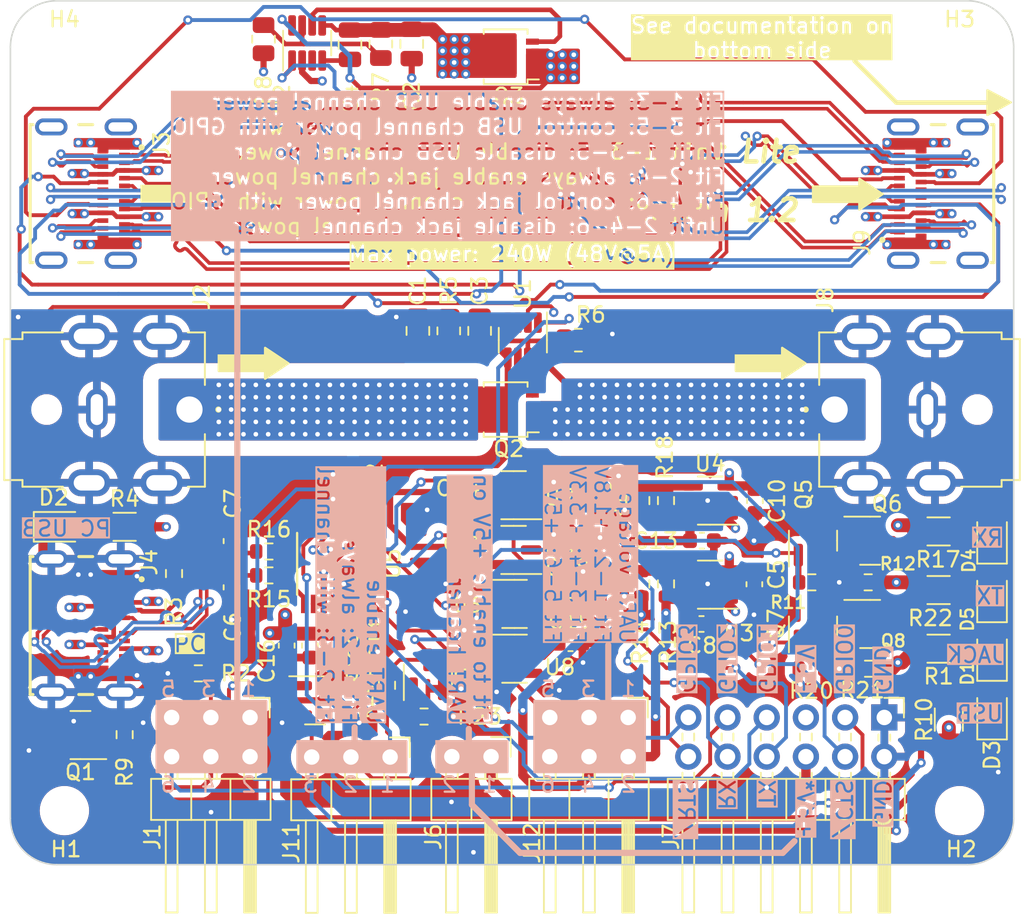
<source format=kicad_pcb>
(kicad_pcb (version 20221018) (generator pcbnew)
  (title_block (title "Copilot Lite") (date "2023-08-25") (rev "1.2") (company "(C) BayLibre"))
  (layers (0 "F.Cu" signal) (1 "In1.Cu" signal) (2 "In2.Cu" signal) (31 "B.Cu" signal) (34 "B.Paste" user) (35 "F.Paste" user) (36 "B.SilkS" user "B.Silkscreen") (37 "F.SilkS" user "F.Silkscreen") (38 "B.Mask" user) (39 "F.Mask" user) (44 "Edge.Cuts" user))
  (net 0 "")
  (net 1 "/Power Management/INPUT_JACK_V+")
  (net 2 "GND")
  (net 3 "+5V")
  (net 4 "Net-(U1-VCAP)")
  (net 5 "Net-(U2-VCAP)")
  (net 6 "/D_N")
  (net 7 "/D_P")
  (net 8 "+1V8")
  (net 9 "+3.3VA")
  (net 10 "+3.3V")
  (net 11 "Net-(D1-K)")
  (net 12 "Net-(D1-A)")
  (net 13 "Net-(D2-A)")
  (net 14 "Net-(D3-K)")
  (net 15 "Net-(D3-A)")
  (net 16 "Net-(D4-K)")
  (net 17 "Net-(D4-A)")
  (net 18 "Net-(D5-K)")
  (net 19 "Net-(D5-A)")
  (net 20 "/Controller/GPIO_0")
  (net 21 "/SSTX1_P")
  (net 22 "/SSTX1_N")
  (net 23 "/CC1")
  (net 24 "/D1_P")
  (net 25 "/D1_N")
  (net 26 "/SBU1")
  (net 27 "/SSRX2_N")
  (net 28 "/SSRX2_P")
  (net 29 "/SSTX2_P")
  (net 30 "/SSTX2_N")
  (net 31 "/CC2")
  (net 32 "/D2_P")
  (net 33 "/D2_N")
  (net 34 "/SBU2")
  (net 35 "/SSRX1_N")
  (net 36 "/SSRX1_P")
  (net 39 "Net-(J4-CC1)")
  (net 48 "/Controller/GPIO_1")
  (net 49 "/Controller/GPIO_2")
  (net 50 "/Controller/GPIO_3")
  (net 51 "Net-(J6-Pin_1)")
  (net 52 "/Controller/{slash}SERIAL_CTS")
  (net 53 "/Controller/SERIAL_TX")
  (net 54 "/Controller/SERIAL_RX")
  (net 55 "/Controller/{slash}SERIAL_RTS")
  (net 56 "/Power Management/OUTPUT_JACK_V+")
  (net 57 "Net-(J11-Pin_2)")
  (net 58 "Net-(Q2-G)")
  (net 59 "Net-(Q3-G)")
  (net 60 "/Controller/UART_RX")
  (net 61 "Net-(Q5-D)")
  (net 62 "/Controller/UART_TX")
  (net 63 "Net-(Q7-D)")
  (net 64 "Net-(U1-OV)")
  (net 65 "Net-(U2-OV)")
  (net 66 "Net-(U3-ADJ)")
  (net 67 "Net-(U5-USBDM)")
  (net 68 "Net-(U5-USBDP)")
  (net 69 "Net-(U4-ADJ)")
  (net 72 "Net-(U5-~{RTS})")
  (net 73 "Net-(U5-~{CTS})")
  (net 74 "/Power Management/INPUT_USB_V+")
  (net 75 "/Power Management/OUTPUT_USB_V+")
  (net 76 "Net-(J1-Pin_3)")
  (net 77 "Net-(J1-Pin_4)")
  (net 78 "/Controller/SERIAL_VOLTAGE")
  (net 79 "/Controller/{slash}ENABLE")
  (footprint "Package_TO_SOT_SMD:SOT-23-5" (layer "F.Cu") (at 97.6 92.6 180)
    (fp_text reference "U9")
    (fp_text value "SN74LV1T125" hide)
  )
  (footprint "Resistor_SMD:R_1206_3216Metric" (layer "F.Cu") (at 125.8 103.6 -90)
    (fp_text reference "R10")
    (fp_text value "240" hide)
  )
  (footprint "Capacitor_SMD:C_0603_1608Metric" (layer "F.Cu") (at 79.325 92.025 90)
    (fp_text reference "C7")
    (fp_text value "47p" hide)
  )
  (footprint "Resistor_SMD:R_0603_1608Metric" (layer "F.Cu") (at 77.175 100.6 180)
    (fp_text reference "R2")
    (fp_text value "10K" hide)
  )
  (footprint "Package_TO_SOT_SMD:SOT-23-5" (layer "F.Cu") (at 97.6 89.05 180)
    (fp_text reference "U7")
    (fp_text value "SN74LV1T125" hide)
  )
  (footprint "Capacitor_SMD:C_0805_2012Metric" (layer "F.Cu") (at 91.4 78.4 90)
    (fp_text reference "C1")
    (fp_text value "100n" hide)
  )
  (footprint "Package_TO_SOT_SMD:SOT-23" (layer "F.Cu") (at 120.7 92)
    (fp_text reference "Q6")
    (fp_text value "BSS138" hide)
  )
  (footprint "MountingHole:MountingHole_2.7mm" (layer "F.Cu") (at 126.5 109.5)
    (fp_text reference "H2")
    (fp_text value "MountingHole" hide)
  )
  (footprint "PJ-082BH:JACK-C-PC-10A-RA(R)" (layer "F.Cu") (at 76.6 83.5 -90)
    (fp_text reference "J2")
    (fp_text value "JACK_POWER_IN" hide)
  )
  (footprint "Package_TO_SOT_SMD:SOT-23-5" (layer "F.Cu") (at 97.6625 96.1)
    (fp_text reference "U6")
    (fp_text value "SN74LV1T125" hide)
  )
  (footprint "Package_TO_SOT_SMD:LFPAK33" (layer "F.Cu") (at 97.285 83.5 180)
    (fp_text reference "Q2")
    (fp_text value "BUK7M27-80EX" hide)
  )
  (footprint "Resistor_SMD:R_1206_3216Metric" (layer "F.Cu") (at 72.4 91.1)
    (fp_text reference "R4")
    (fp_text value "240" hide)
  )
  (footprint "Connector_PinHeader_2.54mm:PinHeader_2x03_P2.54mm_Horizontal" (layer "F.Cu") (at 105.025 103.46 -90)
    (fp_text reference "J12")
    (fp_text value "SERIAL_VOLTAGE_SELECT" hide)
  )
  (footprint "LED_SMD:LED_0805_2012Metric" (layer "F.Cu") (at 128.6 99.4 90)
    (property "Reference" "D?")
    (property "Value" "POWER_SWITCH")
    (fp_text reference "D1")
    (fp_text value "JACK_POWER" hide)
  )
  (footprint "Capacitor_SMD:C_0603_1608Metric" (layer "F.Cu") (at 101.2875 98.65)
    (fp_text reference "C19")
    (fp_text value "100n" hide)
  )
  (footprint "PJ-082BH:JACK-C-PC-10A-RA(R)" (layer "F.Cu") (at 118.4 83.5 90)
    (fp_text reference "J8")
    (fp_text value "JACK_POWER_OUT" hide)
  )
  (footprint "Resistor_SMD:R_0603_1608Metric" (layer "F.Cu") (at 105.875 89.4 90)
    (fp_text reference "R19")
    (fp_text value "6.04K" hide)
  )
  (footprint "Capacitor_SMD:C_0805_2012Metric" (layer "F.Cu") (at 91 59.8 -90)
    (fp_text reference "C2")
    (fp_text value "100n" hide)
  )
  (footprint "Capacitor_SMD:C_0603_1608Metric" (layer "F.Cu") (at 101.2875 95.2)
    (fp_text reference "C18")
    (fp_text value "100n" hide)
  )
  (footprint "Capacitor_SMD:C_0603_1608Metric" (layer "F.Cu") (at 109.775 97.4)
    (fp_text reference "C8")
    (fp_text value "2.2u" hide)
  )
  (footprint "Resistor_SMD:R_0805_2012Metric" (layer "F.Cu") (at 101.8 79)
    (fp_text reference "R6")
    (fp_text value "2.4K" hide)
  )
  (footprint "Capacitor_SMD:C_0603_1608Metric" (layer "F.Cu") (at 94 90 180)
    (fp_text reference "C14")
    (fp_text value "100n" hide)
  )
  (footprint "Resistor_SMD:R_0603_1608Metric" (layer "F.Cu") (at 116.925 94.7 180)
    (fp_text reference "R11")
    (fp_text value "100K" hide)
  )
  (footprint "Capacitor_SMD:C_0603_1608Metric" (layer "F.Cu") (at 113.2375 89.425 -90)
    (fp_text reference "C10")
    (fp_text value "1u" hide)
  )
  (footprint "Resistor_SMD:R_0603_1608Metric" (layer "F.Cu") (at 105.875 94.8 90)
    (fp_text reference "R14")
    (fp_text value "22K" hide)
  )
  (footprint "Resistor_SMD:R_0603_1608Metric" (layer "F.Cu") (at 91.8 103.4 180)
    (fp_text reference "R23")
    (fp_text value "100K" hide)
  )
  (footprint "Capacitor_SMD:C_0805_2012Metric" (layer "F.Cu") (at 95.4 78.4 90)
    (fp_text reference "C3")
    (fp_text value "220n" hide)
  )
  (footprint "Capacitor_SMD:C_0805_2012Metric" (layer "F.Cu") (at 87 59.85 -90)
    (fp_text reference "C4")
    (fp_text value "220n" hide)
  )
  (footprint "LED_SMD:LED_0805_2012Metric" (layer "F.Cu") (at 128.6 95.6 90)
    (fp_text reference "D5")
    (fp_text value "UART_RX" hide)
  )
  (footprint "LED_SMD:LED_0805_2012Metric" (layer "F.Cu") (at 128.6 103.2 90)
    (property "Reference" "D?")
    (property "Value" "POWER_SWITCH")
    (fp_text reference "D3")
    (fp_text value "USB_POWER" hide)
  )
  (footprint "Resistor_SMD:R_1206_3216Metric" (layer "F.Cu") (at 125.1375 91.4 180)
    (fp_text reference "R17")
    (fp_text value "240" hide)
  )
  (footprint "Package_TO_SOT_SMD:SOT-23" (layer "F.Cu") (at 84.7375 102.35)
    (fp_text reference "Q4")
    (fp_text value "BSS138" hide)
  )
  (footprint "Capacitor_SMD:C_0603_1608Metric" (layer "F.Cu") (at 82.9 98.8 -90)
    (fp_text reference "C16")
    (fp_text value "2.2u" hide)
  )
  (footprint "Logo_BayLibre:Logo_BayLibre" (layer "F.Cu") (at 91 68.5)
    (fp_text reference "G***" hide)
    (fp_text value "LOGO" hide)
  )
  (footprint "Capacitor_SMD:C_0603_1608Metric" (layer "F.Cu") (at 113.2 94.825 -90)
    (fp_text reference "C5")
    (fp_text value "1u" hide)
  )
  (footprint "Package_TO_SOT_SMD:SOT-23" (layer "F.Cu") (at 92.05 100.6625 90)
    (fp_text reference "Q9")
    (fp_text value "BSS138" hide)
  )
  (footprint "Connector_PinHeader_2.54mm:PinHeader_2x03_P2.54mm_Horizontal" (layer "F.Cu") (at 80.525 103.46 -90)
    (fp_text reference "J1")
    (fp_text value "POWER_MODES" hide)
  )
  (footprint "Package_TO_SOT_SMD:SOT-23-5" (layer "F.Cu") (at 97.6625 99.65)
    (fp_text reference "U8")
    (fp_text value "SN74LV1T125" hide)
  )
  (footprint "Package_TO_SOT_SMD:SOT-23-5" (layer "F.Cu") (at 110.3375 94.85 180)
    (fp_text reference "U3")
    (fp_text value "AP2204K-ADJ" hide)
  )
  (footprint "Connector_PinHeader_2.54mm:PinHeader_2x06_P2.54mm_Horizontal" (layer "F.Cu") (at 121.62 103.46 -90)
    (fp_text reference "J7")
    (fp_text value "SERIAL_AND_GPIO" hide)
  )
  (footprint "Resistor_SMD:R_0603_1608Metric" (layer "F.Cu") (at 116.9 100.3 180)
    (fp_text reference "R20")
    (fp_text value "100K" hide)
  )
  (footprint "Package_TO_SOT_SMD:SOT-23" (layer "F.Cu") (at 117 92 90)
    (fp_text reference "Q5")
    (fp_text value "BSS138" hide)
  )
  (footprint "Resistor_SMD:R_0603_1608Metric" (layer "F.Cu") (at 120.575 94.7)
    (fp_text reference "R12")
    (fp_text value "10K" hide)
  )
  (footprint "Package_SO:SSOP-16_3.9x4.9mm_P0.635mm" (layer "F.Cu") (at 86.25 93.5 -90)
    (fp_text reference "U5")
    (fp_text value "FT230XS" hide)
  )
  (footprint "Resistor_SMD:R_0603_1608Metric" (layer "F.Cu") (at 81.75 92.7)
    (fp_text reference "R16")
    (fp_text value "27" hide)
  )
  (footprint "Package_TO_SOT_SMD:LFPAK33" (layer "F.Cu") (at 97.285 60.626 180)
    (fp_text reference "Q3")
    (fp_text value "BUK7M27-80EX" hide)
  )
  (footprint "Package_TO_SOT_SMD:SOT-23-8" (layer "F.Cu") (at 98.2 79 -90)
    (fp_text reference "U1")
    (fp_text value "LM74502" hide)
  )
  (footprint "Resistor_SMD:R_0603_1608Metric" (layer "F.Cu") (at 107.475 89.4 -90)
    (fp_text reference "R18")
    (fp_text value "10K" hide)
  )
  (footprint "LED_SMD:LED_0805_2012Metric" (layer "F.Cu") (at 68.2 91.1)
    (fp_text reference "D2")
    (fp_text value "PC_USB" hide)
  )
  (footprint "Package_TO_SOT_SMD:SOT-23" (layer "F.Cu") (at 120.7 97.4)
    (fp_text reference "Q8")
    (fp_text value "BSS138" hide)
  )
  (footprint "MountingHole:MountingHole_2.7mm" (layer "F.Cu") (at 126.5 60.5)
    (fp_text reference "H3")
    (fp_text value "MountingHole" hide)
  )
  (footprint "Package_TO_SOT_SMD:SOT-23-5" (layer "F.Cu") (at 110.3375 89.4 180)
    (fp_text reference "U4")
    (fp_text value "AP2204K-ADJ" hide)
  )
  (footprint "Resistor_SMD:R_0603_1608Metric" (layer "F.Cu") (at 89.4 101.375 -90)
    (fp_text reference "R24")
    (fp_text value "10K" hide)
  )
  (footprint "Package_TO_SOT_SMD:SOT-23" (layer "F.Cu") (at 69.5375 104.6 180)
    (fp_text reference "Q1")
    (fp_text value "BSS138" hide)
  )
  (footprint "MountingHole:MountingHole_2.7mm" (layer "F.Cu") (at 68.5 60.5)
    (fp_text reference "H4")
    (fp_text value "MountingHole" hide)
  )
  (footprint "USB4081:USB4081-03-A" (layer "F.Cu") (at 126.54 69.5 90)
    (fp_text reference "J9")
    (fp_text value "USB_POWER_OUT" hide)
  )
  (footprint "Package_TO_SOT_SMD:SOT-23-8" (layer "F.Cu") (at 84.225 59.7375 90)
    (fp_text reference "U2")
    (fp_text value "LM74502" hide)
  )
  (footprint "Capacitor_SMD:C_0603_1608Metric" (layer "F.Cu") (at 85.9 98.8 -90)
    (fp_text reference "C11")
    (fp_text value "100n" hide)
  )
  (footprint "Resistor_SMD:R_1206_3216Metric" (layer "F.Cu") (at 125.1375 99 180)
    (fp_text reference "R1")
    (fp_text value "240" hide)
  )
  (footprint "Capacitor_SMD:C_0603_1608Metric" (layer "F.Cu") (at 87.2 88.475 90)
    (fp_text reference "C12")
    (fp_text value "100n" hide)
  )
  (footprint "Resistor_SMD:R_1206_3216Metric" (layer "F.Cu") (at 125.1375 95.2 180)
    (fp_text reference "R22")
    (fp_text value "240" hide)
  )
  (footprint "Resistor_SMD:R_0805_2012Metric" (layer "F.Cu") (at 81.4 59.4875 -90)
    (fp_text reference "R8")
    (fp_text value "2.4K" hide)
  )
  (footprint "MountingHole:MountingHole_2.7mm" (layer "F.Cu") (at 68.5 109.5)
    (fp_text reference "H1")
    (fp_text value "MountingHole" hide)
  )
  (footprint "Resistor_SMD:R_0603_1608Metric" (layer "F.Cu") (at 120.6 100.3)
    (fp_text reference "R21")
    (fp_text value "10K" hide)
  )
  (footprint "Resistor_SMD:R_0603_1608Metric" (layer "F.Cu") (at 81.75 94.25)
    (fp_text reference "R15")
    (fp_text value "27" hide)
  )
  (footprint "Resistor_SMD:R_0603_1608Metric" (layer "F.Cu") (at 107.475 94.8 -90)
    (fp_text reference "R13")
    (fp_text value "10K" hide)
  )
  (footprint "LED_SMD:LED_0805_2012Metric" (layer "F.Cu") (at 128.6 91.8 90)
    (fp_text reference "D4")
    (fp_text value "UART_TX" hide)
  )
  (footprint "Connector_PinHeader_2.54mm:PinHeader_1x02_P2.54mm_Horizontal" (layer "F.Cu") (at 96.14 106 -90)
    (fp_text reference "J6")
    (fp_text value "5V_ENABLE" hide)
  )
  (footprint "USB4081:USB4081-03-A" (layer "F.Cu") (at 68.45 69.5 -90)
    (fp_text reference "J3")
    (fp_text value "USB_POWER_IN" hide)
  )
  (footprint "Connector_PinHeader_2.54mm:PinHeader_1x03_P2.54mm_Horizontal" (layer "F.Cu") (at 89.6 106.025 -90)
    (fp_text reference "J11")
    (fp_text value "SERIAL_MODE" hide)
  )
  (footprint "Package_TO_SOT_SMD:SOT-23" (layer "F.Cu") (at 117 97.5625 90)
    (fp_text reference "Q7")
    (fp_text value "BSS138" hide)
  )
  (footprint "Resistor_SMD:R_0805_2012Metric" (layer "F.Cu") (at 93.4 78.4 90)
    (fp_text reference "R5")
    (fp_text value "100K" hide)
  )
  (footprint "USB4081:USB4081-03-A" (layer "F.Cu") (at 68.45 97.5 -90)
    (fp_text reference "J4")
    (fp_text value "USB_PC" hide)
  )
  (footprint "Capacitor_SMD:C_0603_1608Metric" (layer "F.Cu") (at 84.4 98.8 -90)
    (fp_text reference "C9")
    (fp_text value "2.2u" hide)
  )
  (footprint "Resistor_SMD:R_0805_2012Metric" (layer "F.Cu") (at 89 59.8 -90)
    (fp_text reference "R7")
    (fp_text value "100K" hide)
  )
  (footprint "Resistor_SMD:R_0603_1608Metric" (layer "F.Cu") (at 72.4 104.575 90)
    (fp_text reference "R9")
    (fp_text value "10K" hide)
  )
  (footprint "Capacitor_SMD:C_0603_1608Metric" (layer "F.Cu") (at 109.8 92)
    (fp_text reference "C13")
    (fp_text value "2.2u" hide)
  )
  (footprint "Capacitor_SMD:C_0603_1608Metric" (layer "F.Cu") (at 79.325 95.025 -90)
    (fp_text reference "C6")
    (fp_text value "47p" hide)
  )
  (footprint "Resistor_SMD:R_0603_1608Metric" (layer "F.Cu") (at 75.6 94.13 90)
    (fp_text reference "R3")
    (fp_text value "5.1K" hide)
  )
  (footprint "Capacitor_SMD:C_0603_1608Metric" (layer "F.Cu") (at 93.975 93.6 180)
    (fp_text reference "C17")
    (fp_text value "100n" hide)
  )
  (gr_line (start 115.8 111.476) (end 115.038 112.238) (stroke (width 0.4)) (layer "B.SilkS"))
  (gr_rect (start 83.6 105) (end 90.65 107) (stroke (width 0.15)) (fill solid) (layer "B.SilkS"))
  (gr_line (start 115.038 112.238) (end 98.02 112.238) (stroke (width 0.4)) (layer "B.SilkS"))
  (gr_rect (start 74.475 102.4) (end 81.575 107) (stroke (width 0.15)) (fill solid) (layer "B.SilkS"))
  (gr_line (start 87.3 105.1) (end 87.3 104.1) (stroke (width 0.4)) (layer "B.SilkS"))
  (gr_line (start 94.9 109.118) (end 94.9 107) (stroke (width 0.4)) (layer "B.SilkS"))
  (gr_line (start 79.7 102.6) (end 79.7 72.2) (stroke (width 0.4)) (layer "B.SilkS"))
  (gr_line (start 98.02 112.238) (end 94.9 109.118) (stroke (width 0.4)) (layer "B.SilkS"))
  (gr_rect (start 98.95 102.4) (end 106.1 107) (stroke (width 0.15)) (fill solid) (layer "B.SilkS"))
  (gr_line (start 94.7 105.2) (end 94.7 104.2) (stroke (width 0.4)) (layer "B.SilkS"))
  (gr_rect (start 92.6 105) (end 97.2 107) (stroke (width 0.15)) (fill solid) (layer "B.SilkS"))
  (gr_line (start 103.735 102.586) (end 103.735 98.762) (stroke (width 0.4)) (layer "B.SilkS"))
  (gr_poly (pts (xy 76.5 68.5) (xy 78 69.5) (xy 76.5 70.5)) (stroke (width 0.15)) (fill solid) (layer "F.SilkS"))
  (gr_line (start 122.4 63.6) (end 128.4 63.6) (stroke (width 0.3)) (layer "F.SilkS"))
  (gr_poly (pts (xy 81.5 79.5) (xy 83 80.5) (xy 81.5 81.5)) (stroke (width 0.15)) (fill solid) (layer "F.SilkS"))
  (gr_poly (pts (xy 120 68.538462) (xy 121.5 69.538462) (xy 120 70.538462)) (stroke (width 0.15)) (fill solid) (layer "F.SilkS"))
  (gr_line (start 119.7 60.9) (end 122.4 63.6) (stroke (width 0.3)) (layer "F.SilkS"))
  (gr_rect (start 73.5 69) (end 76.5 70) (stroke (width 0.15)) (fill solid) (layer "F.SilkS"))
  (gr_rect (start 117 69.038462) (end 120 70.038462) (stroke (width 0.15)) (fill solid) (layer "F.SilkS"))
  (gr_poly (pts (xy 129.798043 63.587574) (xy 128.3 62.8) (xy 128.3 64.4)) (stroke (width 0.15)) (fill solid) (layer "F.SilkS"))
  (gr_rect (start 78.5 80) (end 81.5 81) (stroke (width 0.15)) (fill solid) (layer "F.SilkS"))
  (gr_poly (pts (xy 115 79.5) (xy 116.5 80.5) (xy 115 81.5)) (stroke (width 0.15)) (fill solid) (layer "F.SilkS"))
  (gr_rect (start 112 80) (end 115 81) (stroke (width 0.15)) (fill solid) (layer "F.SilkS"))
  (gr_arc (start 130 110) (mid 129.12132 112.12132) (end 127 113) (stroke (width 0.1)) (layer "Edge.Cuts"))
  (gr_line (start 65 110) (end 65 60) (stroke (width 0.1)) (layer "Edge.Cuts"))
  (gr_line (start 127 113) (end 68 113) (stroke (width 0.1)) (layer "Edge.Cuts"))
  (gr_line (start 130 60) (end 130 110) (stroke (width 0.1)) (layer "Edge.Cuts"))
  (gr_arc (start 68 113) (mid 65.87868 112.12132) (end 65 110) (stroke (width 0.1)) (layer "Edge.Cuts"))
  (gr_arc (start 127 57) (mid 129.12132 57.87868) (end 130 60) (stroke (width 0.1)) (layer "Edge.Cuts"))
  (gr_line (start 68 57) (end 127 57) (stroke (width 0.1)) (layer "Edge.Cuts"))
  (gr_arc (start 65 60) (mid 65.87868 57.87868) (end 68 57) (stroke (width 0.1)) (layer "Edge.Cuts"))
  (gr_text "Fit to enable +5V on\nUART header" (at 93.321 104 270) (layer "B.SilkS" knockout) (effects (font (size 1 1)) (justify left bottom mirror)))
  (gr_text "6" (at 100.4 108.4) (layer "B.SilkS") (effects (font (size 1 1)) (justify left bottom mirror)))
  (gr_text "TX" (at 113.4 107.4 270) (layer "B.SilkS" knockout) (effects (font (size 1 1)) (justify right bottom mirror)))
  (gr_text "+5V*" (at 115.9 107.4 270) (layer "B.SilkS" knockout) (effects (font (size 1 1)) (justify right bottom mirror)))
  (gr_text "GND" (at 120.9 102 270) (layer "B.SilkS" knockout) (effects (font (size 1 1)) (justify left bottom mirror)))
  (gr_text "RX" (at 129.4 92.4) (layer "B.SilkS" knockout) (effects (font (size 1 1)) (justify left bottom mirror)))
  (gr_text "3" (at 85 108.4) (layer "B.SilkS") (effects (font (size 1 1)) (justify left bottom mirror)))
  (gr_text "/CTS" (at 118.4 107.4 270) (layer "B.SilkS" knockout) (effects (font (size 1 1)) (justify right bottom mirror)))
  (gr_text "/RTS" (at 108.2 107.4 270) (layer "B.SilkS" knockout) (effects (font (size 1 1)) (justify right bottom mirror)))
  (gr_text "5" (at 75.8 102.2) (layer "B.SilkS") (effects (font (size 1 1)) (justify left bottom mirror)))
  (gr_text "GND" (at 120.9 107.4 270) (layer "B.SilkS" knockout) (effects (font (size 1 1)) (justify right bottom mirror)))
  (gr_text "PC USB" (at 71.6 91.8) (layer "B.SilkS" knockout) (effects (font (size 1 1)) (justify left bottom mirror)))
  (gr_text "1" (at 81 102.2) (layer "B.SilkS") (effects (font (size 1 1)) (justify left bottom mirror)))
  (gr_text "5" (at 100.4 102.2) (layer "B.SilkS") (effects (font (size 1 1)) (justify left bottom mirror)))
  (gr_text "3" (at 103 102.2) (layer "B.SilkS") (effects (font (size 1 1)) (justify left bottom mirror)))
  (gr_text "4" (at 78.4 108.4) (layer "B.SilkS") (effects (font (size 1 1)) (justify left bottom mirror)))
  (gr_text "TX" (at 129.4 96.2) (layer "B.SilkS" knockout) (effects (font (size 1 1)) (justify left bottom mirror)))
  (gr_text "GPIO1" (at 113.4 102 270) (layer "B.SilkS" knockout) (effects (font (size 1 1)) (justify left bottom mirror)))
  (gr_text "6" (at 75.8 108.4) (layer "B.SilkS") (effects (font (size 1 1)) (justify left bottom mirror)))
  (gr_text "2" (at 87.6 108.4) (layer "B.SilkS") (effects (font (size 1 1)) (justify left bottom mirror)))
  (gr_text "Fit 1-3: always enable USB channel power\nFit 3-5: control USB channel power with GPIO\nUnfit 1-3-5: disable USB channel power\nFit 2-4: always enable jack channel power\nFit 4-6: control jack channel power with GPIO\nUnfit 2-4-6: disable jack channel power" (at 111.4 72.2) (layer "B.SilkS" knockout) (effects (font (size 1 1)) (justify left bottom mirror)))
  (gr_text "1" (at 90 108.4) (layer "B.SilkS") (effects (font (size 1 1)) (justify left bottom mirror)))
  (gr_text "3" (at 78.4 102.2) (layer "B.SilkS") (effects (font (size 1 1)) (justify left bottom mirror)))
  (gr_text "UART enable\nFit 1-2: always\nFit 2-3: with channel" (at 84.812 103.983 270) (layer "B.SilkS" knockout) (effects (font (size 1 1)) (justify left bottom mirror)))
  (gr_text "4" (at 103 108.4) (layer "B.SilkS") (effects (font (size 1 1)) (justify left bottom mirror)))
  (gr_text "+5V" (at 115.9 102 270) (layer "B.SilkS" knockout) (effects (font (size 1 1)) (justify left bottom mirror)))
  (gr_text "RX" (at 110.8 107.4 270) (layer "B.SilkS" knockout) (effects (font (size 1 1)) (justify right bottom mirror)))
  (gr_text "UART voltage\nFit 1-2: +1.8V\nFit 3-4: +3.3V \nFit 5-6: +5V " (at 99.544 98.776 270) (layer "B.SilkS" knockout) (effects (font (size 1 1) (thickness 0.125)) (justify left bottom mirror)))
  (gr_text "1" (at 96.6 108.4) (layer "B.SilkS") (effects (font (size 1 1)) (justify left bottom mirror)))
  (gr_text "GPIO3" (at 108.2 102 270) (layer "B.SilkS" knockout) (effects (font (size 1 1)) (justify left bottom mirror)))
  (gr_text "2" (at 105.6 108.4) (layer "B.SilkS") (effects (font (size 1 1)) (justify left bottom mirror)))
  (gr_text "2" (at 81 108.4) (layer "B.SilkS") (effects (font (size 1 1)) (justify left bottom mirror)))
  (gr_text "1" (at 105.6 102.2) (layer "B.SilkS") (effects (font (size 1 1)) (justify left bottom mirror)))
  (gr_text "2" (at 94 108.4) (layer "B.SilkS") (effects (font (size 1 1)) (justify left bottom mirror)))
  (gr_text "JACK" (at 129.4 100) (layer "B.SilkS" knockout) (effects (font (size 1 1)) (justify left bottom mirror)))
  (gr_text "USB" (at 129.4 103.8) (layer "B.SilkS" knockout) (effects (font (size 1 1)) (justify left bottom mirror)))
  (gr_text "GPIO0" (at 118.4 102 270) (layer "B.SilkS" knockout) (effects (font (size 1 1)) (justify left bottom mirror)))
  (gr_text "GPIO2" (at 110.8 102 270) (layer "B.SilkS" knockout) (effects (font (size 1 1)) (justify left bottom mirror)))
  (gr_text "See documentation on\nbottom side" (at 113.7 60.8) (layer "F.SilkS" knockout) (effects (font (size 1 1)) (justify bottom)))
  (gr_text "Copilot Lite" (at 110 67.6) (layer "F.SilkS") (effects (font (size 1.4 1.4) (thickness 0.3) bold italic) (justify bottom)))
  (gr_text "Version 1.2" (at 110 71.4) (layer "F.SilkS") (effects (font (size 1.4 1.4) (thickness 0.3) bold italic) (justify bottom)))
  (gr_text "Max power: 240W (48V@5A)" (at 97.5 74) (layer "F.SilkS" knockout) (effects (font (size 1 1)) (justify bottom)))
  (gr_text "PC" (at 76.6 99.3) (layer "F.SilkS" knockout) (effects (font (size 1 1)) (justify bottom)))
  (segment (start 97.225 83.155) (end 96.88 83.5) (width 0.4) (layer "F.Cu") (net 1))
  (segment (start 95.4 79.35) (end 96.4375 79.35) (width 0.4) (layer "F.Cu") (net 1))
  (segment (start 93.4 79.3125) (end 95.3625 79.3125) (width 0.4) (layer "F.Cu") (net 1))
  (segment (start 93.3625 79.35) (end 93.4 79.3125) (width 0.4) (layer "F.Cu") (net 1))
  (segment (start 96.4375 79.35) (end 97.225 80.1375) (width 0.4) (layer "F.Cu") (net 1))
  (segment (start 91.4 79.35) (end 93.3625 79.35) (width 0.4) (layer "F.Cu") (net 1))
  (segment (start 95.3625 79.3125) (end 95.4 79.35) (width 0.4) (layer "F.Cu") (net 1))
  (segment (start 97.225 80.1375) (end 97.225 83.155) (width 0.4) (layer "F.Cu") (net 1))
  (via (at 88.1 83.5) (size 0.6) (drill 0.3) (layers "F.Cu" "B.Cu") (net 1))
  (via (at 89.7 81.9) (size 0.6) (drill 0.3) (layers "F.Cu" "B.Cu") (net 1))
  (via (at 90.5 82.7) (size 0.6) (drill 0.3) (layers "F.Cu" "B.Cu") (net 1))
  (via (at 92.9 85.1) (size 0.6) (drill 0.3) (layers "F.Cu" "B.Cu") (net 1))
  (via (at 84.1 81.9) (size 0.6) (drill 0.3) (layers "F.Cu" "B.Cu") (net 1))
  (via (at 81.7 84.3) (size 0.6) (drill 0.3) (layers "F.Cu" "B.Cu") (net 1))
  (via (at 94.5 82.7) (size 0.6) (drill 0.3) (layers "F.Cu" "B.Cu") (net 1))
  (via (at 87.3 84.3) (size 0.6) (drill 0.3) (layers "F.Cu" "B.Cu") (net 1))
  (via (at 84.1 85.1) (size 0.6) (drill 0.3) (layers "F.Cu" "B.Cu") (net 1))
  (via (at 86.5 85.1) (size 0.6) (drill 0.3) (layers "F.Cu" "B.Cu") (net 1))
  (via (at 84.9 85.1) (size 0.6) (drill 0.3) (layers "F.Cu" "B.Cu") (net 1))
  (via (at 83.3 84.3) (size 0.6) (drill 0.3) (layers "F.Cu" "B.Cu") (net 1))
  (via (at 91.3 82.7) (size 0.6) (drill 0.3) (layers "F.Cu" "B.Cu") (net 1))
  (via (at 85.7 85.1) (size 0.6) (drill 0.3) (layers "F.Cu" "B.Cu") (net 1))
  (via (at 85.7 81.9) (size 0.6) (drill 0.3) (layers "F.Cu" "B.Cu") (net 1))
  (via (at 78.5 82.7) (size 0.6) (drill 0.3) (layers "F.Cu" "B.Cu") (net 1))
  (via (at 91.3 81.9) (size 0.6) (drill 0.3) (layers "F.Cu" "B.Cu") (net 1))
  (via (at 86.5 82.7) (size 0.6) (drill 0.3) (layers "F.Cu" "B.Cu") (net 1))
  (via (at 93.7 84.3) (size 0.6) (drill 0.3) (layers "F.Cu" "B.Cu") (net 1))
  (via (at 92.1 83.5) (size 0.6) (drill 0.3) (layers "F.Cu" "B.Cu") (net 1))
  (via (at 79.3 82.7) (size 0.6) (drill 0.3) (layers "F.Cu" "B.Cu") (net 1))
  (via (at 80.9 84.3) (size 0.6) (drill 0.3) (layers "F.Cu" "B.Cu") (net 1))
  (via (at 94.5 81.9) (size 0.6) (drill 0.3) (layers "F.Cu" "B.Cu") (net 1))
  (via (at 78.5 84.3) (size 0.6) (drill 0.3) (layers "F.Cu" "B.Cu") (net 1))
  (via (at 86.5 81.9) (size 0.6) (drill 0.3) (layers "F.Cu" "B.Cu") (net 1))
  (via (at 92.1 81.9) (size 0.6) (drill 0.3) (layers "F.Cu" "B.Cu") (net 1))
  (via (at 91.3 83.5) (size 0.6) (drill 0.3) (layers "F.Cu" "B.Cu") (net 1))
  (via (at 90.5 84.3) (size 0.6) (drill 0.3) (layers "F.Cu" "B.Cu") (net 1))
  (via (at 80.1 84.3) (size 0.6) (drill 0.3) (layers "F.Cu" "B.Cu") (net 1))
  (via (at 92.9 84.3) (size 0.6) (drill 0.3) (layers "F.Cu" "B.Cu") (net 1))
  (via (at 92.9 82.7) (size 0.6) (drill 0.3) (layers "F.Cu" "B.Cu") (net 1))
  (via (at 82.5 84.3) (size 0.6) (drill 0.3) (layers "F.Cu" "B.Cu") (net 1))
  (via (at 86.5 84.3) (size 0.6) (drill 0.3) (layers "F.Cu" "B.Cu") (net 1))
  (via (at 88.1 85.1) (size 0.6) (drill 0.3) (layers "F.Cu" "B.Cu") (net 1))
  (via (at 92.1 82.7) (size 0.6) (drill 0.3) (layers "F.Cu" "B.Cu") (net 1))
  (via (at 80.9 81.9) (size 0.6) (drill 0.3) (layers "F.Cu" "B.Cu") (net 1))
  (via (at 78.5 85.1) (size 0.6) (drill 0.3) (layers "F.Cu" "B.Cu") (net 1))
  (via (at 79.3 81.9) (size 0.6) (drill 0.3) (layers "F.Cu" "B.Cu") (net 1))
  (via (at 78.5 81.9) (size 0.6) (drill 0.3) (layers "F.Cu" "B.Cu") (net 1))
  (via (at 83.3 81.9) (size 0.6) (drill 0.3) (layers "F.Cu" "B.Cu") (net 1))
  (via (at 80.1 82.7) (size 0.6) (drill 0.3) (layers "F.Cu" "B.Cu") (net 1))
  (via (at 90.5 85.1) (size 0.6) (drill 0.3) (layers "F.Cu" "B.Cu") (net 1))
  (via (at 86.5 83.5) (size 0.6) (drill 0.3) (layers "F.Cu" "B.Cu") (net 1))
  (via (at 91.3 84.3) (size 0.6) (drill 0.3) (layers "F.Cu" "B.Cu") (net 1))
  (via (at 80.9 85.1) (size 0.6) (drill 0.3) (layers "F.Cu" "B.Cu") (net 1))
  (via (at 88.9 85.1) (size 0.6) (drill 0.3) (layers "F.Cu" "B.Cu") (net 1))
  (via (at 93.7 83.5) (size 0.6) (drill 0.3) (layers "F.Cu" "B.Cu") (net 1))
  (via (at 82.5 81.9) (size 0.6) (drill 0.3) (layers "F.Cu" "B.Cu") (net 1))
  (via (at 82.5 83.5) (size 0.6) (drill 0.3) (layers "F.Cu" "B.Cu") (net 1))
  (via (at 84.9 82.7) (size 0.6) (drill 0.3) (layers "F.Cu" "B.Cu") (net 1))
  (via (at 88.1 84.3) (size 0.6) (drill 0.3) (layers "F.Cu" "B.Cu") (net 1))
  (via (at 90.5 83.5) (size 0.6) (drill 0.3) (layers "F.Cu" "B.Cu") (net 1))
  (via (at 80.9 83.5) (size 0.6) (drill 0.3) (layers "F.Cu" "B.Cu") (net 1))
  (via (at 81.7 85.1) (size 0.6) (drill 0.3) (layers "F.Cu" "B.Cu") (net 1))
  (via (at 89.7 85.1) (size 0.6) (drill 0.3) (layers "F.Cu" "B.Cu") (net 1))
  (via (at 83.3 83.5) (size 0.6) (drill 0.3) (layers "F.Cu" "B.Cu") (net 1))
  (via (at 78.5 83.5) (size 0.6) (drill 0.3) (layers "F.Cu" "B.Cu") (net 1))
  (via (at 88.1 81.9) (size 0.6) (drill 0.3) (layers "F.Cu" "B.Cu") (net 1))
  (via (at 92.1 85.1) (size 0.6) (drill 0.3) (layers "F.Cu" "B.Cu") (net 1))
  (via (at 87.3 82.7) (size 0.6) (drill 0.3) (layers "F.Cu" "B.Cu") (net 1))
  (via (at 84.9 81.9) (size 0.6) (drill 0.3) (layers "F.Cu" "B.Cu") (net 1))
  (via (at 84.1 82.7) (size 0.6) (drill 0.3) (layers "F.Cu" "B.Cu") (net 1))
  (via (at 88.9 81.9) (size 0.6) (drill 0.3) (layers "F.Cu" "B.Cu") (net 1))
  (via (at 79.3 85.1) (size 0.6) (drill 0.3) (layers "F.Cu" "B.Cu") (net 1))
  (via (at 80.1 85.1) (size 0.6) (drill 0.3) (layers "F.Cu" "B.Cu") (net 1))
  (via (at 85.7 83.5) (size 0.6) (drill 0.3) (layers "F.Cu" "B.Cu") (net 1))
  (via (at 88.9 83.5) (size 0.6) (drill 0.3) (layers "F.Cu" "B.Cu") (net 1))
  (via (at 93.7 81.9) (size 0.6) (drill 0.3) (layers "F.Cu" "B.Cu") (net 1))
  (via (at 81.7 81.9) (size 0.6) (drill 0.3) (layers "F.Cu" "B.Cu") (net 1))
  (via (at 89.7 84.3) (size 0.6) (drill 0.3) (layers "F.Cu" "B.Cu") (net 1))
  (via (at 92.1 84.3) (size 0.6) (drill 0.3) (layers "F.Cu" "B.Cu") (net 1))
  (via (at 93.7 82.7) (size 0.6) (drill 0.3) (layers "F.Cu" "B.Cu") (net 1))
  (via (at 84.9 84.3) (size 0.6) (drill 0.3) (layers "F.Cu" "B.Cu") (net 1))
  (via (at 81.7 82.7) (size 0.6) (drill 0.3) (layers "F.Cu" "B.Cu") (net 1))
  (via (at 89.7 83.5) (size 0.6) (drill 0.3) (layers "F.Cu" "B.Cu") (net 1))
  (via (at 85.7 82.7) (size 0.6) (drill 0.3) (layers "F.Cu" "B.Cu") (net 1))
  (via (at 84.9 83.5) (size 0.6) (drill 0.3) (layers "F.Cu" "B.Cu") (net 1))
  (via (at 81.7 83.5) (size 0.6) (drill 0.3) (layers "F.Cu" "B.Cu") (net 1))
  (via (at 84.1 84.3) (size 0.6) (drill 0.3) (layers "F.Cu" "B.Cu") (net 1))
  (via (at 85.7 84.3) (size 0.6) (drill 0.3) (layers "F.Cu" "B.Cu") (net 1))
  (via (at 80.9 82.7) (size 0.6) (drill 0.3) (layers "F.Cu" "B.Cu") (net 1))
  (via (at 84.1 83.5) (size 0.6) (drill 0.3) (layers "F.Cu" "B.Cu") (net 1))
  (via (at 79.3 84.3) (size 0.6) (drill 0.3) (layers "F.Cu" "B.Cu") (net 1))
  (via (at 82.5 85.1) (size 0.6) (drill 0.3) (layers "F.Cu" "B.Cu") (net 1))
  (via (at 88.1 82.7) (size 0.6) (drill 0.3) (layers "F.Cu" "B.Cu") (net 1))
  (via (at 79.3 83.5) (size 0.6) (drill 0.3) (layers "F.Cu" "B.Cu") (net 1))
  (via (at 83.3 85.1) (size 0.6) (drill 0.3) (layers "F.Cu" "B.Cu") (net 1))
  (via (at 92.9 83.5) (size 0.6) (drill 0.3) (layers "F.Cu" "B.Cu") (net 1))
  (via (at 94.5 84.3) (size 0.6) (drill 0.3) (layers "F.Cu" "B.Cu") (net 1))
  (via (at 90.5 81.9) (size 0.6) (drill 0.3) (layers "F.Cu" "B.Cu") (net 1))
  (via (at 89.7 82.7) (size 0.6) (drill 0.3) (layers "F.Cu" "B.Cu") (net 1))
  (via (at 94.5 83.5) (size 0.6) (drill 0.3) (layers "F.Cu" "B.Cu") (net 1))
  (via (at 92.9 81.9) (size 0.6) (drill 0.3) (layers "F.Cu" "B.Cu") (net 1))
  (via (at 94.5 85.1) (size 0.6) (drill 0.3) (layers "F.Cu" "B.Cu") (net 1))
  (via (at 87.3 85.1) (size 0.6) (drill 0.3) (layers "F.Cu" "B.Cu") (net 1))
  (via (at 91.3 85.1) (size 0.6) (drill 0.3) (layers "F.Cu" "B.Cu") (net 1))
  (via (at 80.1 83.5) (size 0.6) (drill 0.3) (layers "F.Cu" "B.Cu") (net 1))
  (via (at 88.9 82.7) (size 0.6) (drill 0.3) (layers "F.Cu" "B.Cu") (net 1))
  (via (at 87.3 81.9) (size 0.6) (drill 0.3) (layers "F.Cu" "B.Cu") (net 1))
  (via (at 82.5 82.7) (size 0.6) (drill 0.3) (layers "F.Cu" "B.Cu") (net 1))
  (via (at 88.9 84.3) (size 0.6) (drill 0.3) (layers "F.Cu" "B.Cu") (net 1))
  (via (at 93.7 85.1) (size 0.6) (drill 0.3) (layers "F.Cu" "B.Cu") (net 1))
  (via (at 80.1 81.9) (size 0.6) (drill 0.3) (layers "F.Cu" "B.Cu") (net 1))
  (via (at 83.3 82.7) (size 0.6) (drill 0.3) (layers "F.Cu" "B.Cu") (net 1))
  (via (at 87.3 83.5) (size 0.6) (drill 0.3) (layers "F.Cu" "B.Cu") (net 1))
  (segment (start 113.175 95.625) (end 113.2 95.6) (width 0.6) (layer "F.Cu") (net 2))
  (segment (start 67.2625 92.7525) (end 67.688 93.178) (width 0.9) (layer "F.Cu") (net 2))
  (segment (start 100.2 77) (end 100.2 77.2) (width 0.25) (layer "F.Cu") (net 2))
  (segment (start 110.175 89.4) (end 111.475 89.4) (width 0.6) (layer "F.Cu") (net 2))
  (segment (start 98.8 76.8) (end 100 76.8) (width 0.25) (layer "F.Cu") (net 2))
  (segment (start 74.6 100.6) (end 75.2 100.6) (width 0.5) (layer "F.Cu") (net 2))
  (segment (start 98.7375 91.65) (end 100.15 91.65) (width 0.6) (layer "F.Cu") (net 2))
  (segment (start 83.9 60.875) (end 83.9 61.629962) (width 0.4) (layer "F.Cu") (net 2))
  (segment (start 118.7 93.0375) (end 118.6 92.9375) (width 0.4) (layer "F.Cu") (net 2))
  (segment (start 105.875 90.225) (end 105.025 90.225) (width 0.6) (layer "F.Cu") (net 2))
  (segment (start 86.5675 94.8325) (end 86.6 94.8) (width 0.4) (layer "F.Cu") (net 2))
  (segment (start 100.15 91.65) (end 100.2 91.6) (width 0.6) (layer "F.Cu") (net 2))
  (segment (start 98.7375 88.1) (end 100.1 88.1) (width 0.6) (layer "F.Cu") (net 2))
  (segment (start 84.470038 62.2) (end 85.2 62.2) (width 0.4) (layer "F.Cu") (net 2))
  (segment (start 111.475 94.85) (end 110.225 94.85) (width 0.6) (layer "F.Cu") (net 2))
  (segment (start 110.55 97.4) (end 111.4 97.4) (width 0.6) (layer "F.Cu") (net 2))
  (segment (start 83.9 61.629962) (end 84.470038 62.2) (width 0.4) (layer "F.Cu") (net 2))
  (segment (start 113.175 96.8) (end 113.175 95.625) (width 0.6) (layer "F.Cu") (net 2))
  (segment (start 96.525 97.05) (end 95.25 97.05) (width 0.6) (layer "F.Cu") (net 2))
  (segment (start 72.006 101.82) (end 73.38 101.82) (width 0.5) (layer "F.Cu") (net 2))
  (segment (start 119.7625 98.35) (end 118.6 98.35) (width 0.4) (layer "F.Cu") (net 2))
  (segment (start 86.5675 96.1) (end 86.5675 94.8325) (width 0.4) (layer "F.Cu") (net 2))
  (segment (start 118.7 94.7) (end 118.7 93.0375) (width 0.4) (layer "F.Cu") (net 2))
  (segment (start 119.75 92.9375) (end 119.7625 92.95) (width 0.4) (layer "F.Cu") (net 2))
  (segment (start 118.7 98.45) (end 118.6 98.35) (width 0.4) (layer "F.Cu") (net 2))
  (segment (start 110.225 94.85) (end 110.175 94.8) (width 0.6) (layer "F.Cu") (net 2))
  (segment (start 83.1 103.3) (end 82.6 103.8) (width 0.6) (layer "F.Cu") (net 2))
  (segment (start 95.25 97.05) (end 95.2 97) (width 0.6) (layer "F.Cu") (net 2))
  (segment (start 81.4 61.6) (end 81.4 60.4) (width 0.4) (layer "F.Cu") (net 2))
  (segment (start 98.525 77.075) (end 98.8 76.8) (width 0.25) (layer "F.Cu") (net 2))
  (segment (start 93.225 90) (end 92 90) (width 0.6) (layer "F.Cu") (net 2))
  (segment (start 85.9 90.8675) (end 85.9325 90.9) (width 0.4) (layer "F.Cu") (net 2))
  (segment (start 83.8 103.3) (end 83.1 103.3) (width 0.6) (layer "F.Cu") (net 2))
  (segment (start 105.875 95.625) (end 105.875 96.8) (width 0.9) (layer "F.Cu") (net 2))
  (segment (start 72.15 100.74) (end 72.39 100.5) (width 0.3) (layer "F.Cu") (net 2))
  (segment (start 100 76.8) (end 100.2 77) (width 0.25) (layer "F.Cu") (net 2))
  (segment (start 118.7 94.7) (end 117.75 94.7) (width 0.6) (layer "F.Cu") (net 2))
  (segment (start 100.1 88.1) (end 100.2 88.2) (width 0.6) (layer "F.Cu") (net 2))
  (segment (start 96.525 100.6) (end 96.525 101.775) (width 0.6) (layer "F.Cu") (net 2))
  (segment (start 118.1 98.35) (end 117.95 98.5) (width 0.4) (layer "F.Cu") (net 2))
  (segment (start 105.025 90.225) (end 104.8 90) (width 0.6) (layer "F.Cu") (net 2))
  (segment (start 118.6 92.9375) (end 119.75 92.9375) (width 0.4) (layer "F.Cu") (net 2))
  (segment (start 118.7 100.3) (end 118.7 98.45) (width 0.4) (layer "F.Cu") (net 2))
  (segment (start 72.15 101.82) (end 72.15 100.74) (width 0.3) (layer "F.Cu") (net 2))
  (segment (start 98.525 77.8625) (end 98.525 77.075) (width 0.25) (layer "F.Cu") (net 2))
  (segment (start 111.4 97.4) (end 111.6 97.6) (width 0.6) (layer "F.Cu") (net 2))
  (segment (start 91.35 77.5) (end 91.4 77.45) (width 0.9) (layer "F.Cu") (net 2))
  (segment (start 117.95 92.9375) (end 118.6 92.9375) (width 0.4) (layer "F.Cu") (net 2))
  (segment (start 91 62) (end 91 60.75) (width 0.4) (layer "F.Cu") (net 2))
  (segment (start 96.525 101.775) (end 96.5 101.8) (width 0.6) (layer "F.Cu") (net 2))
  (segment (start 85.9 89.3) (end 85.9 90.8675) (width 0.4) (layer "F.Cu") (net 2))
  (segment (start 90 77.5) (end 91.35 77.5) (width 0.9) (layer "F.Cu") (net 2))
  (segment (start 118.7 100.3) (end 117.725 100.3) (width 0.4) (layer "F.Cu") (net 2))
  (segment (start 118.6 98.35) (end 118.1 98.35) (width 0.4) (layer "F.Cu") (net 2))
  (segment (start 67.2625 91.1) (end 67.2625 92.7525) (width 0.9) (layer "F.Cu") (net 2))
  (segment (start 73.38 101.82) (end 74.6 100.6) (width 0.5) (layer "F.Cu") (net 2))
  (via (at 118.7 100.3) (size 0.6) (drill 0.3) (layers "F.Cu" "B.Cu") (net 2))
  (via (at 118.7 94.7) (size 0.6) (drill 0.3) (layers "F.Cu" "B.Cu") (net 2))
  (via (at 100.2 88.2) (size 0.6) (drill 0.3) (layers "F.Cu" "B.Cu") (net 2))
  (via (at 85.2 62.2) (size 0.6) (drill 0.3) (layers "F.Cu" "B.Cu") (net 2))
  (via (at 69.4 100.8) (size 0.6) (drill 0.3) (layers "F.Cu" "B.Cu") (net 2))
  (via (at 85.9 87.7) (size 0.6) (drill 0.3) (layers "F.Cu" "B.Cu") (net 2))
  (via (at 91 62) (size 0.6) (drill 0.3) (layers "F.Cu" "B.Cu") (net 2))
  (via (at 129 107) (size 0.6) (drill 0.3) (layers "F.Cu" "B.Cu") (net 2))
  (via (at 102.1 94) (size 0.6) (drill 0.3) (layers "F.Cu" "B.Cu") (net 2))
  (via (at 125.6 72.8) (size 0.6) (drill 0.3) (layers "F.Cu" "B.Cu") (net 2))
  (via (at 104.8 90) (size 0.6) (drill 0.3) (layers "F.Cu" "B.Cu") (net 2))
  (via (at 87.6 103.8) (size 0.6) (drill 0.3) (layers "F.Cu" "B.Cu") (net 2))
  (via (at 100.2 77.2) (size 0.6) (drill 0.3) (layers "F.Cu" "B.Cu") (net 2))
  (via (at 100.56 101.697) (size 0.6) (drill 0.3) (layers "F.Cu" "B.Cu") (net 2))
  (via (at 73.6 103.8) (size 0.6) (drill 0.3) (layers "F.Cu" "B.Cu") (net 2))
  (via (at 124.8 72.8) (size 0.6) (drill 0.3) (layers "F.Cu" "B.Cu") (net 2))
  (via (at 70.2 94.2) (size 0.6) (drill 0.3) (layers "F.Cu" "B.Cu") (net 2))
  (via (at 95 112.2) (size 0.6) (drill 0.3) (layers "F.Cu" "B.Cu") (net 2))
  (via (at 111.6 97.6) (size 0.6) (drill 0.3) (layers "F.Cu" "B.Cu") (net 2))
  (via (at 105.875 96.8) (size 0.6) (drill 0.3) (layers "F.Cu" "B.Cu") (net 2))
  (via (at 92 90) (size 0.6) (drill 0.3) (layers "F.Cu" "B.Cu") (net 2))
  (via (at 88.8 99.2) (size 0.6) (drill 0.3) (layers "F.Cu" "B.Cu") (net 2))
  (via (at 70.2 72.8) (size 0.6) (drill 0.3) (layers "F.Cu" "B.Cu") (net 2))
  (via (at 114 108) (size 0.6) (drill 0.3) (layers "F.Cu" "B.Cu") (net 2))
  (via (at 65.5 77.5) (size 0.6) (drill 0.3) (layers "F.Cu" "B.Cu") (net 2))
  (via (at 102.1 99.9) (size 0.6) (drill 0.3) (layers "F.Cu" "B.Cu") (net 2))
  (via (at 116.181 101.316) (size 0.6) (drill 0.3) (layers "F.Cu" "B.Cu") (net 2))
  (via (at 78 109.6) (size 0.6) (drill 0.3) (layers "F.Cu" "B.Cu") (net 2))
  (via (at 75.2 100.6) (size 0.6) (drill 0.3) (layers "F.Cu" "B.Cu") (net 2))
  (via (at 100.2 91.6) (size 0.6) (drill 0.3) (layers "F.Cu" "B.Cu") (net 2))
  (via (at 90.6 96.6) (size 0.6) (drill 0.3) (layers "F.Cu" "B.Cu") (net 2))
  (via (at 113.175 96.8) (size 0.6) (drill 0.3) (layers "F.Cu" "B.Cu") (net 2))
  (via (at 85.9 89.3) (size 0.6) (drill 0.3) (layers "F.Cu" "B.Cu") (net 2))
  (via (at 93.7 103.4) (size 0.6) (drill 0.3) (layers "F.Cu" "B.Cu") (net 2))
  (via (at 69.4 66.2) (size 0.6) (drill 0.3) (layers "F.Cu" "B.Cu") (net 2))
  (via (at 73.2 100.73) (size 0.6) (drill 0.3) (layers "F.Cu" "B.Cu") (net 2))
  (via (at 70.2 100.8) (size 0.6) (drill 0.3) (layers "F.Cu" "B.Cu") (net 2))
  (via (at 70.2 66.2) (size 0.6) (drill 0.3) (layers "F.Cu" "B.Cu") (net 2))
  (via (at 94.2 101.6) (size 0.6) (drill 0.3) (layers "F.Cu" "B.Cu") (net 2))
  (via (at 95.2 97) (size 0.6) (drill 0.3) (layers "F.Cu" "B.Cu") (net 2))
  (via (at 121.8 72.8) (size 0.6) (drill 0.3) (layers "F.Cu" "B.Cu") (net 2))
  (via (at 90 77.5) (size 0.6) (drill 0.3) (layers "F.Cu" "B.Cu") (net 2))
  (via (at 73.2 66.2) (size 0.6) (drill 0.3) (layers "F.Cu" "B.Cu") (net 2))
  (via (at 113.175 92) (size 0.6) (drill 0.3) (layers "F.Cu" "B.Cu") (net 2))
  (via (at 125.6 66.2) (size 0.6) (drill 0.3) (layers "F.Cu" "B.Cu") (net 2))
  (via (at 93.575 108.936) (size 0.6) (drill 0.3) (layers "F.Cu" "B.Cu") (net 2))
  (via (at 69.4 72.8) (size 0.6) (drill 0.3) (layers "F.Cu" "B.Cu") (net 2))
  (via (at 81.4 61.6) (size 0.6) (drill 0.3) (layers "F.Cu" "B.Cu") (net 2))
  (via (at 73.2 72.8) (size 0.6) (drill 0.3) (layers "F.Cu" "B.Cu") (net 2))
  (via (at 124.8 66.2) (size 0.6) (drill 0.3) (layers "F.Cu" "B.Cu") (net 2))
  (via (at 82.6 103.8) (size 0.6) (drill 0.3) (layers "F.Cu" "B.Cu") (net 2))
  (via (at 66.2 105.6) (size 0.6) (drill 0.3) (layers "F.Cu" "B.Cu") (net 2))
  (via (at 69.1 103.7) (size 0.6) (drill 0.3) (layers "F.Cu" "B.Cu") (net 2))
  (via (at 121.8 66.2) (size 0.6) (drill 0.3) (layers "F.Cu" "B.Cu") (net 2))
  (via (at 73.2 94.3) (size 0.6) (drill 0.3) (layers "F.Cu" "B.Cu") (net 2))
  (via (at 96.5 101.8) (size 0.6) (drill 0.3) (layers "F.Cu" "B.Cu") (net 2))
  (via (at 79.351 97.125) (size 0.6) (drill 0.3) (layers "F.Cu" "B.Cu") (net 2))
  (via (at 86.6 94.8) (size 0.6) (drill 0.3) (layers "F.Cu" "B.Cu") (net 2))
  (via (at 110.175 89.4) (size 0.6) (drill 0.3) (layers "F.Cu" "B.Cu") (net 2))
  (via (at 104 78.6) (size 0.6) (drill 0.3) (layers "F.Cu" "B.Cu") (net 2))
  (via (at 110.175 94.8) (size 0.6) (drill 0.3) (layers "F.Cu" "B.Cu") (net 2))
  (via (at 69.4 94.2) (size 0.6) (drill 0.3) (layers "F.Cu" "B.Cu") (net 2))
  (via (at 93.2 94.8) (size 0.6) (drill 0.3) (layers "F.Cu" "B.Cu") (net 2))
  (segment (start 68.8 98.73) (end 69.6 98.73) (width 0.6) (layer "F.Cu") (net 3))
  (segment (start 75.1 91.1) (end 73.8625 91.1) (width 0.6) (layer "F.Cu") (net 3))
  (segment (start 71.04 98.75) (end 69.62 98.75) (width 0.3) (layer "F.Cu") (net 3))
  (segment (start 113.05 93.9) (end 113.2 94.05) (width 0.6) (layer "F.Cu") (net 3))
  (segment (start 113.2375 88.65) (end 113.0375 88.45) (width 0.6) (layer "F.Cu") (net 3))
  (segment (start 82.8 96.8) (end 82.8 97.925) (width 0.9) (layer "F.Cu") (net 3))
  (segment (start 85.9325 98.0175) (end 85.9 98.05) (width 0.4) (layer "F.Cu") (net 3))
  (segment (start 111.475 90.7) (end 111.975 91.2) (width 0.6) (layer "F.Cu") (net 3))
  (segment (start 123.175 94.7) (end 123.675 95.2) (width 0.9) (layer "F.Cu") (net 3))
  (segment (start 73.8 95.93) (end 74.6 95.93) (width 0.6) (layer "F.Cu") (net 3))
  (segment (start 72.44 96) (end 73.73 96) (width 0.3) (layer "F.Cu") (net 3))
  (segment (start 111.575 87.6) (end 111.575 88.35) (width 0.6) (layer "F.Cu") (net 3))
  (segment (start 111.575 93) (end 111.575 93.8) (width 0.6) (layer "F.Cu") (net 3))
  (segment (start 73.73 96) (end 73.8 95.93) (width 0.3) (layer "F.Cu") (net 3))
  (segment (start 84.4 98.025) (end 85.9 98.025) (width 0.9) (layer "F.Cu") (net 3))
  (segment (start 111.575 93.8) (end 111.475 93.9) (width 0.6) (layer "F.Cu") (net 3))
  (segment (start 69.62 98.75) (end 69.6 98.73) (width 0.3) (layer "F.Cu") (net 3))
  (segment (start 122.4 94.7) (end 123.175 94.7) (width 0.9) (layer "F.Cu") (net 3))
  (segment (start 82.8 97.925) (end 82.9 98.025) (width 0.9) (layer "F.Cu") (net 3))
  (segment (start 69.68 96.25) (end 69.6 96.33) (width 0.3) (layer "F.Cu") (net 3))
  (segment (start 121.425 100.3) (end 122.1 100.3) (width 0.9) (layer "F.Cu") (net 3))
  (segment (start 73.67 99) (end 73.8 99.13) (width 0.3) (layer "F.Cu") (net 3))
  (segment (start 121.4 94.7) (end 122.4 94.7) (width 0.9) (layer "F.Cu") (net 3))
  (segment (start 122.5 99.9) (end 122.775 99.9) (width 0.9) (layer "F.Cu") (net 3))
  (segment (start 122.5 91) (end 123.275 91) (width 0.9) (layer "F.Cu") (net 3))
  (segment (start 111.475 93.9) (end 113.05 93.9) (width 0.6) (layer "F.Cu") (net 3))
  (segment (start 111.475 90.35) (end 111.475 90.7) (width 0.6) (layer "F.Cu") (net 3))
  (segment (start 123.275 91) (end 123.675 91.4) (width 0.9) (layer "F.Cu") (net 3))
  (segment (start 82.9 98.025) (end 84.4 98.025) (width 0.9) (layer "F.Cu") (net 3))
  (segment (start 73.8 99.13) (end 74.6 99.13) (width 0.6) (layer "F.Cu") (net 3))
  (segment (start 111.575 88.35) (end 111.475 88.45) (width 0.6) (layer "F.Cu") (net 3))
  (segment (start 85.9325 96.1) (end 85.9325 98.0175) (width 0.4) (layer "F.Cu") (net 3))
  (segment (start 111.475 95.8) (end 111.475 96.1) (width 0.6) (layer "F.Cu") (net 3))
  (segment (start 71.04 96.25) (end 69.68 96.25) (width 0.3) (layer "F.Cu") (net 3))
  (segment (start 81.8 98) (end 82.875 98) (width 0.9) (layer "F.Cu") (net 3))
  (segment (start 125.8 105.0625) (end 125.8 104.1) (width 0.9) (layer "F.Cu") (net 3))
  (segment (start 122.1 100.3) (end 122.5 99.9) (width 0.9) (layer "F.Cu") (net 3))
  (segment (start 122.775 99.9) (end 123.675 99) (width 0.9) (layer "F.Cu") (net 3))
  (segment (start 68.8 96.33) (end 69.6 96.33) (width 0.6) (layer "F.Cu") (net 3))
  (segment (start 82.875 98) (end 82.9 98.025) (width 0.9) (layer "F.Cu") (net 3))
  (segment (start 72.44 99) (end 73.67 99) (width 0.3) (layer "F.Cu") (net 3))
  (segment (start 113.0375 88.45) (end 111.475 88.45) (width 0.6) (layer "F.Cu") (net 3))
  (segment (start 111.475 96.1) (end 111.975 96.6) (width 0.6) (layer "F.Cu") (net 3))
  (via (at 73.8 95.93) (size 0.6) (drill 0.3) (layers "F.Cu" "B.Cu") (net 3))
  (via (at 68.8 96.33) (size 0.6) (drill 0.3) (layers "F.Cu" "B.Cu") (net 3))
  (via (at 73.8 99.13) (size 0.6) (drill 0.3) (layers "F.Cu" "B.Cu") (net 3))
  (via (at 111.575 87.6) (size 0.6) (drill 0.3) (layers "F.Cu" "B.Cu") (net 3))
  (via (at 125.8 104.1) (size 0.6) (drill 0.3) (layers "F.Cu" "B.Cu") (net 3))
  (via (at 74.6 95.93) (size 0.6) (drill 0.3) (layers "F.Cu" "B.Cu") (net 3))
  (via (at 82.8 96.8) (size 0.6) (drill 0.3) (layers "F.Cu" "B.Cu") (net 3))
  (via (at 74.6 99.13) (size 0.6) (drill 0.3) (layers "F.Cu" "B.Cu") (net 3))
  (via (at 111.975 96.6) (size 0.6) (drill 0.3) (layers "F.Cu" "B.Cu") (net 3))
  (via (at 122.4 94.7) (size 0.6) (drill 0.3) (layers "F.Cu" "B.Cu") (net 3))
  (via (at 111.575 93) (size 0.6) (drill 0.3) (layers "F.Cu" "B.Cu") (net 3))
  (via (at 111.975 91.2) (size 0.6) (drill 0.3) (layers "F.Cu" "B.Cu") (net 3))
  (via (at 69.6 96.33) (size 0.6) (drill 0.3) (layers "F.Cu" "B.Cu") (net 3))
  (via (at 69.6 98.73) (size 0.6) (drill 0.3) (layers "F.Cu" "B.Cu") (net 3))
  (via (at 81.8 98) (size 0.6) (drill 0.3) (layers "F.Cu" "B.Cu") (net 3))
  (via (at 122.5 99.9) (size 0.6) (drill 0.3) (layers "F.Cu" "B.Cu") (net 3))
  (via (at 68.8 98.73) (size 0.6) (drill 0.3) (layers "F.Cu" "B.Cu") (net 3))
  (via (at 75.1 91.1) (size 0.6) (drill 0.3) (layers "F.Cu" "B.Cu") (net 3))
  (via (at 122.5 91) (size 0.6) (drill 0.3) (layers "F.Cu" "B.Cu") (net 3))
  (segment (start 95.4 77.45) (end 96.8125 77.45) (width 0.4) (layer "F.Cu") (net 4))
  (segment (start 96.8125 77.45) (end 97.225 77.8625) (width 0.4) (layer "F.Cu") (net 4))
  (segment (start 86.925 60.875) (end 87 60.8) (width 0.3) (layer "F.Cu") (net 5))
  (segment (start 85.2 60.875) (end 86.925 60.875) (width 0.3) (layer "F.Cu") (net 5))
  (segment (start 78.433615 94.25) (end 79.325 94.25) (width 0.23) (layer "F.Cu") (net 6))
  (segment (start 67.418192 97.3025) (end 66.749307 97.971385) (width 0.23) (layer "F.Cu") (net 6))
  (segment (start 72.39 98) (end 72.915001 98) (width 0.23) (layer "F.Cu") (net 6))
  (segment (start 77.904172 95.95215) (end 77.719173 95.767151) (width 0.23) (layer "F.Cu") (net 6))
  (segment (start 66.749307 98.373345) (end 66.564308 98.558344) (width 0.23) (layer "F.Cu") (net 6))
  (segment (start 76.831808 97.6975) (end 77.719173 96.810135) (width 0.23) (layer "F.Cu") (net 6))
  (segment (start 72.915001 98) (end 73.217501 97.6975) (width 0.23) (layer "F.Cu") (net 6))
  (segment (start 77.719173 94.964442) (end 78.433615 94.25) (width 0.23) (layer "F.Cu") (net 6))
  (segment (start 70.412499 97.3025) (end 67.418192 97.3025) (width 0.23) (layer "F.Cu") (net 6))
  (segment (start 73.217501 97.6975) (end 76.831808 97.6975) (width 0.23) (layer "F.Cu") (net 6))
  (segment (start 77.719173 96.137149) (end 77.904172 95.95215) (width 0.23) (layer "F.Cu") (net 6))
  (segment (start 70.99 97.25) (end 70.464999 97.25) (width 0.23) (layer "F.Cu") (net 6))
  (segment (start 66.749307 97.971385) (end 66.749307 98.373345) (width 0.23) (layer "F.Cu") (net 6))
  (segment (start 77.719173 95.767151) (end 77.719173 94.964442) (width 0.23) (layer "F.Cu") (net 6))
  (segment (start 70.464999 97.25) (end 70.412499 97.3025) (width 0.23) (layer "F.Cu") (net 6))
  (segment (start 79.325 94.25) (end 80.925 94.25) (width 0.3) (layer "F.Cu") (net 6))
  (segment (start 77.719173 96.810135) (end 77.719173 96.137149) (width 0.23) (layer "F.Cu") (net 6))
  (via (at 77.904172 95.95215) (size 0.6) (drill 0.3) (layers "F.Cu" "B.Cu") (net 6))
  (via (at 66.564308 98.558344) (size 0.6) (drill 0.3) (layers "F.Cu" "B.Cu") (net 6))
  (segment (start 70.594308 100.185) (end 73.081808 97.6975) (width 0.23) (layer "B.Cu") (net 6))
  (segment (start 69.145258 100.185) (end 70.594308 100.185) (width 0.23) (layer "B.Cu") (net 6))
  (segment (start 77.379416 96.53215) (end 77.719172 96.192394) (width 0.23) (layer "B.Cu") (net 6))
  (segment (start 66.564308 98.558344) (end 66.749308 98.743344) (width 0.23) (layer "B.Cu") (net 6))
  (segment (start 76.158822 97.6975) (end 77.324172 96.53215) (width 0.23) (layer "B.Cu") (net 6))
  (segment (start 66.749308 98.798588) (end 67.089064 99.138344) (width 0.23) (layer "B.Cu") (net 6))
  (segment (start 68.203464 100.1975) (end 69.132758 100.1975) (width 0.23) (layer "B.Cu") (net 6))
  (segment (start 77.324172 96.53215) (end 77.379416 96.53215) (width 0.23) (layer "B.Cu") (net 6))
  (segment (start 69.132758 100.1975) (end 69.145258 100.185) (width 0.23) (layer "B.Cu") (net 6))
  (segment (start 67.144308 99.138344) (end 68.203464 100.1975) (width 0.23) (layer "B.Cu") (net 6))
  (segment (start 67.089064 99.138344) (end 67.144308 99.138344) (width 0.23) (layer "B.Cu") (net 6))
  (segment (start 66.749308 98.743344) (end 66.749308 98.798588) (width 0.23) (layer "B.Cu") (net 6))
  (segment (start 77.719172 96.13715) (end 77.904172 95.95215) (width 0.23) (layer "B.Cu") (net 6))
  (segment (start 73.081808 97.6975) (end 76.158822 97.6975) (width 0.23) (layer "B.Cu") (net 6))
  (segment (start 77.719172 96.192394) (end 77.719172 96.13715) (width 0.23) (layer "B.Cu") (net 6))
  (segment (start 77.324171 96.646521) (end 77.324171 96.137149) (width 0.23) (layer "F.Cu") (net 7))
  (segment (start 72.39 97) (end 72.915001 97) (width 0.23) (layer "F.Cu") (net 7))
  (segment (start 77.139172 95.95215) (end 77.324171 95.767151) (width 0.23) (layer "F.Cu") (net 7))
  (segment (start 76.47335 97.3025) (end 76.5 97.3025) (width 0.23) (layer "F.Cu") (net 7))
  (segment (start 72.915001 97) (end 73.217501 97.3025) (width 0.23) (layer "F.Cu") (net 7))
  (segment (start 80.825 92.8) (end 80.925 92.7) (width 0.3) (layer "F.Cu") (net 7))
  (segment (start 76.5 97.3025) (end 76.668192 97.3025) (width 0.23) (layer "F.Cu") (net 7))
  (segment (start 77.324171 96.137149) (end 77.139172 95.95215) (width 0.23) (layer "F.Cu") (net 7))
  (segment (start 75.87335 96.729149) (end 75.9 96.729149) (width 0.23) (layer "F.Cu") (net 7))
  (segment (start 77.324171 95.767151) (end 77.324171 94.800829) (width 0.23) (layer "F.Cu") (net 7))
  (segment (start 67.581808 97.6975) (end 67.144309 98.134999) (width 0.23) (layer "F.Cu") (net 7))
  (segment (start 67.144309 98.134999) (end 67.144309 98.373345) (width 0.23) (layer "F.Cu") (net 7))
  (segment (start 70.464999 97.75) (end 70.412499 97.6975) (width 0.23) (layer "F.Cu") (net 7))
  (segment (start 76.186675 97.015824) (end 76.186675 97.015825) (width 0.23) (layer "F.Cu") (net 7))
  (segment (start 70.99 97.75) (end 70.464999 97.75) (width 0.23) (layer "F.Cu") (net 7))
  (segment (start 77.324171 94.800829) (end 79.325 92.8) (width 0.23) (layer "F.Cu") (net 7))
  (segment (start 75.586675 97.015825) (end 75.586675 97.015824) (width 0.23) (layer "F.Cu") (net 7))
  (segment (start 67.144309 98.373345) (end 67.329308 98.558344) (width 0.23) (layer "F.Cu") (net 7))
  (segment (start 73.217501 97.3025) (end 75.3 97.3025) (width 0.23) (layer "F.Cu") (net 7))
  (segment (start 70.412499 97.6975) (end 67.581808 97.6975) (width 0.23) (layer "F.Cu") (net 7))
  (segment (start 76.668192 97.3025) (end 77.324171 96.646521) (width 0.23) (layer "F.Cu") (net 7))
  (segment (start 79.325 92.8) (end 80.825 92.8) (width 0.3) (layer "F.Cu") (net 7))
  (via (at 77.139172 95.95215) (size 0.6) (drill 0.3) (layers "F.Cu" "B.Cu") (net 7))
  (via (at 67.329308 98.558344) (size 0.6) (drill 0.3) (layers "F.Cu" "B.Cu") (net 7))
  (arc (start 76.186675 97.015825) (mid 76.27064 97.218535) (end 76.47335 97.3025) (width 0.23) (layer "F.Cu") (net 7))
  (arc (start 75.586675 97.015824) (mid 75.67064 96.813114) (end 75.87335 96.729149) (width 0.23) (layer "F.Cu") (net 7))
  (arc (start 75.9 96.729149) (mid 76.10271 96.813114) (end 76.186675 97.015824) (width 0.23) (layer "F.Cu") (net 7))
  (arc (start 75.3 97.3025) (mid 75.50271 97.218535) (end 75.586675 97.015825) (width 0.23) (layer "F.Cu") (net 7))
  (segment (start 68.981652 99.790019) (end 70.430673 99.790019) (width 0.23) (layer "B.Cu") (net 7))
  (segment (start 72.918192 97.3025) (end 74.5 97.3025) (width 0.23) (layer "B.Cu") (net 7))
  (segment (start 75.4 96.920096) (end 75.4 97.0025) (width 0.23) (layer "B.Cu") (net 7))
  (segment (start 71.286081 98.510346) (end 71.28608 98.510346) (width 0.23) (layer "B.Cu") (net 7))
  (segment (start 67.329308 98.764729) (end 68.367079 99.8025) (width 0.23) (layer "B.Cu") (net 7))
  (segment (start 67.329308 98.558344) (end 67.329308 98.764729) (width 0.23) (layer "B.Cu") (net 7))
  (segment (start 74.8 97.0025) (end 74.8 96.920096) (width 0.23) (layer "B.Cu") (net 7))
  (segment (start 70.861816 98.934609) (end 70.578974 98.651767) (width 0.23) (layer "B.Cu") (net 7))
  (segment (start 77.139172 96.158535) (end 77.139172 95.95215) (width 0.23) (layer "B.Cu") (net 7))
  (segment (start 70.430673 99.790019) (end 70.861816 99.358873) (width 0.23) (layer "B.Cu") (net 7))
  (segment (start 71.710346 98.510346) (end 72.918192 97.3025) (width 0.23) (layer "B.Cu") (net 7))
  (segment (start 68.367079 99.8025) (end 68.96917 99.8025) (width 0.23) (layer "B.Cu") (net 7))
  (segment (start 71.003238 98.227503) (end 71.286081 98.510346) (width 0.23) (layer "B.Cu") (net 7))
  (segment (start 75.7 97.3025) (end 75.995207 97.3025) (width 0.23) (layer "B.Cu") (net 7))
  (segment (start 75.995207 97.3025) (end 77.139172 96.158535) (width 0.23) (layer "B.Cu") (net 7))
  (segment (start 68.96917 99.8025) (end 68.981652 99.790019) (width 0.23) (layer "B.Cu") (net 7))
  (arc (start 75.1 96.620096) (mid 75.312132 96.707964) (end 75.4 96.920096) (width 0.23) (layer "B.Cu") (net 7))
  (arc (start 70.861816 99.358873) (mid 70.949684 99.146741) (end 70.861816 98.934609) (width 0.23) (layer "B.Cu") (net 7))
  (arc (start 71.28608 98.510346) (mid 71.498213 98.598214) (end 71.710346 98.510346) (width 0.23) (layer "B.Cu") (net 7))
  (arc (start 70.578974 98.651767) (mid 70.491106 98.439635) (end 70.578974 98.227503) (width 0.23) (layer "B.Cu") (net 7))
  (arc (start 75.4 97.0025) (mid 75.487868 97.214632) (end 75.7 97.3025) (width 0.23) (layer "B.Cu") (net 7))
  (arc (start 70.578974 98.227503) (mid 70.791106 98.139635) (end 71.003238 98.227503) (width 0.23) (layer "B.Cu") (net 7))
  (arc (start 74.5 97.3025) (mid 74.712132 97.214632) (end 74.8 97.0025) (width 0.23) (layer "B.Cu") (net 7))
  (arc (start 74.8 96.920096) (mid 74.887868 96.707964) (end 75.1 96.620096) (width 0.23) (layer "B.Cu") (net 7))
  (segment (start 109 97.4) (end 109 96) (width 0.6) (layer "F.Cu") (net 8))
  (segment (start 107.475 95.625) (end 107.475 96.7) (width 0.6) (layer "F.Cu") (net 8))
  (segment (start 106.8 105.8) (end 106.6 106) (width 0.6) (layer "F.Cu") (net 8))
  (segment (start 109.2 95.8) (end 107.65 95.8) (width 0.6) (layer "F.Cu") (net 8))
  (segment (start 106.8 103.4) (end 106.8 105.8) (width 0.6) (layer "F.Cu") (net 8))
  (segment (start 109 96) (end 109.2 95.8) (width 0.6) (layer "F.Cu") (net 8))
  (segment (start 107.65 95.8) (end 107.475 95.625) (width 0.6) (layer "F.Cu") (net 8))
  (segment (start 106.6 106) (end 105.025 106) (width 0.6) (layer "F.Cu") (net 8))
  (via (at 107.475 96.7) (size 0.6) (drill 0.3) (layers "F.Cu" "B.Cu") (net 8))
  (via (at 106.8 103.4) (size 0.6) (drill 0.3) (layers "F.Cu" "B.Cu") (net 8))
  (segment (start 107.475 98.725) (end 107.475 96.7) (width 0.6) (layer "B.Cu") (net 8))
  (segment (start 106.8 99.4) (end 107.475 98.725) (width 0.6) (layer "B.Cu") (net 8))
  (segment (start 106.8 103.4) (end 106.8 99.4) (width 0.6) (layer "B.Cu") (net 8))
  (segment (start 87.2025 90.9) (end 87.2025 92.0975) (width 0.4) (layer "F.Cu") (net 9))
  (segment (start 94.775 89.175) (end 94.45 88.85) (width 0.4) (layer "F.Cu") (net 9))
  (segment (start 85.2975 94.0025) (end 85.2975 96.1) (width 0.4) (layer "F.Cu") (net 9))
  (segment (start 94.75 92.75) (end 94.4 92.4) (width 0.4) (layer "F.Cu") (net 9))
  (segment (start 89.4 102.2) (end 89.4 104.4) (width 0.25) (layer "F.Cu") (net 9))
  (segment (start 94.75 93.6) (end 96.4125 93.6) (width 0.4) (layer "F.Cu") (net 9))
  (segment (start 87.2 89.25) (end 89.2 89.25) (width 0.4) (layer "F.Cu") (net 9))
  (segment (start 89.4 104.4) (end 89.6 104.6) (width 0.25) (layer "F.Cu") (net 9))
  (segment (start 94.775 90) (end 96.4625 90) (width 0.4) (layer "F.Cu") (net 9))
  (segment (start 89.2 89.25) (end 89.6 88.85) (width 0.4) (layer "F.Cu") (net 9))
  (segment (start 89.6 88.85) (end 89.6 91) (width 0.4) (layer "F.Cu") (net 9))
  (segment (start 94.75 93.6) (end 94.75 92.75) (width 0.4) (layer "F.Cu") (net 9))
  (segment (start 94.4 92.4) (end 91 92.4) (width 0.4) (layer "F.Cu") (net 9))
  (segment (start 94.45 88.85) (end 89.6 88.85) (width 0.4) (layer "F.Cu") (net 9))
  (segment (start 87.2025 89.2525) (end 87.2 89.25) (width 0.4) (layer "F.Cu") (net 9))
  (segment (start 84.6625 96.1) (end 85.2975 96.1) (width 0.4) (layer "F.Cu") (net 9))
  (segment (start 94.775 90) (end 94.775 89.175) (width 0.4) (layer "F.Cu") (net 9))
  (segment (start 87.2025 90.9) (end 87.2025 89.2525) (width 0.4) (layer "F.Cu") (net 9))
  (segment (start 89.6 104.6) (end 89.6 106.025) (width 0.25) (layer "F.Cu") (net 9))
  (segment (start 89.6 91) (end 91 92.4) (width 0.4) (layer "F.Cu") (net 9))
  (segment (start 87.2025 92.0975) (end 85.2975 94.0025) (width 0.4) (layer "F.Cu") (net 9))
  (segment (start 96.4125 93.6) (end 96.4625 93.55) (width 0.4) (layer "F.Cu") (net 9))
  (via (at 85.2975 94.0025) (size 0.6) (drill 0.3) (layers "F.Cu" "B.Cu") (net 9))
  (segment (start 89.6 106.025) (end 89.6 104.4) (width 0.25) (layer "B.Cu") (net 9))
  (segment (start 85.2975 100.0975) (end 85.2975 94.0025) (width 0.25) (layer "B.Cu") (net 9))
  (segment (start 89.6 104.4) (end 85.2975 100.0975) (width 0.25) (layer "B.Cu") (net 9))
  (segment (start 109.025 90.525) (end 109.2 90.35) (width 0.6) (layer "F.Cu") (net 10))
  (segment (start 102.485 107.24) (end 101.8 107.925) (width 0.6) (layer "F.Cu") (net 10))
  (segment (start 109.025 92) (end 105.375 92) (width 0.6) (layer "F.Cu") (net 10))
  (segment (start 98.2 107.2) (end 98.2 103) (width 0.6) (layer "F.Cu") (net 10))
  (segment (start 98.925 107.925) (end 98.2 107.2) (width 0.6) (layer "F.Cu") (net 10))
  (segment (start 105.375 92) (end 104.775 92.6) (width 0.6) (layer "F.Cu") (net 10))
  (segment (start 109.025 92) (end 109.025 90.525) (width 0.6) (layer "F.Cu") (net 10))
  (segment (start 102.485 106.025) (end 102.485 107.24) (width 0.6) (layer "F.Cu") (net 10))
  (segment (start 107.6 90.35) (end 107.475 90.225) (width 0.6) (layer "F.Cu") (net 10))
  (segment (start 109.2 90.35) (end 107.6 90.35) (width 0.6) (layer "F.Cu") (net 10))
  (segment (start 101.8 107.925) (end 98.925 107.925) (width 0.6) (layer "F.Cu") (net 10))
  (segment (start 104.775 92.6) (end 104.775 95.6) (width 0.6) (layer "F.Cu") (net 10))
  (via (at 98.2 103) (size 0.6) (drill 0.3) (layers "F.Cu" "B.Cu") (net 10))
  (via (at 104.775 95.6) (size 0.6) (drill 0.3) (layers "F.Cu" "B.Cu") (net 10))
  (segment (start 98.2 102.175) (end 104.775 95.6) (width 0.6) (layer "B.Cu") (net 10))
  (segment (start 98.2 103) (end 98.2 102.175) (width 0.6) (layer "B.Cu") (net 10))
  (segment (start 128.6 100.3375) (end 125.2625 100.3375) (width 0.4) (layer "F.Cu") (net 11))
  (segment (start 125.2625 100.3375) (end 124 101.6) (width 0.4) (layer "F.Cu") (net 11))
  (segment (start 68.6 105.190317) (end 74.209683 110.8) (width 0.4) (layer "F.Cu") (net 11))
  (segment (start 68.6 104.6) (end 68.6 105.190317) (width 0.4) (layer "F.Cu") (net 11))
  (segment (start 124 101.6) (end 124 106.4) (width 0.4) (layer "F.Cu") (net 11))
  (segment (start 74.209683 110.8) (end 122.4 110.8) (width 0.4) (layer "F.Cu") (net 11))
  (via (at 124 106.4) (size 0.6) (drill 0.3) (layers "F.Cu" "B.Cu") (net 11))
  (via (at 122.4 110.8) (size 0.6) (drill 0.3) (layers "F.Cu" "B.Cu") (net 11))
  (segment (start 122.4 108) (end 122.4 110.8) (width 0.4) (layer "B.Cu") (net 11))
  (segment (start 124 106.4) (end 122.4 108) (width 0.4) (layer "B.Cu") (net 11))
  (segment (start 128.6 98.4625) (end 127.1375 98.4625) (width 0.9) (layer "F.Cu") (net 12))
  (segment (start 127.1375 98.4625) (end 126.6 99) (width 0.9) (layer "F.Cu") (net 12))
  (segment (start 69.1375 91.1) (end 70.9375 91.1) (width 0.6) (layer "F.Cu") (net 13))
  (segment (start 125.6 106.2) (end 127.8 106.2) (width 0.4) (layer "F.Cu") (net 14))
  (segment (start 127.8 106.2) (end 128.6 105.4) (width 0.4) (layer "F.Cu") (net 14))
  (segment (start 81.775 108.775) (end 83 110) (width 0.4) (layer "F.Cu") (net 14))
  (segment (start 83 110) (end 121.8 110) (width 0.4) (layer "F.Cu") (net 14))
  (segment (start 81.775 103.225) (end 81.775 108.775) (width 0.4) (layer "F.Cu") (net 14))
  (segment (start 82.65 102.35) (end 81.775 103.225) (width 0.4) (layer "F.Cu") (net 14))
  (segment (start 121.8 110) (end 125.6 106.2) (width 0.4) (layer "F.Cu") (net 14))
  (segment (start 128.6 105.4) (end 128.6 104.1375) (width 0.4) (layer "F.Cu") (net 14))
  (segment (start 85.675 102.35) (end 82.65 102.35) (width 0.4) (layer "F.Cu") (net 14))
  (segment (start 128.6 102.2625) (end 125.925 102.2625) (width 0.9) (layer "F.Cu") (net 15))
  (segment (start 125.925 102.2625) (end 125.8 102.1375) (width 0.9) (layer "F.Cu") (net 15))
  (segment (start 121.6375 92) (end 121.6375 92.2375) (width 0.6) (layer "F.Cu") (net 16))
  (segment (start 128.3375 93) (end 128.6 92.7375) (width 0.6) (layer "F.Cu") (net 16))
  (segment (start 121.6375 92.2375) (end 122.4 93) (width 0.6) (layer "F.Cu") (net 16))
  (segment (start 122.4 93) (end 128.3375 93) (width 0.6) (layer "F.Cu") (net 16))
  (segment (start 127.1375 90.8625) (end 126.6 91.4) (width 0.9) (layer "F.Cu") (net 17))
  (segment (start 128.6 90.8625) (end 127.1375 90.8625) (width 0.9) (layer "F.Cu") (net 17))
  (segment (start 128.1375 97) (end 128.6 96.5375) (width 0.6) (layer "F.Cu") (net 18))
  (segment (start 122.8 97.4) (end 123.2 97) (width 0.6) (layer "F.Cu") (net 18))
  (segment (start 121.6375 97.4) (end 122.8 97.4) (width 0.6) (layer "F.Cu") (net 18))
  (segment (start 123.2 97) (end 128.1375 97) (width 0.6) (layer "F.Cu") (net 18))
  (segment (start 128.6 94.6625) (end 127.1375 94.6625) (width 0.9) (layer "F.Cu") (net 19))
  (segment (start 127.1375 94.6625) (end 126.6 95.2) (width 0.9) (layer "F.Cu") (net 19))
  (segment (start 75.445 103.46) (end 75.445 106) (width 0.5) (layer "F.Cu") (net 20))
  (segment (start 120.205 108) (end 119.205 109) (width 0.25) (layer "F.Cu") (net 20))
  (segment (start 120.205 104.585) (end 120.205 108) (width 0.25) (layer "F.Cu") (net 20))
  (segment (start 86.5 103.7) (end 87.8375 102.3625) (width 0.25) (layer "F.Cu") (net 20))
  (segment (start 85.3 103.7) (end 86.5 103.7) (width 0.25) (layer "F.Cu") (net 20))
  (segment (start 87.8375 102.3625) (end 87.8375 101) (width 0.25) (layer "F.Cu") (net 20))
  (segment (start 119.08 103.46) (end 120.205 104.585) (width 0.25) (layer "F.Cu") (net 20))
  (segment (start 87.8375 101) (end 87.8375 96.1) (width 0.25) (layer "F.Cu") (net 20))
  (segment (start 119.205 109) (end 118 109) (width 0.25) (layer "F.Cu") (net 20))
  (segment (start 84.52 104.48) (end 85.3 103.7) (width 0.25) (layer "F.Cu") (net 20))
  (segment (start 84.52 106.025) (end 84.52 104.48) (width 0.25) (layer "F.Cu") (net 20))
  (via (at 118 109) (size 0.6) (drill 0.3) (layers "F.Cu" "B.Cu") (net 20))
  (segment (start 118 109) (end 117.25 109) (width 0.25) (layer "B.Cu") (net 20))
  (segment (start 84 108.2) (end 76 108.2) (width 0.25) (layer "B.Cu") (net 20))
  (segment (start 75.445 107.645) (end 75.445 106) (width 0.25) (layer "B.Cu") (net 20))
  (segment (start 76 108.2) (end 75.445 107.645) (width 0.25) (layer "B.Cu") (net 20))
  (segment (start 84.52 108.77) (end 84.52 106.025) (width 0.25) (layer "B.Cu") (net 20))
  (segment (start 86.25 110.5) (end 84.52 108.77) (width 0.25) (layer "B.Cu") (net 20))
  (segment (start 115.75 110.5) (end 86.25 110.5) (width 0.25) (layer "B.Cu") (net 20))
  (segment (start 84.52 106.025) (end 84.52 107.68) (width 0.25) (layer "B.Cu") (net 20))
  (segment (start 84.52 107.68) (end 84 108.2) (width 0.25) (layer "B.Cu") (net 20))
  (segment (start 117.25 109) (end 115.75 110.5) (width 0.25) (layer "B.Cu") (net 20))
  (segment (start 75.080827 67.0525) (end 79.731808 67.0525) (width 0.23) (layer "F.Cu") (net 21))
  (segment (start 126.729531 71.808839) (end 126.729531 72.070469) (width 0.23) (layer "F.Cu") (net 21))
  (segment (start 72.39 67) (end 72.915001 67) (width 0.23) (layer "F.Cu") (net 21))
  (segment (start 79.731808 67.0525) (end 83.281808 70.6025) (width 0.23) (layer "F.Cu") (net 21))
  (segment (start 100.828951 70.291741) (end 100.828951 69.717996) (width 0.23) (layer "F.Cu") (net 21))
  (segment (start 83.281808 70.6025) (end 100.518192 70.6025) (width 0.23) (layer "F.Cu") (net 21))
  (segment (start 72.924981 66.99002) (end 75.018347 66.99002) (width 0.23) (layer "F.Cu") (net 21))
  (segment (start 100.518192 70.6025) (end 100.828951 70.291741) (width 0.23) (layer "F.Cu") (net 21))
  (segment (start 124.584981 71.80998) (end 126.72839 71.80998) (width 0.23) (layer "F.Cu") (net 21))
  (segment (start 75.018347 66.99002) (end 75.080827 67.0525) (width 0.23) (layer "F.Cu") (net 21))
  (segment (start 100.828951 69.717996) (end 100.643952 69.532997) (width 0.23) (layer "F.Cu") (net 21))
  (segment (start 72.915001 67) (end 72.924981 66.99002) (width 0.23) (layer "F.Cu") (net 21))
  (segment (start 126.72839 71.80998) (end 126.729531 71.808839) (width 0.23) (layer "F.Cu") (net 21))
  (segment (start 124.525001 71.75) (end 124.584981 71.80998) (width 0.23) (layer "F.Cu") (net 21))
  (segment (start 124 71.75) (end 124.525001 71.75) (width 0.23) (layer "F.Cu") (net 21))
  (via (at 100.643952 69.532997) (size 0.6) (drill 0.3) (layers "F.Cu" "B.Cu") (net 21))
  (via (at 126.729531 72.070469) (size 0.6) (drill 0.3) (layers "F.Cu" "B.Cu") (net 21))
  (segment (start 104.231212 73.544522) (end 104.178626 73.597109) (width 0.23) (layer "B.Cu") (net 21))
  (segment (start 103.754361 73.172844) (end 103.754361 73.172843) (width 0.23) (layer "B.Cu") (net 21))
  (segment (start 121.754777 71.924531) (end 119.481808 74.1975) (width 0.23) (layer "B.Cu") (net 21))
  (segment (start 103.806949 72.695994) (end 101.223952 70.112997) (width 0.23) (layer "B.Cu") (net 21))
  (segment (start 101.223952 70.112997) (end 101.168708 70.112997) (width 0.23) (layer "B.Cu") (net 21))
  (segment (start 103.806948 72.695993) (end 103.806949 72.695994) (width 0.23) (layer "B.Cu") (net 21))
  (segment (start 126.729531 72.070469) (end 126.583593 71.924531) (width 0.23) (layer "B.Cu") (net 21))
  (segment (start 103.754361 73.172843) (end 103.806948 73.120257) (width 0.23) (layer "B.Cu") (net 21))
  (segment (start 101.168708 70.112997) (end 100.828952 69.773241) (width 0.23) (layer "B.Cu") (net 21))
  (segment (start 100.828952 69.773241) (end 100.828952 69.717997) (width 0.23) (layer "B.Cu") (net 21))
  (segment (start 105.308455 74.1975) (end 104.655478 73.544523) (width 0.23) (layer "B.Cu") (net 21))
  (segment (start 100.828952 69.717997) (end 100.643952 69.532997) (width 0.23) (layer "B.Cu") (net 21))
  (segment (start 126.583593 71.924531) (end 121.754777 71.924531) (width 0.23) (layer "B.Cu") (net 21))
  (segment (start 104.231213 73.544522) (end 104.231212 73.544522) (width 0.23) (layer "B.Cu") (net 21))
  (segment (start 119.481808 74.1975) (end 105.308455 74.1975) (width 0.23) (layer "B.Cu") (net 21))
  (arc (start 104.655478 73.544523) (mid 104.443345 73.456653) (end 104.231213 73.544522) (width 0.23) (layer "B.Cu") (net 21))
  (arc (start 103.806948 73.120257) (mid 103.894816 72.908125) (end 103.806948 72.695993) (width 0.23) (layer "B.Cu") (net 21))
  (arc (start 104.178626 73.597109) (mid 103.966494 73.684977) (end 103.754362 73.597109) (width 0.23) (layer "B.Cu") (net 21))
  (arc (start 103.754362 73.597109) (mid 103.666492 73.384976) (end 103.754361 73.172844) (width 0.23) (layer "B.Cu") (net 21))
  (segment (start 79.568192 67.4475) (end 83.118192 70.9975) (width 0.23) (layer "F.Cu") (net 22))
  (segment (start 124.577501 71.3025) (end 124.832758 71.3025) (width 0.23) (layer "F.Cu") (net 22))
  (segment (start 124 71.25) (end 124.525001 71.25) (width 0.23) (layer "F.Cu") (net 22))
  (segment (start 124.945259 71.415) (end 126.669308 71.415) (width 0.23) (layer "F.Cu") (net 22))
  (segment (start 83.118192 70.9975) (end 100.681808 70.9975) (width 0.23) (layer "F.Cu") (net 22))
  (segment (start 101.223953 69.717996) (end 101.408952 69.532997) (width 0.23) (layer "F.Cu") (net 22))
  (segment (start 74.917241 67.4475) (end 79.568192 67.4475) (width 0.23) (layer "F.Cu") (net 22))
  (segment (start 124.832758 71.3025) (end 124.945259 71.415) (width 0.23) (layer "F.Cu") (net 22))
  (segment (start 72.39 67.5) (end 72.915001 67.5) (width 0.23) (layer "F.Cu") (net 22))
  (segment (start 127.008839 71.529531) (end 127.270469 71.529531) (width 0.23) (layer "F.Cu") (net 22))
  (segment (start 100.681808 70.9975) (end 101.223953 70.455355) (width 0.23) (layer "F.Cu") (net 22))
  (segment (start 126.781808 71.3025) (end 127.008839 71.529531) (width 0.23) (layer "F.Cu") (net 22))
  (segment (start 126.669308 71.415) (end 126.781808 71.3025) (width 0.23) (layer "F.Cu") (net 22))
  (segment (start 74.854741 67.385) (end 74.917241 67.4475) (width 0.23) (layer "F.Cu") (net 22))
  (segment (start 72.915001 67.5) (end 73.030001 67.385) (width 0.23) (layer "F.Cu") (net 22))
  (segment (start 101.223953 70.455355) (end 101.223953 69.717996) (width 0.23) (layer "F.Cu") (net 22))
  (segment (start 124.525001 71.25) (end 124.577501 71.3025) (width 0.23) (layer "F.Cu") (net 22))
  (segment (start 73.030001 67.385) (end 74.854741 67.385) (width 0.23) (layer "F.Cu") (net 22))
  (via (at 101.408952 69.532997) (size 0.6) (drill 0.3) (layers "F.Cu" "B.Cu") (net 22))
  (via (at 127.270469 71.529531) (size 0.6) (drill 0.3) (layers "F.Cu" "B.Cu") (net 22))
  (segment (start 127.008837 71.529531) (end 127.270469 71.529531) (width 0.23) (layer "B.Cu") (net 22))
  (segment (start 126.450225 71.529531) (end 126.489287 71.490469) (width 0.23) (layer "B.Cu") (net 22))
  (segment (start 101.408952 69.739382) (end 105.47207 73.8025) (width 0.23) (layer "B.Cu") (net 22))
  (segment (start 119.318192 73.8025) (end 121.591161 71.529531) (width 0.23) (layer "B.Cu") (net 22))
  (segment (start 126.969775 71.490469) (end 127.008837 71.529531) (width 0.23) (layer "B.Cu") (net 22))
  (segment (start 101.408952 69.532997) (end 101.408952 69.739382) (width 0.23) (layer "B.Cu") (net 22))
  (segment (start 126.489287 71.490469) (end 126.969775 71.490469) (width 0.23) (layer "B.Cu") (net 22))
  (segment (start 105.47207 73.8025) (end 119.318192 73.8025) (width 0.23) (layer "B.Cu") (net 22))
  (segment (start 121.591161 71.529531) (end 126.450225 71.529531) (width 0.23) (layer "B.Cu") (net 22))
  (segment (start 98.4 76.4) (end 99 76.4) (width 0.25) (layer "F.Cu") (net 23))
  (segment (start 79.2625 68.8625) (end 79.4 69) (width 0.25) (layer "F.Cu") (net 23))
  (segment (start 119.4 70.2) (end 118.4 71.2) (width 0.25) (layer "F.Cu") (net 23))
  (segment (start 98.213173 76.4) (end 98.4 76.4) (width 0.25) (layer "F.Cu") (net 23))
  (segment (start 88.8 76.6) (end 98.013173 76.6) (width 0.25) (layer "F.Cu") (net 23))
  (segment (start 73.849327 68.8625) (end 79.2625 68.8625) (width 0.25) (layer "F.Cu") (net 23))
  (segment (start 72.39 68.5) (end 73.486827 68.5) (width 0.25) (layer "F.Cu") (net 23))
  (segment (start 98.013173 76.6) (end 98.213173 76.4) (width 0.25) (layer "F.Cu") (net 23))
  (segment (start 73.486827 68.5) (end 73.849327 68.8625) (width 0.25) (layer "F.Cu") (net 23))
  (segment (start 99.8 75.6) (end 100 75.4) (width 0.25) (layer "F.Cu") (net 23))
  (segment (start 99 76.4) (end 99.8 75.6) (width 0.25) (layer "F.Cu") (net 23))
  (segment (start 100 75.4) (end 100.6 75.4) (width 0.25) (layer "F.Cu") (net 23))
  (segment (start 122.6 70.5) (end 121.952745 70.5) (width 0.25) (layer "F.Cu") (net 23))
  (segment (start 120.2 70.2) (end 119.4 70.2) (width 0.25) (layer "F.Cu") (net 23))
  (segment (start 121.952745 70.5) (end 121.652745 70.2) (width 0.25) (layer "F.Cu") (net 23))
  (segment (start 121.652745 70.2) (end 120.2 70.2) (width 0.25) (layer "F.Cu") (net 23))
  (via (at 118.4 71.2) (size 0.6) (drill 0.3) (layers "F.Cu" "B.Cu") (net 23))
  (via (at 88.8 76.6) (size 0.6) (drill 0.3) (layers "F.Cu" "B.Cu") (net 23))
  (via (at 79.4 69) (size 0.6) (drill 0.3) (layers "F.Cu" "B.Cu") (net 23))
  (via (at 100.6 75.4) (size 0.6) (drill 0.3) (layers "F.Cu" "B.Cu") (net 23))
  (segment (start 78.175 70.225) (end 68.6 70.225) (width 0.25) (layer "B.Cu") (net 23))
  (segment (start 128.4 75.8) (end 129 75.2) (width 0.25) (layer "B.Cu") (net 23))
  (segment (start 68.225 70.6) (end 68.6 70.225) (width 0.25) (layer "B.Cu") (net 23))
  (segment (start 100.6 75.4) (end 102.8 75.4) (width 0.25) (layer "B.Cu") (net 23))
  (segment (start 66.2 76) (end 72 76) (width 0.25) (layer "B.Cu") (net 23))
  (segment (start 122.775 70.225) (end 122.6 70.4) (width 0.25) (layer "B.Cu") (net 23))
  (segment (start 129 71.6) (end 127.625 70.225) (width 0.25) (layer "B.Cu") (net 23))
  (segment (start 102.8 75.4) (end 103.2 75.8) (width 0.25) (layer "B.Cu") (net 23))
  (segment (start 67.8 70.6) (end 66.6 71.8) (width 0.25) (layer "B.Cu") (net 23))
  (segment (start 122.6 70.4) (end 119.2 70.4) (width 0.25) (layer "B.Cu") (net 23))
  (segment (start 66.6 72.4) (end 65.6 73.4) (width 0.25) (layer "B.Cu") (net 23))
  (segment (start 119.2 70.4) (end 118.4 71.2) (width 0.25) (layer "B.Cu") (net 23))
  (segment (start 79.4 69) (end 78.175 70.225) (width 0.25) (layer "B.Cu") (net 23))
  (segment (start 67.8 70.6) (end 68.225 70.6) (width 0.25) (layer "B.Cu") (net 23))
  (segment (start 103.2 75.8) (end 128.4 75.8) (width 0.25) (layer "B.Cu") (net 23))
  (segment (start 72 76) (end 88.2 76) (width 0.25) (layer "B.Cu") (net 23))
  (segment (start 127.625 70.225) (end 122.775 70.225) (width 0.25) (layer "B.Cu") (net 23))
  (segment (start 129 75.2) (end 129 71.6) (width 0.25) (layer "B.Cu") (net 23))
  (segment (start 88.2 76) (end 88.8 76.6) (width 0.25) (layer "B.Cu") (net 23))
  (segment (start 66.6 71.8) (end 66.6 72.4) (width 0.25) (layer "B.Cu") (net 23))
  (segment (start 65.6 75.4) (end 66.2 76) (width 0.25) (layer "B.Cu") (net 23))
  (segment (start 65.6 73.4) (end 65.6 75.4) (width 0.25) (layer "B.Cu") (net 23))
  (segment (start 77.781808 69.3025) (end 80.681808 72.2025) (width 0.23) (layer "F.Cu") (net 24))
  (segment (start 113.624052 66.359631) (end 113.809052 66.174631) (width 0.23) (layer "F.Cu") (net 24))
  (segment (start 122.074999 70) (end 122.6 70) (width 0.23) (layer "F.Cu") (net 24))
  (segment (start 112.618808 65.779631) (end 112.803808 65.964631) (width 0.23) (layer "F.Cu") (net 24))
  (segment (start 113.895323 66.174631) (end 117.418192 69.6975) (width 0.23) (layer "F.Cu") (net 24))
  (segment (start 108.4025 67.957708) (end 108.531039 67.829169) (width 0.23) (layer "F.Cu") (net 24))
  (segment (start 112.803808 65.964631) (end 112.803808 66.019875) (width 0.23) (layer "F.Cu") (net 24))
  (segment (start 106.918192 72.2025) (end 108.4025 70.718192) (width 0.23) (layer "F.Cu") (net 24))
  (segment (start 113.809052 66.174631) (end 113.895323 66.174631) (width 0.23) (layer "F.Cu") (net 24))
  (segment (start 72.39 69) (end 72.915001 69) (width 0.23) (layer "F.Cu") (net 24))
  (segment (start 121.772499 69.6975) (end 122.074999 70) (width 0.23) (layer "F.Cu") (net 24))
  (segment (start 80.681808 72.2025) (end 106.918192 72.2025) (width 0.23) (layer "F.Cu") (net 24))
  (segment (start 112.803808 66.019875) (end 113.143564 66.359631) (width 0.23) (layer "F.Cu") (net 24))
  (segment (start 72.915001 69) (end 73.217501 69.3025) (width 0.23) (layer "F.Cu") (net 24))
  (segment (start 117.418192 69.6975) (end 121.772499 69.6975) (width 0.23) (layer "F.Cu") (net 24))
  (segment (start 113.143564 66.359631) (end 113.624052 66.359631) (width 0.23) (layer "F.Cu") (net 24))
  (segment (start 108.4025 70.718192) (end 108.4025 67.957708) (width 0.23) (layer "F.Cu") (net 24))
  (segment (start 73.217501 69.3025) (end 77.781808 69.3025) (width 0.23) (layer "F.Cu") (net 24))
  (segment (start 108.531039 67.829169) (end 108.531039 67.567539) (width 0.23) (layer "F.Cu") (net 24))
  (via (at 112.618808 65.779631) (size 0.6) (drill 0.3) (layers "F.Cu" "B.Cu") (net 24))
  (via (at 108.531039 67.567539) (size 0.6) (drill 0.3) (layers "F.Cu" "B.Cu") (net 24))
  (segment (start 109.357708 67.0025) (end 112.118192 67.0025) (width 0.23) (layer "B.Cu") (net 24))
  (segment (start 112.803807 66.316885) (end 112.803807 65.96463) (width 0.23) (layer "B.Cu") (net 24))
  (segment (start 112.118192 67.0025) (end 112.803807 66.316885) (width 0.23) (layer "B.Cu") (net 24))
  (segment (start 108.531039 67.567539) (end 108.792669 67.567539) (width 0.23) (layer "B.Cu") (net 24))
  (segment (start 112.803807 65.96463) (end 112.618808 65.779631) (width 0.23) (layer "B.Cu") (net 24))
  (segment (start 108.792669 67.567539) (end 109.357708 67.0025) (width 0.23) (layer "B.Cu") (net 24))
  (segment (start 73.217501 69.6975) (end 72.915001 70) (width 0.23) (layer "F.Cu") (net 25))
  (segment (start 72.915001 70) (end 72.39 70) (width 0.23) (layer "F.Cu") (net 25))
  (segment (start 113.383808 65.779631) (end 114.058939 65.779631) (width 0.23) (layer "F.Cu") (net 25))
  (segment (start 117.581808 69.3025) (end 121.772499 69.3025) (width 0.23) (layer "F.Cu") (net 25))
  (segment (start 108.7975 68.121324) (end 108.7975 70.881808) (width 0.23) (layer "F.Cu") (net 25))
  (segment (start 108.139654 72.109237) (end 108.139654 72.109236) (width 0.23) (layer "F.Cu") (net 25))
  (segment (start 80.518192 72.5975) (end 77.618192 69.6975) (width 0.23) (layer "F.Cu") (net 25))
  (segment (start 108.7975 70.881808) (end 108.139654 71.539654) (width 0.23) (layer "F.Cu") (net 25))
  (segment (start 107.430599 72.248712) (end 107.081808 72.5975) (width 0.23) (layer "F.Cu") (net 25))
  (segment (start 122.074999 69) (end 122.6 69) (width 0.23) (layer "F.Cu") (net 25))
  (segment (start 114.058939 65.779631) (end 117.581808 69.3025) (width 0.23) (layer "F.Cu") (net 25))
  (segment (start 109.071977 68.108477) (end 108.810347 68.108477) (width 0.23) (layer "F.Cu") (net 25))
  (segment (start 108.139654 71.824446) (end 108.139653 71.824446) (width 0.23) (layer "F.Cu") (net 25))
  (segment (start 108.810347 68.108477) (end 108.7975 68.121324) (width 0.23) (layer "F.Cu") (net 25))
  (segment (start 107.430598 72.248713) (end 107.430599 72.248712) (width 0.23) (layer "F.Cu") (net 25))
  (segment (start 108.139654 72.109236) (end 108.000179 72.248712) (width 0.23) (layer "F.Cu") (net 25))
  (segment (start 107.081808 72.5975) (end 80.518192 72.5975) (width 0.23) (layer "F.Cu") (net 25))
  (segment (start 77.618192 69.6975) (end 73.217501 69.6975) (width 0.23) (layer "F.Cu") (net 25))
  (segment (start 121.772499 69.3025) (end 122.074999 69) (width 0.23) (layer "F.Cu") (net 25))
  (via (at 109.071977 68.108477) (size 0.6) (drill 0.3) (layers "F.Cu" "B.Cu") (net 25))
  (via (at 113.383808 65.779631) (size 0.6) (drill 0.3) (layers "F.Cu" "B.Cu") (net 25))
  (arc (start 108.139654 71.539654) (mid 108.080672 71.68205) (end 108.139654 71.824446) (width 0.23) (layer "F.Cu") (net 25))
  (arc (start 107.715389 72.248712) (mid 107.572993 72.18973) (end 107.430598 72.248713) (width 0.23) (layer "F.Cu") (net 25))
  (arc (start 108.000179 72.248712) (mid 107.857785 72.307693) (end 107.715389 72.248712) (width 0.23) (layer "F.Cu") (net 25))
  (arc (start 108.139653 71.824446) (mid 108.198636 71.966841) (end 108.139654 72.109237) (width 0.23) (layer "F.Cu") (net 25))
  (segment (start 109.071977 68.108477) (end 109.071977 67.846847) (width 0.23) (layer "B.Cu") (net 25))
  (segment (start 109.071977 67.846847) (end 109.521324 67.3975) (width 0.23) (layer "B.Cu") (net 25))
  (segment (start 109.521324 67.3975) (end 112.281808 67.3975) (width 0.23) (layer "B.Cu") (net 25))
  (segment (start 113.198809 66.480499) (end 113.198809 65.96463) (width 0.23) (layer "B.Cu") (net 25))
  (segment (start 112.281808 67.3975) (end 113.198809 66.480499) (width 0.23) (layer "B.Cu") (net 25))
  (segment (start 113.198809 65.96463) (end 113.383808 65.779631) (width 0.23) (layer "B.Cu") (net 25))
  (segment (start 73.486827 70.5) (end 73.561827 70.425) (width 0.25) (layer "F.Cu") (net 26))
  (segment (start 101.2 76.2) (end 128 76.2) (width 0.25) (layer "F.Cu") (net 26))
  (segment (start 129 75.2) (end 129 71.4) (width 0.25) (layer "F.Cu") (net 26))
  (segment (start 72.39 70.5) (end 73.486827 70.5) (width 0.25) (layer "F.Cu") (net 26))
  (segment (start 76.225 70.425) (end 78.4 72.6) (width 0.25) (layer "F.Cu") (net 26))
  (segment (start 124.6 70.25) (end 124 70.25) (width 0.25) (layer "F.Cu") (net 26))
  (segment (start 129 71.4) (end 127.8 70.2) (width 0.25) (layer "F.Cu") (net 26))
  (segment (start 73.561827 70.425) (end 76.225 70.425) (width 0.25) (layer "F.Cu") (net 26))
  (segment (start 124.65 70.2) (end 124.6 70.25) (width 0.25) (layer "F.Cu") (net 26))
  (segment (start 128 76.2) (end 129 75.2) (width 0.25) (layer "F.Cu") (net 26))
  (segment (start 78.4 72.6) (end 79 73.2) (width 0.25) (layer "F.Cu") (net 26))
  (segment (start 127.8 70.2) (end 124.65 70.2) (width 0.25) (layer "F.Cu") (net 26))
  (via (at 79 73.2) (size 0.6) (drill 0.3) (layers "F.Cu" "B.Cu") (net 26))
  (via (at 101.2 76.2) (size 0.6) (drill 0.3) (layers "F.Cu" "B.Cu") (net 26))
  (segment (start 90.8 73.2) (end 94.175 76.575) (width 0.25) (layer "B.Cu") (net 26))
  (segment (start 99.825 76.575) (end 100.2 76.2) (width 0.25) (layer "B.Cu") (net 26))
  (segment (start 100.2 76.2) (end 101.2 76.2) (width 0.25) (layer "B.Cu") (net 26))
  (segment (start 79 73.2) (end 90.8 73.2) (width 0.25) (layer "B.Cu") (net 26))
  (segment (start 94.175 76.575) (end 94.961827 76.575) (width 0.25) (layer "B.Cu") (net 26))
  (segment (start 94.961827 76.575) (end 99.4 76.575) (width 0.25) (layer "B.Cu") (net 26))
  (segment (start 99.4 76.575) (end 99.825 76.575) (width 0.25) (layer "B.Cu") (net 26))
  (segment (start 75.494308 71.615) (end 77.881808 74.0025) (width 0.23) (layer "F.Cu") (net 27))
  (segment (start 126.981808 67.6975) (end 127.208839 67.470469) (width 0.23) (layer "F.Cu") (net 27))
  (segment (start 110.591161 69.870469) (end 110.329531 69.870469) (width 0.23) (layer "F.Cu") (net 27))
  (segment (start 77.881808 74.0025) (end 110.118192 74.0025) (width 0.23) (layer "F.Cu") (net 27))
  (segment (start 126.869308 67.585) (end 126.981808 67.6975) (width 0.23) (layer "F.Cu") (net 27))
  (segment (start 110.118192 74.0025) (end 111.0025 73.118192) (width 0.23) (layer "F.Cu") (net 27))
  (segment (start 73.545259 71.615) (end 75.494308 71.615) (width 0.23) (layer "F.Cu") (net 27))
  (segment (start 72.967501 71.5525) (end 73.482758 71.5525) (width 0.23) (layer "F.Cu") (net 27))
  (segment (start 72.39 71.5) (end 72.915001 71.5) (width 0.23) (layer "F.Cu") (net 27))
  (segment (start 72.915001 71.5) (end 72.967501 71.5525) (width 0.23) (layer "F.Cu") (net 27))
  (segment (start 111.0025 73.118192) (end 111.0025 70.281808) (width 0.23) (layer "F.Cu") (net 27))
  (segment (start 124 67.75) (end 124.518629 67.75) (width 0.23) (layer "F.Cu") (net 27))
  (segment (start 124.683629 67.585) (end 126.869308 67.585) (width 0.23) (layer "F.Cu") (net 27))
  (segment (start 124.518629 67.75) (end 124.683629 67.585) (width 0.23) (layer "F.Cu") (net 27))
  (segment (start 73.482758 71.5525) (end 73.545259 71.615) (width 0.23) (layer "F.Cu") (net 27))
  (segment (start 127.208839 67.470469) (end 127.470469 67.470469) (width 0.23) (layer "F.Cu") (net 27))
  (segment (start 111.0025 70.281808) (end 110.591161 69.870469) (width 0.23) (layer "F.Cu") (net 27))
  (via (at 110.329531 69.870469) (size 0.6) (drill 0.3) (layers "F.Cu" "B.Cu") (net 27))
  (via (at 127.470469 67.470469) (size 0.6) (drill 0.3) (layers "F.Cu" "B.Cu") (net 27))
  (segment (start 110.591163 69.870469) (end 110.630225 69.909531) (width 0.23) (layer "B.Cu") (net 27))
  (segment (start 127.169775 67.509531) (end 127.208837 67.470469) (width 0.23) (layer "B.Cu") (net 27))
  (segment (start 121.991161 67.470469) (end 126.650225 67.470469) (width 0.23) (layer "B.Cu") (net 27))
  (segment (start 120.969172 66.7975) (end 121.381652 67.20998) (width 0.23) (layer "B.Cu") (net 27))
  (segment (start 126.689287 67.509531) (end 127.169775 67.509531) (width 0.23) (layer "B.Cu") (net 27))
  (segment (start 121.730672 67.20998) (end 121.991161 67.470469) (width 0.23) (layer "B.Cu") (net 27))
  (segment (start 111.149775 69.870469) (end 112.208839 69.870469) (width 0.23) (layer "B.Cu") (net 27))
  (segment (start 127.208837 67.470469) (end 127.470469 67.470469) (width 0.23) (layer "B.Cu") (net 27))
  (segment (start 126.650225 67.470469) (end 126.689287 67.509531) (width 0.23) (layer "B.Cu") (net 27))
  (segment (start 111.110713 69.909531) (end 111.149775 69.870469) (width 0.23) (layer "B.Cu") (net 27))
  (segment (start 112.208839 69.870469) (end 115.281808 66.7975) (width 0.23) (layer "B.Cu") (net 27))
  (segment (start 110.630225 69.909531) (end 111.110713 69.909531) (width 0.23) (layer "B.Cu") (net 27))
  (segment (start 110.329531 69.870469) (end 110.591163 69.870469) (width 0.23) (layer "B.Cu") (net 27))
  (segment (start 121.381652 67.20998) (end 121.730672 67.20998) (width 0.23) (layer "B.Cu") (net 27))
  (segment (start 115.281808 66.7975) (end 120.969172 66.7975) (width 0.23) (layer "B.Cu") (net 27))
  (segment (start 75.832268 73.139654) (end 75.722042 73.029428) (width 0.23) (layer "F.Cu") (net 28))
  (segment (start 126.929531 67.191161) (end 126.929531 66.929531) (width 0.23) (layer "F.Cu") (net 28))
  (segment (start 124.460041 67.25) (end 124.520022 67.190019) (width 0.23) (layer "F.Cu") (net 28))
  (segment (start 73.319172 71.9475) (end 72.967501 71.9475) (width 0.23) (layer "F.Cu") (net 28))
  (segment (start 76.146307 73.139653) (end 76.146306 73.139653) (width 0.23) (layer "F.Cu") (net 28))
  (segment (start 75.722041 72.401348) (end 75.722042 72.40135) (width 0.23) (layer "F.Cu") (net 28))
  (segment (start 124 67.25) (end 124.460041 67.25) (width 0.23) (layer "F.Cu") (net 28))
  (segment (start 124.520022 67.190019) (end 126.928389 67.190019) (width 0.23) (layer "F.Cu") (net 28))
  (segment (start 72.915001 72) (end 72.39 72) (width 0.23) (layer "F.Cu") (net 28))
  (segment (start 77.718192 74.3975) (end 76.460346 73.139654) (width 0.23) (layer "F.Cu") (net 28))
  (segment (start 73.381655 72.009982) (end 73.319172 71.9475) (width 0.23) (layer "F.Cu") (net 28))
  (segment (start 72.967501 71.9475) (end 72.915001 72) (width 0.23) (layer "F.Cu") (net 28))
  (segment (start 75.722042 72.40135) (end 75.330673 72.009981) (width 0.23) (layer "F.Cu") (net 28))
  (segment (start 75.832266 73.139653) (end 75.832268 73.139654) (width 0.23) (layer "F.Cu") (net 28))
  (segment (start 75.330673 72.009981) (end 73.381655 72.009982) (width 0.23) (layer "F.Cu") (net 28))
  (segment (start 110.870469 69.591161) (end 111.3975 70.118192) (width 0.23) (layer "F.Cu") (net 28))
  (segment (start 111.3975 70.118192) (end 111.3975 73.281808) (width 0.23) (layer "F.Cu") (net 28))
  (segment (start 110.281808 74.3975) (end 77.718192 74.3975) (width 0.23) (layer "F.Cu") (net 28))
  (segment (start 110.870469 69.329531) (end 110.870469 69.591161) (width 0.23) (layer "F.Cu") (net 28))
  (segment (start 111.3975 73.281808) (end 110.281808 74.3975) (width 0.23) (layer "F.Cu") (net 28))
  (segment (start 126.928389 67.190019) (end 126.929531 67.191161) (width 0.23) (layer "F.Cu") (net 28))
  (segment (start 75.722043 72.715389) (end 75.722041 72.715388) (width 0.23) (layer "F.Cu") (net 28))
  (via (at 126.929531 66.929531) (size 0.6) (drill 0.3) (layers "F.Cu" "B.Cu") (net 28))
  (via (at 110.870469 69.329531) (size 0.6) (drill 0.3) (layers "F.Cu" "B.Cu") (net 28))
  (arc (start 76.146306 73.139653) (mid 75.989286 73.204693) (end 75.832266 73.139653) (width 0.23) (layer "F.Cu") (net 28))
  (arc (start 76.460346 73.139654) (mid 76.303326 73.074613) (end 76.146307 73.139653) (width 0.23) (layer "F.Cu") (net 28))
  (arc (start 75.722042 73.029428) (mid 75.657002 72.872407) (end 75.722043 72.715389) (width 0.23) (layer "F.Cu") (net 28))
  (arc (start 75.722041 72.715388) (mid 75.787081 72.558368) (end 75.722041 72.401348) (width 0.23) (layer "F.Cu") (net 28))
  (segment (start 115.118192 66.4025) (end 121.132758 66.4025) (width 0.23) (layer "B.Cu") (net 28))
  (segment (start 121.894308 66.815) (end 122.154777 67.075469) (width 0.23) (layer "B.Cu") (net 28))
  (segment (start 121.132758 66.4025) (end 121.545258 66.815) (width 0.23) (layer "B.Cu") (net 28))
  (segment (start 121.545258 66.815) (end 121.894308 66.815) (width 0.23) (layer "B.Cu") (net 28))
  (segment (start 112.045223 69.475469) (end 115.118192 66.4025) (width 0.23) (layer "B.Cu") (net 28))
  (segment (start 111.016407 69.475469) (end 112.045223 69.475469) (width 0.23) (layer "B.Cu") (net 28))
  (segment (start 122.154777 67.075469) (end 126.783593 67.075469) (width 0.23) (layer "B.Cu") (net 28))
  (segment (start 110.870469 69.329531) (end 111.016407 69.475469) (width 0.23) (layer "B.Cu") (net 28))
  (segment (start 126.783593 67.075469) (end 126.929531 66.929531) (width 0.23) (layer "B.Cu") (net 28))
  (segment (start 68.284327 71.994981) (end 68.270469 72.008839) (width 0.23) (layer "F.Cu") (net 29))
  (segment (start 109.7 63.300543) (end 109.7 63.3025) (width 0.23) (layer "F.Cu") (net 29))
  (segment (start 70.99 71.75) (end 70.539959 71.75) (width 0.23) (layer "F.Cu") (net 29))
  (segment (start 98.318192 64.0025) (end 98.718192 63.6025) (width 0.23) (layer "F.Cu") (net 29))
  (segment (start 109.1 63.3025) (end 109.1 63.300543) (width 0.23) (layer "F.Cu") (net 29))
  (segment (start 122.074999 67) (end 122.6 67) (width 0.23) (layer "F.Cu") (net 29))
  (segment (start 112.478082 63.6025) (end 118.081808 63.6025) (width 0.23) (layer "F.Cu") (net 29))
  (segment (start 83.070469 66.329531) (end 85.3975 64.0025) (width 0.23) (layer "F.Cu") (net 29))
  (segment (start 118.081808 63.6025) (end 121.469328 66.99002) (width 0.23) (layer "F.Cu") (net 29))
  (segment (start 98.718192 63.6025) (end 108.8 63.6025) (width 0.23) (layer "F.Cu") (net 29))
  (segment (start 121.618348 66.99002) (end 121.680828 67.0525) (width 0.23) (layer "F.Cu") (net 29))
  (segment (start 122.022499 67.0525) (end 122.074999 67) (width 0.23) (layer "F.Cu") (net 29))
  (segment (start 121.469328 66.99002) (end 121.618348 66.99002) (width 0.23) (layer "F.Cu") (net 29))
  (segment (start 70.294977 71.994981) (end 68.284327 71.994981) (width 0.23) (layer "F.Cu") (net 29))
  (segment (start 70.539959 71.75) (end 70.294977 71.994981) (width 0.23) (layer "F.Cu") (net 29))
  (segment (start 121.680828 67.0525) (end 122.022499 67.0525) (width 0.23) (layer "F.Cu") (net 29))
  (segment (start 68.270469 72.008839) (end 68.270469 72.270469) (width 0.23) (layer "F.Cu") (net 29))
  (segment (start 110 63.6025) (end 112.478082 63.6025) (width 0.23) (layer "F.Cu") (net 29))
  (segment (start 85.3975 64.0025) (end 98.318192 64.0025) (width 0.23) (layer "F.Cu") (net 29))
  (via (at 83.070469 66.329531) (size 0.6) (drill 0.3) (layers "F.Cu" "B.Cu") (net 29))
  (via (at 68.270469 72.270469) (size 0.6) (drill 0.3) (layers "F.Cu" "B.Cu") (net 29))
  (arc (start 109.4 63.000543) (mid 109.612132 63.088411) (end 109.7 63.300543) (width 0.23) (layer "F.Cu") (net 29))
  (arc (start 108.8 63.6025) (mid 109.012132 63.514632) (end 109.1 63.3025) (width 0.23) (layer "F.Cu") (net 29))
  (arc (start 109.1 63.300543) (mid 109.187868 63.088411) (end 109.4 63.000543) (width 0.23) (layer "F.Cu") (net 29))
  (arc (start 109.7 63.3025) (mid 109.787868 63.514632) (end 110 63.6025) (width 0.23) (layer "F.Cu") (net 29))
  (segment (start 83.7975 68.481808) (end 83.7975 67.318192) (width 0.23) (layer "B.Cu") (net 29))
  (segment (start 83.7975 67.318192) (end 83.070469 66.591161) (width 0.23) (layer "B.Cu") (net 29))
  (segment (start 80.154777 72.124531) (end 83.7975 68.481808) (width 0.23) (layer "B.Cu") (net 29))
  (segment (start 83.070469 66.591161) (end 83.070469 66.329531) (width 0.23) (layer "B.Cu") (net 29))
  (segment (start 68.416407 72.124531) (end 80.154777 72.124531) (width 0.23) (layer "B.Cu") (net 29))
  (segment (start 68.270469 72.270469) (end 68.416407 72.124531) (width 0.23) (layer "B.Cu") (net 29))
  (segment (start 98.481808 64.3975) (end 98.881808 63.9975) (width 0.23) (layer "F.Cu") (net 30))
  (segment (start 70.99 71.25) (end 70.481371 71.25) (width 0.23) (layer "F.Cu") (net 30))
  (segment (start 83.650469 66.569775) (end 83.650469 66.308147) (width 0.23) (layer "F.Cu") (net 30))
  (segment (start 121.517242 67.4475) (end 122.022499 67.4475) (width 0.23) (layer "F.Cu") (net 30))
  (segment (start 83.310713 66.909531) (end 83.650469 66.569775) (width 0.23) (layer "F.Cu") (net 30))
  (segment (start 83.650469 66.308147) (end 85.561116 64.3975) (width 0.23) (layer "F.Cu") (net 30))
  (segment (start 121.305692 67.385) (end 121.454742 67.385) (width 0.23) (layer "F.Cu") (net 30))
  (segment (start 85.561116 64.3975) (end 98.481808 64.3975) (width 0.23) (layer "F.Cu") (net 30))
  (segment (start 68.120692 71.6) (end 67.991161 71.729531) (width 0.23) (layer "F.Cu") (net 30))
  (segment (start 67.991161 71.729531) (end 67.729531 71.729531) (width 0.23) (layer "F.Cu") (net 30))
  (segment (start 117.918192 63.9975) (end 121.305692 67.385) (width 0.23) (layer "F.Cu") (net 30))
  (segment (start 122.074999 67.5) (end 122.6 67.5) (width 0.23) (layer "F.Cu") (net 30))
  (segment (start 82.791163 66.870469) (end 82.830225 66.909531) (width 0.23) (layer "F.Cu") (net 30))
  (segment (start 82.830225 66.909531) (end 83.310713 66.909531) (width 0.23) (layer "F.Cu") (net 30))
  (segment (start 70.481371 71.25) (end 70.131371 71.6) (width 0.23) (layer "F.Cu") (net 30))
  (segment (start 98.881808 63.9975) (end 117.918192 63.9975) (width 0.23) (layer "F.Cu") (net 30))
  (segment (start 122.022499 67.4475) (end 122.074999 67.5) (width 0.23) (layer "F.Cu") (net 30))
  (segment (start 70.131371 71.6) (end 68.120692 71.6) (width 0.23) (layer "F.Cu") (net 30))
  (segment (start 121.454742 67.385) (end 121.517242 67.4475) (width 0.23) (layer "F.Cu") (net 30))
  (segment (start 82.529531 66.870469) (end 82.791163 66.870469) (width 0.23) (layer "F.Cu") (net 30))
  (via (at 82.529531 66.870469) (size 0.6) (drill 0.3) (layers "F.Cu" "B.Cu") (net 30))
  (via (at 67.729531 71.729531) (size 0.6) (drill 0.3) (layers "F.Cu" "B.Cu") (net 30))
  (segment (start 68.549775 71.729531) (end 79.991161 71.729531) (width 0.23) (layer "B.Cu") (net 30))
  (segment (start 83.4025 67.481808) (end 82.791161 66.870469) (width 0.23) (layer "B.Cu") (net 30))
  (segment (start 82.791161 66.870469) (end 82.529531 66.870469) (width 0.23) (layer "B.Cu") (net 30))
  (segment (start 68.030225 71.690469) (end 68.510713 71.690469) (width 0.23) (layer "B.Cu") (net 30))
  (segment (start 79.991161 71.729531) (end 83.4025 68.318192) (width 0.23) (layer "B.Cu") (net 30))
  (segment (start 67.991163 71.729531) (end 68.030225 71.690469) (width 0.23) (layer "B.Cu") (net 30))
  (segment (start 67.729531 71.729531) (end 67.991163 71.729531) (width 0.23) (layer "B.Cu") (net 30))
  (segment (start 83.4025 68.318192) (end 83.4025 67.481808) (width 0.23) (layer "B.Cu") (net 30))
  (segment (start 68.510713 71.690469) (end 68.549775 71.729531) (width 0.23) (layer "B.Cu") (net 30))
  (segment (start 68.725 70.175) (end 70.058883 70.175) (width 0.25) (layer "F.Cu") (net 31))
  (segment (start 66 64.5) (end 66 70.7) (width 0.25) (layer "F.Cu") (net 31))
  (segment (start 66.2 70.9) (end 68 70.9) (width 0.25) (layer "F.Cu") (net 31))
  (segment (start 124.941116 68.825) (end 127.775 68.825) (width 0.25) (layer "F.Cu") (net 31))
  (segment (start 70.058883 70.175) (end 70.133884 70.25) (width 0.25) (layer "F.Cu") (net 31))
  (segment (start 127.775 68.825) (end 129.2 67.4) (width 0.25) (layer "F.Cu") (net 31))
  (segment (start 66 70.7) (end 66.2 70.9) (width 0.25) (layer "F.Cu") (net 31))
  (segment (start 70.75 64) (end 66.5 64) (width 0.25) (layer "F.Cu") (net 31))
  (segment (start 124 68.75) (end 124.866116 68.75) (width 0.25) (layer "F.Cu") (net 31))
  (segment (start 128.8 64.2) (end 120.4 64.2) (width 0.25) (layer "F.Cu") (net 31))
  (segment (start 129.2 67.4) (end 129.2 64.6) (width 0.25) (layer "F.Cu") (net 31))
  (segment (start 104.8 60.8) (end 102.2 58.2) (width 0.25) (layer "F.Cu") (net 31))
  (segment (start 117 60.8) (end 104.8 60.8) (width 0.25) (layer "F.Cu") (net 31))
  (segment (start 70.133884 70.25) (end 70.99 70.25) (width 0.25) (layer "F.Cu") (net 31))
  (segment (start 68 70.9) (end 68.725 70.175) (width 0.25) (layer "F.Cu") (net 31))
  (segment (start 66.5 64) (end 66 64.5) (width 0.25) (layer "F.Cu") (net 31))
  (segment (start 76.5 58.25) (end 70.75 64) (width 0.25) (layer "F.Cu") (net 31))
  (segment (start 124.866116 68.75) (end 124.941116 68.825) (width 0.25) (layer "F.Cu") (net 31))
  (segment (start 129.2 64.6) (end 128.8 64.2) (width 0.25) (layer "F.Cu") (net 31))
  (segment (start 120.4 64.2) (end 117 60.8) (width 0.25) (layer "F.Cu") (net 31))
  (via (at 102.2 58.2) (size 0.6) (drill 0.3) (layers "F.Cu" "B.Cu") (net 31))
  (via (at 76.5 58.25) (size 0.6) (drill 0.3) (layers "F.Cu" "B.Cu") (net 31))
  (segment (start 83.8 57.4) (end 81.4 57.4) (width 0.25) (layer "B.Cu") (net 31))
  (segment (start 80.55 58.25) (end 76.5 58.25) (width 0.25) (layer "B.Cu") (net 31))
  (segment (start 84.6 58.2) (end 83.8 57.4) (width 0.25) (layer "B.Cu") (net 31))
  (segment (start 102.2 58.2) (end 84.6 58.2) (width 0.25) (layer "B.Cu") (net 31))
  (segment (start 81.4 57.4) (end 80.55 58.25) (width 0.25) (layer "B.Cu") (net 31))
  (segment (start 89.6 69.3825) (end 89.784999 69.197501) (width 0.23) (layer "F.Cu") (net 32))
  (segment (start 124.052499 69.302499) (end 129.015001 69.302499) (width 0.23) (layer "F.Cu") (net 32))
  (segment (start 67.784999 69.697501) (end 67.6 69.8825) (width 0.23) (layer "F.Cu") (net 32))
  (segment (start 104.406374 70.285682) (end 105.193626 70.285682) (width 0.23) (layer "F.Cu") (net 32))
  (segment (start 99.881808 68.1975) (end 102.318192 68.1975) (width 0.23) (layer "F.Cu") (net 32))
  (segment (start 89.784999 69.197501) (end 98.881807 69.197501) (width 0.23) (layer "F.Cu") (net 32))
  (segment (start 70.937501 69.697501) (end 67.784999 69.697501) (width 0.23) (layer "F.Cu") (net 32))
  (segment (start 105.193626 70.285682) (end 106.011101 69.468207) (width 0.23) (layer "F.Cu") (net 32))
  (segment (start 98.881807 69.197501) (end 99.881808 68.1975) (width 0.23) (layer "F.Cu") (net 32))
  (segment (start 70.99 69.75) (end 70.937501 69.697501) (width 0.23) (layer "F.Cu") (net 32))
  (segment (start 102.318192 68.1975) (end 104.406374 70.285682) (width 0.23) (layer "F.Cu") (net 32))
  (segment (start 106.011101 69.468207) (end 106.011101 68.475557) (width 0.23) (layer "F.Cu") (net 32))
  (segment (start 105.86945 68.333906) (end 105.86945 68.072276) (width 0.23) (layer "F.Cu") (net 32))
  (segment (start 124 69.25) (end 124.052499 69.302499) (width 0.23) (layer "F.Cu") (net 32))
  (segment (start 129.015001 69.302499) (end 129.2 69.1175) (width 0.23) (layer "F.Cu") (net 32))
  (segment (start 106.011101 68.475557) (end 105.86945 68.333906) (width 0.23) (layer "F.Cu") (net 32))
  (via (at 129.2 69.1175) (size 0.6) (drill 0.3) (layers "F.Cu" "B.Cu") (net 32))
  (via (at 105.86945 68.072276) (size 0.6) (drill 0.3) (layers "F.Cu" "B.Cu") (net 32))
  (via (at 89.6 69.3825) (size 0.6) (drill 0.3) (layers "F.Cu" "B.Cu") (net 32))
  (via (at 67.6 69.8825) (size 0.6) (drill 0.3) (layers "F.Cu" "B.Cu") (net 32))
  (segment (start 112.718192 72.0025) (end 115.418193 69.302499) (width 0.23) (layer "B.Cu") (net 32))
  (segment (start 115.418193 69.302499) (end 129.015001 69.302499) (width 0.23) (layer "B.Cu") (net 32))
  (segment (start 67.6 69.8825) (end 67.784999 69.697501) (width 0.23) (layer "B.Cu") (net 32))
  (segment (start 67.784999 69.697501) (end 75.381807 69.697501) (width 0.23) (layer "B.Cu") (net 32))
  (segment (start 84.8025 68.081808) (end 85.918193 69.197501) (width 0.23) (layer "B.Cu") (net 32))
  (segment (start 75.381807 69.697501) (end 79.881808 65.1975) (width 0.23) (layer "B.Cu") (net 32))
  (segment (start 89.415001 69.197501) (end 89.6 69.3825) (width 0.23) (layer "B.Cu") (net 32))
  (segment (start 109.276413 72.0025) (end 112.718192 72.0025) (width 0.23) (layer "B.Cu") (net 32))
  (segment (start 85.918193 69.197501) (end 89.415001 69.197501) (width 0.23) (layer "B.Cu") (net 32))
  (segment (start 105.908512 68.634599) (end 109.276413 72.0025) (width 0.23) (layer "B.Cu") (net 32))
  (segment (start 105.86945 68.072276) (end 105.86945 68.333908) (width 0.23) (layer "B.Cu") (net 32))
  (segment (start 83.118192 65.1975) (end 84.8025 66.881808) (width 0.23) (layer "B.Cu") (net 32))
  (segment (start 79.881808 65.1975) (end 83.118192 65.1975) (width 0.23) (layer "B.Cu") (net 32))
  (segment (start 84.8025 66.881808) (end 84.8025 68.081808) (width 0.23) (layer "B.Cu") (net 32))
  (segment (start 105.908512 68.37297) (end 105.908512 68.634599) (width 0.23) (layer "B.Cu") (net 32))
  (segment (start 129.015001 69.302499) (end 129.2 69.1175) (width 0.23) (layer "B.Cu") (net 32))
  (segment (start 105.86945 68.333908) (end 105.908512 68.37297) (width 0.23) (layer "B.Cu") (net 32))
  (segment (start 124.052499 69.697501) (end 129.015001 69.697501) (width 0.23) (layer "F.Cu") (net 33))
  (segment (start 102.481808 67.8025) (end 104.56999 69.890682) (width 0.23) (layer "F.Cu") (net 33))
  (segment (start 124 69.75) (end 124.052499 69.697501) (width 0.23) (layer "F.Cu") (net 33))
  (segment (start 98.718193 68.802499) (end 99.718192 67.8025) (width 0.23) (layer "F.Cu") (net 33))
  (segment (start 105.03001 69.890682) (end 105.616099 69.304593) (width 0.23) (layer "F.Cu") (net 33))
  (segment (start 105.616099 69.304593) (end 105.616099 68.639171) (width 0.23) (layer "F.Cu") (net 33))
  (segment (start 105.590142 68.613214) (end 105.328512 68.613214) (width 0.23) (layer "F.Cu") (net 33))
  (segment (start 105.616099 68.639171) (end 105.590142 68.613214) (width 0.23) (layer "F.Cu") (net 33))
  (segment (start 104.56999 69.890682) (end 105.03001 69.890682) (width 0.23) (layer "F.Cu") (net 33))
  (segment (start 70.99 69.25) (end 70.937501 69.302499) (width 0.23) (layer "F.Cu") (net 33))
  (segment (start 99.718192 67.8025) (end 102.481808 67.8025) (width 0.23) (layer "F.Cu") (net 33))
  (segment (start 70.937501 69.302499) (end 67.784999 69.302499) (width 0.23) (layer "F.Cu") (net 33))
  (segment (start 67.784999 69.302499) (end 67.6 69.1175) (width 0.23) (layer "F.Cu") (net 33))
  (segment (start 89.784999 68.802499) (end 98.718193 68.802499) (width 0.23) (layer "F.Cu") (net 33))
  (segment (start 129.015001 69.697501) (end 129.2 69.8825) (width 0.23) (layer "F.Cu") (net 33))
  (segment (start 89.6 68.6175) (end 89.784999 68.802499) (width 0.23) (layer "F.Cu") (net 33))
  (via (at 89.6 68.6175) (size 0.6) (drill 0.3) (layers "F.Cu" "B.Cu") (net 33))
  (via (at 129.2 69.8825) (size 0.6) (drill 0.3) (layers "F.Cu" "B.Cu") (net 33))
  (via (at 105.328512 68.613214) (size 0.6) (drill 0.3) (layers "F.Cu" "B.Cu") (net 33))
  (via (at 67.6 69.1175) (size 0.6) (drill 0.3) (layers "F.Cu" "B.Cu") (net 33))
  (segment (start 109.112798 72.3975) (end 112.881808 72.3975) (width 0.23) (layer "B.Cu") (net 33))
  (segment (start 83.281808 64.8025) (end 85.1975 66.718192) (width 0.23) (layer "B.Cu") (net 33))
  (segment (start 107.457649 71.166615) (end 107.414246 71.210017) (width 0.23) (layer "B.Cu") (net 33))
  (segment (start 112.881808 72.3975) (end 115.581807 69.697501) (width 0.23) (layer "B.Cu") (net 33))
  (segment (start 107.457648 71.166616) (end 107.457649 71.166615) (width 0.23) (layer "B.Cu") (net 33))
  (segment (start 107.838511 71.63428) (end 107.83851 71.634281) (width 0.23) (layer "B.Cu") (net 33))
  (segment (start 85.1975 67.918192) (end 86.081807 68.802499) (width 0.23) (layer "B.Cu") (net 33))
  (segment (start 115.581807 69.697501) (end 129.015001 69.697501) (width 0.23) (layer "B.Cu") (net 33))
  (segment (start 105.328512 68.613214) (end 107.457649 70.742351) (width 0.23) (layer "B.Cu") (net 33))
  (segment (start 67.784999 69.302499) (end 75.218193 69.302499) (width 0.23) (layer "B.Cu") (net 33))
  (segment (start 108.306176 71.590878) (end 108.306177 71.590879) (width 0.23) (layer "B.Cu") (net 33))
  (segment (start 85.1975 66.718192) (end 85.1975 67.918192) (width 0.23) (layer "B.Cu") (net 33))
  (segment (start 129.015001 69.697501) (end 129.2 69.8825) (width 0.23) (layer "B.Cu") (net 33))
  (segment (start 89.415001 68.802499) (end 89.6 68.6175) (width 0.23) (layer "B.Cu") (net 33))
  (segment (start 107.83851 71.634281) (end 107.881912 71.590878) (width 0.23) (layer "B.Cu") (net 33))
  (segment (start 67.6 69.1175) (end 67.784999 69.302499) (width 0.23) (layer "B.Cu") (net 33))
  (segment (start 75.218193 69.302499) (end 79.718192 64.8025) (width 0.23) (layer "B.Cu") (net 33))
  (segment (start 108.306177 71.590879) (end 109.112798 72.3975) (width 0.23) (layer "B.Cu") (net 33))
  (segment (start 79.718192 64.8025) (end 83.281808 64.8025) (width 0.23) (layer "B.Cu") (net 33))
  (segment (start 86.081807 68.802499) (end 89.415001 68.802499) (width 0.23) (layer "B.Cu") (net 33))
  (arc (start 107.414246 71.210017) (mid 107.326378 71.422149) (end 107.414246 71.634281) (width 0.23) (layer "B.Cu") (net 33))
  (arc (start 107.457649 70.742351) (mid 107.545517 70.954484) (end 107.457648 71.166616) (width 0.23) (layer "B.Cu") (net 33))
  (arc (start 107.881912 71.590878) (mid 108.094044 71.50301) (end 108.306176 71.590878) (width 0.23) (layer "B.Cu") (net 33))
  (arc (start 107.414246 71.634281) (mid 107.626379 71.722149) (end 107.838511 71.63428) (width 0.23) (layer "B.Cu") (net 33))
  (segment (start 121.438173 68.575) (end 121.513173 68.5) (width 0.25) (layer "F.Cu") (net 34))
  (segment (start 70.133884 68.75) (end 70.058883 68.825) (width 0.25) (layer "F.Cu") (net 34))
  (segment (start 110.2 64.8) (end 115 64.8) (width 0.25) (layer "F.Cu") (net 34))
  (segment (start 65.7 71.8) (end 65.6 71.9) (width 0.25) (layer "F.Cu") (net 34))
  (segment (start 65.6 74.6) (end 65.8375 74.8375) (width 0.25) (layer "F.Cu") (net 34))
  (segment (start 67.8 68.4) (end 66.8 68.4) (width 0.25) (layer "F.Cu") (net 34))
  (segment (start 68.225 68.825) (end 67.8 68.4) (width 0.25) (layer "F.Cu") (net 34))
  (segment (start 121.513173 68.5) (end 122.6 68.5) (width 0.25) (layer "F.Cu") (net 34))
  (segment (start 118.775 68.575) (end 121.438173 68.575) (width 0.25) (layer "F.Cu") (net 34))
  (segment (start 115 64.8) (end 118.775 68.575) (width 0.25) (layer "F.Cu") (net 34))
  (segment (start 66.8 75.4) (end 97.6 75.4) (width 0.25) (layer "F.Cu") (net 34))
  (segment (start 66.2 75.2) (end 66.4 75.4) (width 0.25) (layer "F.Cu") (net 34))
  (segment (start 97.6 75.4) (end 98 75.8) (width 0.25) (layer "F.Cu") (net 34))
  (segment (start 70.058883 68.825) (end 68.225 68.825) (width 0.25) (layer "F.Cu") (net 34))
  (segment (start 108.4 65) (end 110 65) (width 0.25) (layer "F.Cu") (net 34))
  (segment (start 66.4 75.4) (end 66.8 75.4) (width 0.25) (layer "F.Cu") (net 34))
  (segment (start 70.99 68.75) (end 70.133884 68.75) (width 0.25) (layer "F.Cu") (net 34))
  (segment (start 65.6 71.9) (end 65.6 74.6) (width 0.25) (layer "F.Cu") (net 34))
  (segment (start 110 65) (end 110.2 64.8) (width 0.25) (layer "F.Cu") (net 34))
  (segment (start 65.8375 74.8375) (end 66.2 75.2) (width 0.25) (layer "F.Cu") (net 34))
  (via (at 65.7 71.8) (size 0.6) (drill 0.3) (layers "F.Cu" "B.Cu") (net 34))
  (via (at 98 75.8) (size 0.6) (drill 0.3) (layers "F.Cu" "B.Cu") (net 34))
  (via (at 108.4 65) (size 0.6) (drill 0.3) (layers "F.Cu" "B.Cu") (net 34))
  (via (at 66.8 68.4) (size 0.6) (drill 0.3) (layers "F.Cu" "B.Cu") (net 34))
  (segment (start 66.8 68.4) (end 66.4 68.4) (width 0.25) (layer "B.Cu") (net 34))
  (segment (start 65.7 69.1) (end 65.7 71.8) (width 0.25) (layer "B.Cu") (net 34))
  (segment (start 98 75.8) (end 98 65.6) (width 0.25) (layer "B.Cu") (net 34))
  (segment (start 66.4 68.4) (end 65.7 69.1) (width 0.25) (layer "B.Cu") (net 34))
  (segment (start 98 65.6) (end 98.4 65.2) (width 0.25) (layer "B.Cu") (net 34))
  (segment (start 98.4 65.2) (end 108.2 65.2) (width 0.25) (layer "B.Cu") (net 34))
  (segment (start 108.2 65.2) (end 108.4 65) (width 0.25) (layer "B.Cu") (net 34))
  (segment (start 86.757118 67.023731) (end 86.942118 66.838731) (width 0.23) (layer "F.Cu") (net 35))
  (segment (start 87.281874 66.443731) (end 87.337118 66.443731) (width 0.23) (layer "F.Cu") (net 35))
  (segment (start 110.081808 66.2025) (end 116.481808 72.6025) (width 0.23) (layer "F.Cu") (net 35))
  (segment (start 68.668629 67.4) (end 68.371129 67.6975) (width 0.23) (layer "F.Cu") (net 35))
  (segment (start 122.074999 71.5) (end 122.6 71.5) (width 0.23) (layer "F.Cu") (net 35))
  (segment (start 68.371129 67.6975) (end 68.218192 67.6975) (width 0.23) (layer "F.Cu") (net 35))
  (segment (start 122.022499 71.5525) (end 122.074999 71.5) (width 0.23) (layer "F.Cu") (net 35))
  (segment (start 116.481808 72.6025) (end 120.467241 72.6025) (width 0.23) (layer "F.Cu") (net 35))
  (segment (start 70.99 67.75) (end 70.481371 67.75) (width 0.23) (layer "F.Cu") (net 35))
  (segment (start 87.337118 66.443731) (end 87.578349 66.2025) (width 0.23) (layer "F.Cu") (net 35))
  (segment (start 68.218192 67.6975) (end 67.991161 67.470469) (width 0.23) (layer "F.Cu") (net 35))
  (segment (start 120.467241 72.6025) (end 121.517242 71.5525) (width 0.23) (layer "F.Cu") (net 35))
  (segment (start 70.481371 67.75) (end 70.131371 67.4) (width 0.23) (layer "F.Cu") (net 35))
  (segment (start 86.942118 66.838731) (end 86.942118 66.783487) (width 0.23) (layer "F.Cu") (net 35))
  (segment (start 67.991161 67.470469) (end 67.729531 67.470469) (width 0.23) (layer "F.Cu") (net 35))
  (segment (start 121.517242 71.5525) (end 122.022499 71.5525) (width 0.23) (layer "F.Cu") (net 35))
  (segment (start 87.578349 66.2025) (end 110.081808 66.2025) (width 0.23) (layer "F.Cu") (net 35))
  (segment (start 70.131371 67.4) (end 68.668629 67.4) (width 0.23) (layer "F.Cu") (net 35))
  (segment (start 86.942118 66.783487) (end 87.281874 66.443731) (width 0.23) (layer "F.Cu") (net 35))
  (via (at 86.757118 67.023731) (size 0.6) (drill 0.3) (layers "F.Cu" "B.Cu") (net 35))
  (via (at 67.729531 67.470469) (size 0.6) (drill 0.3) (layers "F.Cu" "B.Cu") (net 35))
  (segment (start 73.408839 67.470469) (end 76.881808 63.9975) (width 0.23) (layer "B.Cu") (net 35))
  (segment (start 86.757118 66.817346) (end 86.757118 67.023731) (width 0.23) (layer "B.Cu") (net 35))
  (segment (start 83.937272 63.9975) (end 86.757118 66.817346) (width 0.23) (layer "B.Cu") (net 35))
  (segment (start 68.030225 67.509531) (end 68.510713 67.509531) (width 0.23) (layer "B.Cu") (net 35))
  (segment (start 76.881808 63.9975) (end 83.937272 63.9975) (width 0.23) (layer "B.Cu") (net 35))
  (segment (start 67.729531 67.470469) (end 67.991163 67.470469) (width 0.23) (layer "B.Cu") (net 35))
  (segment (start 68.549775 67.470469) (end 73.408839 67.470469) (width 0.23) (layer "B.Cu") (net 35))
  (segment (start 67.991163 67.470469) (end 68.030225 67.509531) (width 0.23) (layer "B.Cu") (net 35))
  (segment (start 68.510713 67.509531) (end 68.549775 67.470469) (width 0.23) (layer "B.Cu") (net 35))
  (segment (start 92.31756 66.5975) (end 87.741964 66.5975) (width 0.23) (layer "F.Cu") (net 36))
  (segment (start 93.9 67.042939) (end 93.9 66.8975) (width 0.23) (layer "F.Cu") (net 36))
  (segment (start 87.741964 66.5975) (end 87.522118 66.817346) (width 0.23) (layer "F.Cu") (net 36))
  (segment (start 122.6 72) (end 122.074999 72) (width 0.23) (layer "F.Cu") (net 36))
  (segment (start 122.074999 72) (end 122.022499 71.9475) (width 0.23) (layer "F.Cu") (net 36))
  (segment (start 87.522118 66.817346) (end 87.522118 67.023731) (width 0.23) (layer "F.Cu") (net 36))
  (segment (start 122.022499 71.9475) (end 121.680827 71.9475) (width 0.23) (layer "F.Cu") (net 36))
  (segment (start 70.294977 67.005019) (end 68.456611 67.005019) (width 0.23) (layer "F.Cu") (net 36))
  (segment (start 120.630825 72.9975) (end 116.318192 72.9975) (width 0.23) (layer "F.Cu") (net 36))
  (segment (start 94.5 66.8975) (end 94.5 67.042939) (width 0.23) (layer "F.Cu") (net 36))
  (segment (start 70.539959 67.25) (end 70.294977 67.005019) (width 0.23) (layer "F.Cu") (net 36))
  (segment (start 121.680827 71.9475) (end 120.630825 72.9975) (width 0.23) (layer "F.Cu") (net 36))
  (segment (start 68.270469 67.191161) (end 68.270469 66.929531) (width 0.23) (layer "F.Cu") (net 36))
  (segment (start 93.6 66.5975) (end 92.31756 66.5975) (width 0.23) (layer "F.Cu") (net 36))
  (segment (start 109.918192 66.5975) (end 94.8 66.5975) (width 0.23) (layer "F.Cu") (net 36))
  (segment (start 70.99 67.25) (end 70.539959 67.25) (width 0.23) (layer "F.Cu") (net 36))
  (segment (start 68.456611 67.005019) (end 68.270469 67.191161) (width 0.23) (layer "F.Cu") (net 36))
  (segment (start 116.318192 72.9975) (end 109.918192 66.5975) (width 0.23) (layer "F.Cu") (net 36))
  (via (at 68.270469 66.929531) (size 0.6) (drill 0.3) (layers "F.Cu" "B.Cu") (net 36))
  (via (at 87.522118 67.023731) (size 0.6) (drill 0.3) (layers "F.Cu" "B.Cu") (net 36))
  (arc (start 94.8 66.5975) (mid 94.587868 66.685368) (end 94.5 66.8975) (width 0.23) (layer "F.Cu") (net 36))
  (arc (start 94.2 67.342939) (mid 93.987868 67.255071) (end 93.9 67.042939) (width 0.23) (layer "F.Cu") (net 36))
  (arc (start 93.9 66.8975) (mid 93.812132 66.685368) (end 93.6 66.5975) (width 0.23) (layer "F.Cu") (net 36))
  (arc (start 94.5 67.042939) (mid 94.412132 67.255071) (end 94.2 67.342939) (width 0.23) (layer "F.Cu") (net 36))
  (segment (start 76.718192 63.6025) (end 84.100887 63.6025) (width 0.23) (layer "B.Cu") (net 36))
  (segment (start 87.337118 66.838731) (end 87.522118 67.023731) (width 0.23) (layer "B.Cu") (net 36))
  (segment (start 86.997362 66.443731) (end 87.337118 66.783487) (width 0.23) (layer "B.Cu") (net 36))
  (segment (start 73.245223 67.075469) (end 76.718192 63.6025) (width 0.23) (layer "B.Cu") (net 36))
  (segment (start 84.100887 63.6025) (end 86.942118 66.443731) (width 0.23) (layer "B.Cu") (net 36))
  (segment (start 68.416407 67.075469) (end 73.245223 67.075469) (width 0.23) (layer "B.Cu") (net 36))
  (segment (start 87.337118 66.783487) (end 87.337118 66.838731) (width 0.23) (layer "B.Cu") (net 36))
  (segment (start 68.270469 66.929531) (end 68.416407 67.075469) (width 0.23) (layer "B.Cu") (net 36))
  (segment (start 86.942118 66.443731) (end 86.997362 66.443731) (width 0.23) (layer "B.Cu") (net 36))
  (segment (start 72.44 96.5) (end 73.450761 96.5) (width 0.3) (layer "F.Cu") (net 39))
  (segment (start 75.15 96.58) (end 75.6 96.13) (width 0.3) (layer "F.Cu") (net 39))
  (segment (start 70.99 98.25) (end 71.64 98.25) (width 0.3) (layer "F.Cu") (net 39))
  (segment (start 71.79 96.5) (end 72.39 96.5) (width 0.3) (layer "F.Cu") (net 39))
  (segment (start 73.530761 96.58) (end 75.15 96.58) (width 0.3) (layer "F.Cu") (net 39))
  (segment (start 71.69 98.2) (end 71.69 96.6) (width 0.3) (layer "F.Cu") (net 39))
  (segment (start 73.450761 96.5) (end 73.530761 96.58) (width 0.3) (layer "F.Cu") (net 39))
  (segment (start 75.6 96.13) (end 75.6 94.955) (width 0.3) (layer "F.Cu") (net 39))
  (segment (start 71.69 96.6) (end 71.79 96.5) (width 0.3) (layer "F.Cu") (net 39))
  (segment (start 71.64 98.25) (end 71.69 98.2) (width 0.3) (layer "F.Cu") (net 39))
  (segment (start 88.8 95.05) (end 89.05 95.05) (width 0.25) (layer "F.Cu") (net 48))
  (segment (start 87.2025 96.1) (end 87.2025 95.25) (width 0.25) (layer "F.Cu") (net 48))
  (segment (start 87.4025 95.05) (end 88.8 95.05) (width 0.25) (layer "F.Cu") (net 48))
  (segment (start 89.4 95.4) (end 89.4 96) (width 0.25) (layer "F.Cu") (net 48))
  (segment (start 89.05 95.05) (end 89.4 95.4) (width 0.25) (layer "F.Cu") (net 48))
  (segment (start 87.2025 95.25) (end 87.4025 95.05) (width 0.25) (layer "F.Cu") (net 48))
  (via (at 89.4 96) (size 0.6) (drill 0.3) (layers "F.Cu" "B.Cu") (net 48))
  (segment (start 98.25 105.75) (end 96.75 104.25) (width 0.25) (layer "B.Cu") (net 48))
  (segment (start 93.9 102.4) (end 93.2 102.4) (width 0.25) (layer "B.Cu") (net 48))
  (segment (start 89.4 98.6) (end 89.4 96) (width 0.25) (layer "B.Cu") (net 48))
  (segment (start 98.25 106.5) (end 98.25 105.75) (width 0.25) (layer "B.Cu") (net 48))
  (segment (start 112.875 104.585) (end 112.875 106.465991) (width 0.25) (layer "B.Cu") (net 48))
  (segment (start 114 103.46) (end 112.875 104.585) (width 0.25) (layer "B.Cu") (net 48))
  (segment (start 95.75 104.25) (end 93.9 102.4) (width 0.25) (layer "B.Cu") (net 48))
  (segment (start 96.75 104.25) (end 95.75 104.25) (width 0.25) (layer "B.Cu") (net 48))
  (segment (start 93.2 102.4) (end 89.4 98.6) (width 0.25) (layer "B.Cu") (net 48))
  (segment (start 99.175 107.425) (end 98.25 106.5) (width 0.25) (layer "B.Cu") (net 48))
  (segment (start 111.915991 107.425) (end 99.175 107.425) (width 0.25) (layer "B.Cu") (net 48))
  (segment (start 112.875 106.465991) (end 111.915991 107.425) (width 0.25) (layer "B.Cu") (net 48))
  (segment (start 104.2 107.6) (end 103.8 108) (width 0.25) (layer "F.Cu") (net 49))
  (segment (start 84.6625 90.9) (end 84.6625 91.653616) (width 0.25) (layer "F.Cu") (net 49))
  (segment (start 110.335 106.465) (end 109.2 107.6) (width 0.25) (layer "F.Cu") (net 49))
  (segment (start 83.975 94.175) (end 84.2 94.4) (width 0.25) (layer "F.Cu") (net 49))
  (segment (start 84.6625 91.653616) (end 83.975 92.341116) (width 0.25) (layer "F.Cu") (net 49))
  (segment (start 109.2 107.6) (end 104.2 107.6) (width 0.25) (layer "F.Cu") (net 49))
  (segment (start 111.46 103.46) (end 110.335 104.585) (width 0.25) (layer "F.Cu") (net 49))
  (segment (start 110.335 104.585) (end 110.335 106.465) (width 0.25) (layer "F.Cu") (net 49))
  (segment (start 83.975 92.341116) (end 83.975 94.175) (width 0.25) (layer "F.Cu") (net 49))
  (via (at 103.8 108) (size 0.6) (drill 0.3) (layers "F.Cu" "B.Cu") (net 49))
  (via (at 84.2 94.4) (size 0.6) (drill 0.3) (layers "F.Cu" "B.Cu") (net 49))
  (segment (start 84.2 94.4) (end 84.2 102) (width 0.25) (layer "B.Cu") (net 49))
  (segment (start 86.635 108) (end 85.885 107.25) (width 0.25) (layer "B.Cu") (net 49))
  (segment (start 85.8 103.6) (end 85.885 103.685) (width 0.25) (layer "B.Cu") (net 49))
  (segment (start 103.8 108) (end 86.635 108) (width 0.25) (layer "B.Cu") (net 49))
  (segment (start 84.2 102) (end 85.8 103.6) (width 0.25) (layer "B.Cu") (net 49))
  (segment (start 85.885 103.685) (end 85.885 107.25) (width 0.25) (layer "B.Cu") (net 49))
  (segment (start 88.4725 96.1) (end 90.1975 97.825) (width 0.25) (layer "F.Cu") (net 50))
  (segment (start 95.4 101.2) (end 95.4 102.4) (width 0.25) (layer "F.Cu") (net 50))
  (segment (start 92.025 97.825) (end 95.4 101.2) (width 0.25) (layer "F.Cu") (net 50))
  (segment (start 90.1975 97.825) (end 92.025 97.825) (width 0.25) (layer "F.Cu") (net 50))
  (segment (start 95.4 102.4) (end 96.4 103.4) (width 0.25) (layer "F.Cu") (net 50))
  (via (at 96.4 103.4) (size 0.6) (drill 0.3) (layers "F.Cu" "B.Cu") (net 50))
  (segment (start 108.92 103.46) (end 107.79 104.59) (width 0.25) (layer "B.Cu") (net 50))
  (segment (start 107.69 104.69) (end 107.6 104.78) (width 0.25) (layer "B.Cu") (net 50))
  (segment (start 98.525 104.775) (end 97.5 103.75) (width 0.25) (layer "B.Cu") (net 50))
  (segment (start 97.5 103.75) (end 96.75 103.75) (width 0.25) (layer "B.Cu") (net 50))
  (segment (start 96.75 103.75) (end 96.4 103.4) (width 0.25) (layer "B.Cu") (net 50))
  (segment (start 107.605 104.775) (end 107.79 104.59) (width 0.25) (layer "B.Cu") (net 50))
  (segment (start 107.69 104.69) (end 107.605 104.775) (width 0.25) (layer "B.Cu") (net 50))
  (segment (start 107.79 104.59) (end 107.69 104.69) (width 0.25) (layer "B.Cu") (net 50))
  (segment (start 107.605 104.775) (end 98.525 104.775) (width 0.25) (layer "B.Cu") (net 50))
  (segment (start 96.14 107.45) (end 97.69 109) (width 0.6) (layer "F.Cu") (net 51))
  (segment (start 116.54 107.96) (end 116.54 106) (width 0.6) (layer "F.Cu") (net 51))
  (segment (start 115.5 109) (end 116.54 107.96) (width 0.6) (layer "F.Cu") (net 51))
  (segment (start 97.69 109) (end 115.5 109) (width 0.6) (layer "F.Cu") (net 51))
  (segment (start 96.14 106) (end 96.14 107.45) (width 0.6) (layer "F.Cu") (net 51))
  (segment (start 103.5 93.75) (end 103.5 96.25) (width 0.25) (layer "F.Cu") (net 52))
  (segment (start 112.75 99.25) (end 113.5 100) (width 0.25) (layer "F.Cu") (net 52))
  (segment (start 106.25 97.75) (end 107.75 99.25) (width 0.25) (layer "F.Cu") (net 52))
  (segment (start 107.75 99.25) (end 112.75 99.25) (width 0.25) (layer "F.Cu") (net 52))
  (segment (start 103.5 96.25) (end 105 97.75) (width 0.25) (layer "F.Cu") (net 52))
  (segment (start 105 97.75) (end 106.25 97.75) (width 0.25) (layer "F.Cu") (net 52))
  (segment (start 98.7375 92.6) (end 102.35 92.6) (width 0.25) (layer "F.Cu") (net 52))
  (segment (start 102.35 92.6) (end 103.5 93.75) (width 0.25) (layer "F.Cu") (net 52))
  (via (at 113.5 100) (size 0.6) (drill 0.3) (layers "F.Cu" "B.Cu") (net 52))
  (segment (start 117.75 104.67) (end 117.75 101.75) (width 0.25) (layer "B.Cu") (net 52))
  (segment (start 117.75 101.75) (end 116 100) (width 0.25) (layer "B.Cu") (net 52))
  (segment (start 119.08 106) (end 117.75 104.67) (width 0.25) (layer "B.Cu") (net 52))
  (segment (start 116 100) (end 113.5 100) (width 0.25) (layer "B.Cu") (net 52))
  (segment (start 102.8 97.05) (end 103.75 98) (width 0.25) (layer "F.Cu") (net 53))
  (segment (start 98.8 97.05) (end 102.8 97.05) (width 0.25) (layer "F.Cu") (net 53))
  (segment (start 104.25 98.5) (end 103.75 98) (width 0.25) (layer "F.Cu") (net 53))
  (segment (start 112 100.25) (end 107.5 100.25) (width 0.25) (layer "F.Cu") (net 53))
  (segment (start 105.75 98.5) (end 104.25 98.5) (width 0.25) (layer "F.Cu") (net 53))
  (segment (start 107.5 100.25) (end 105.75 98.5) (width 0.25) (layer "F.Cu") (net 53))
  (via (at 112 100.25) (size 0.6) (drill 0.3) (layers "F.Cu" "B.Cu") (net 53))
  (segment (start 113 101.25) (end 112 100.25) (width 0.25) (layer "B.Cu") (net 53))
  (segment (start 115 101.25) (end 113 101.25) (width 0.25) (layer "B.Cu") (net 53))
  (segment (start 115.25 102.5) (end 115.25 101.5) (width 0.25) (layer "B.Cu") (net 53))
  (segment (start 115.25 104.75) (end 114 106) (width 0.25) (layer "B.Cu") (net 53))
  (segment (start 115.25 102.5) (end 115.25 104.75) (width 0.25) (layer "B.Cu") (net 53))
  (segment (start 115.25 101.5) (end 115 101.25) (width 0.25) (layer "B.Cu") (net 53))
  (segment (start 106.4 101.2) (end 105 99.8) (width 0.25) (layer "F.Cu") (net 54))
  (segment (start 108 101.2) (end 106.4 101.2) (width 0.25) (layer "F.Cu") (net 54))
  (segment (start 103.2 91.8) (end 100.45 89.05) (width 0.25) (layer "F.Cu") (net 54))
  (segment (start 100.45 89.05) (end 98.7375 89.05) (width 0.25) (layer "F.Cu") (net 54))
  (via (at 108 101.2) (size 0.6) (drill 0.3) (layers "F.Cu" "B.Cu") (net 54))
  (via (at 103.2 91.8) (size 0.6) (drill 0.3) (layers "F.Cu" "B.Cu") (net 54))
  (via (at 105 99.8) (size 0.6) (drill 0.3) (layers "F.Cu" "B.Cu") (net 54))
  (segment (start 111.46 106) (end 110.2 104.74) (width 0.25) (layer "B.Cu") (net 54))
  (segment (start 106.6 95.2) (end 103.2 91.8) (width 0.25) (layer "B.Cu") (net 54))
  (segment (start 106.6 97.65) (end 106.6 95.2) (width 0.25) (layer "B.Cu") (net 54))
  (segment (start 110.2 101.6) (end 109.8 101.2) (width 0.25) (layer "B.Cu") (net 54))
  (segment (start 105 99.25) (end 106.6 97.65) (width 0.25) (layer "B.Cu") (net 54))
  (segment (start 109.8 101.2) (end 108 101.2) (width 0.25) (layer "B.Cu") (net 54))
  (segment (start 105 99.8) (end 105 99.25) (width 0.25) (layer "B.Cu") (net 54))
  (segment (start 110.2 104.74) (end 110.2 101.6) (width 0.25) (layer "B.Cu") (net 54))
  (segment (start 107.6 104.68) (end 108.92 106) (width 0.25) (layer "F.Cu") (net 55))
  (segment (start 107.6 102.8) (end 107.6 104.68) (width 0.25) (layer "F.Cu") (net 55))
  (segment (start 105.8 101.6) (end 106.4 102.2) (width 0.25) (layer "F.Cu") (net 55))
  (segment (start 99.8 100.6) (end 100 100.6) (width 0.25) (layer "F.Cu") (net 55))
  (segment (start 106.4 102.2) (end 107 102.2) (width 0.25) (layer "F.Cu") (net 55))
  (segment (start 100.8 100.6) (end 101.8 101.6) (width 0.25) (layer "F.Cu") (net 55))
  (segment (start 107 102.2) (end 107.6 102.8) (width 0.25) (layer "F.Cu") (net 55))
  (segment (start 101.8 101.6) (end 105.8 101.6) (width 0.25) (layer "F.Cu") (net 55))
  (segment (start 98.8 100.6) (end 100.8 100.6) (width 0.25) (layer "F.Cu") (net 55))
  (segment (start 98.8 100.6) (end 99.8 100.6) (width 0.25) (layer "F.Cu") (net 55))
  (segment (start 99.3375 80.1375) (end 101.9 82.7) (width 0.4) (layer "F.Cu") (net 56))
  (segment (start 99.175 80.1375) (end 99.3375 80.1375) (width 0.4) (layer "F.Cu") (net 56))
  (via (at 114.7 82.7) (size 0.6) (drill 0.3) (layers "F.Cu" "B.Cu") (net 56))
  (via (at 109.1 84.3) (size 0.6) (drill 0.3) (layers "F.Cu" "B.Cu") (net 56))
  (via (at 108.3 84.3) (size 0.6) (drill 0.3) (layers "F.Cu" "B.Cu") (net 56))
  (via (at 112.3 83.5) (size 0.6) (drill 0.3) (layers "F.Cu" "B.Cu") (net 56))
  (via (at 109.9 82.7) (size 0.6) (drill 0.3) (layers "F.Cu" "B.Cu") (net 56))
  (via (at 116.3 82.7) (size 0.6) (drill 0.3) (layers "F.Cu" "B.Cu") (net 56))
  (via (at 109.1 82.7) (size 0.6) (drill 0.3) (layers "F.Cu" "B.Cu") (net 56))
  (via (at 109.9 85.1) (size 0.6) (drill 0.3) (layers "F.Cu" "B.Cu") (net 56))
  (via (at 105.9 82.7) (size 0.6) (drill 0.3) (layers "F.Cu" "B.Cu") (net 56))
  (via (at 101.9 84.3) (size 0.6) (drill 0.3) (layers "F.Cu" "B.Cu") (net 56))
  (via (at 112.3 81.9) (size 0.6) (drill 0.3) (layers "F.Cu" "B.Cu") (net 56))
  (via (at 111.5 82.7) (size 0.6) (drill 0.3) (layers "F.Cu" "B.Cu") (net 56))
  (via (at 110.7 83.5) (size 0.6) (drill 0.3) (layers "F.Cu" "B.Cu") (net 56))
  (via (at 110.7 84.3) (size 0.6) (drill 0.3) (layers "F.Cu" "B.Cu") (net 56))
  (via (at 116.3 84.3) (size 0.6) (drill 0.3) (layers "F.Cu" "B.Cu") (net 56))
  (via (at 113.1 84.3) (size 0.6) (drill 0.3) (layers "F.Cu" "B.Cu") (net 56))
  (via (at 102.7 85.1) (size 0.6) (drill 0.3) (layers "F.Cu" "B.Cu") (net 56))
  (via (at 106.7 82.7) (size 0.6) (drill 0.3) (layers "F.Cu" "B.Cu") (net 56))
  (via (at 104.3 83.5) (size 0.6) (drill 0.3) (layers "F.Cu" "B.Cu") (net 56))
  (via (at 101.1 85.1) (size 0.6) (drill 0.3) (layers "F.Cu" "B.Cu") (net 56))
  (via (at 105.1 82.7) (size 0.6) (drill 0.3) (layers "F.Cu" "B.Cu") (net 56))
  (via (at 108.3 85.1) (size 0.6) (drill 0.3) (layers "F.Cu" "B.Cu") (net 56))
  (via (at 113.1 82.7) (size 0.6) (drill 0.3) (layers "F.Cu" "B.Cu") (net 56))
  (via (at 101.9 82.7) (size 0.6) (drill 0.3) (layers "F.Cu" "B.Cu") (net 56))
  (via (at 104.3 84.3) (size 0.6) (drill 0.3) (layers "F.Cu" "B.Cu") (net 56))
  (via (at 116.3 85.1) (size 0.6) (drill 0.3) (layers "F.Cu" "B.Cu") (net 56))
  (via (at 101.9 83.5) (size 0.6) (drill 0.3) (layers "F.Cu" "B.Cu") (net 56))
  (via (at 109.9 83.5) (size 0.6) (drill 0.3) (layers "F.Cu" "B.Cu") (net 56))
  (via (at 107.5 82.7) (size 0.6) (drill 0.3) (layers "F.Cu" "B.Cu") (net 56))
  (via (at 110.7 81.9) (size 0.6) (drill 0.3) (layers "F.Cu" "B.Cu") (net 56))
  (via (at 113.9 83.5) (size 0.6) (drill 0.3) (layers "F.Cu" "B.Cu") (net 56))
  (via (at 102.7 83.5) (size 0.6) (drill 0.3) (layers "F.Cu" "B.Cu") (net 56))
  (via (at 106.7 84.3) (size 0.6) (drill 0.3) (layers "F.Cu" "B.Cu") (net 56))
  (via (at 105.9 83.5) (size 0.6) (drill 0.3) (layers "F.Cu" "B.Cu") (net 56))
  (via (at 107.5 83.5) (size 0.6) (drill 0.3) (layers "F.Cu" "B.Cu") (net 56))
  (via (at 114.7 83.5) (size 0.6) (drill 0.3) (layers "F.Cu" "B.Cu") (net 56))
  (via (at 115.5 83.5) (size 0.6) (drill 0.3) (layers "F.Cu" "B.Cu") (net 56))
  (via (at 108.3 83.5) (size 0.6) (drill 0.3) (layers "F.Cu" "B.Cu") (net 56))
  (via (at 109.1 81.9) (size 0.6) (drill 0.3) (layers "F.Cu" "B.Cu") (net 56))
  (via (at 113.1 83.5) (size 0.6) (drill 0.3) (layers "F.Cu" "B.Cu") (net 56))
  (via (at 108.3 82.7) (size 0.6) (drill 0.3) (layers "F.Cu" "B.Cu") (net 56))
  (via (at 104.3 85.1) (size 0.6) (drill 0.3) (layers "F.Cu" "B.Cu") (net 56))
  (via (at 116.3 81.9) (size 0.6) (drill 0.3) (layers "F.Cu" "B.Cu") (net 56))
  (via (at 112.3 82.7) (size 0.6) (drill 0.3) (layers "F.Cu" "B.Cu") (net 56))
  (via (at 107.5 81.9) (size 0.6) (drill 0.3) (layers "F.Cu" "B.Cu") (net 56))
  (via (at 103.5 85.1) (size 0.6) (drill 0.3) (layers "F.Cu" "B.Cu") (net 56))
  (via (at 115.5 81.9) (size 0.6) (drill 0.3) (layers "F.Cu" "B.Cu") (net 56))
  (via (at 115.5 82.7) (size 0.6) (drill 0.3) (layers "F.Cu" "B.Cu") (net 56))
  (via (at 111.5 85.1) (size 0.6) (drill 0.3) (layers "F.Cu" "B.Cu") (net 56))
  (via (at 110.7 82.7) (size 0.6) (drill 0.3) (layers "F.Cu" "B.Cu") (net 56))
  (via (at 100.3 83.5) (size 0.6) (drill 0.3) (layers "F.Cu" "B.Cu") (net 56))
  (via (at 109.9 84.3) (size 0.6) (drill 0.3) (layers "F.Cu" "B.Cu") (net 56))
  (via (at 107.5 85.1) (size 0.6) (drill 0.3) (layers "F.Cu" "B.Cu") (net 56))
  (via (at 109.1 85.1) (size 0.6) (drill 0.3) (layers "F.Cu" "B.Cu") (net 56))
  (via (at 103.5 84.3) (size 0.6) (drill 0.3) (layers "F.Cu" "B.Cu") (net 56))
  (via (at 105.9 84.3) (size 0.6) (drill 0.3) (layers "F.Cu" "B.Cu") (net 56))
  (via (at 111.5 81.9) (size 0.6) (drill 0.3) (layers "F.Cu" "B.Cu") (net 56))
  (via (at 109.1 83.5) (size 0.6) (drill 0.3) (layers "F.Cu" "B.Cu") (net 56))
  (via (at 101.1 84.3) (size 0.6) (drill 0.3) (layers "F.Cu" "B.Cu") (net 56))
  (via (at 104.3 81.9) (size 0.6) (drill 0.3) (layers "F.Cu" "B.Cu") (net 56))
  (via (at 114.7 84.3) (size 0.6) (drill 0.3) (layers "F.Cu" "B.Cu") (net 56))
  (via (at 115.5 84.3) (size 0.6) (drill 0.3) (layers "F.Cu" "B.Cu") (net 56))
  (via (at 105.9 81.9) (size 0.6) (drill 0.3) (layers "F.Cu" "B.Cu") (net 56))
  (via (at 103.5 83.5) (size 0.6) (drill 0.3) (layers "F.Cu" "B.Cu") (net 56))
  (via (at 113.9 82.7) (size 0.6) (drill 0.3) (layers "F.Cu" "B.Cu") (net 56))
  (via (at 105.1 84.3) (size 0.6) (drill 0.3) (layers "F.Cu" "B.Cu") (net 56))
  (via (at 106.7 83.5) (size 0.6) (drill 0.3) (layers "F.Cu" "B.Cu") (net 56))
  (via (at 108.3 81.9) (size 0.6) (drill 0.3) (layers "F.Cu" "B.Cu") (net 56))
  (via (at 113.9 81.9) (size 0.6) (drill 0.3) (layers "F.Cu" "B.Cu") (net 56))
  (via (at 113.1 81.9) (size 0.6) (drill 0.3) (layers "F.Cu" "B.Cu") (net 56))
  (via (at 113.9 84.3) (size 0.6) (drill 0.3) (layers "F.Cu" "B.Cu") (net 56))
  (via (at 105.1 81.9) (size 0.6) (drill 0.3) (layers "F.Cu" "B.Cu") (net 56))
  (via (at 100.3 85.1) (size 0.6) (drill 0.3) (layers "F.Cu" "B.Cu") (net 56))
  (via (at 111.5 83.5) (size 0.6) (drill 0.3) (layers "F.Cu" "B.Cu") (net 56))
  (via (at 113.9 85.1) (size 0.6) (drill 0.3) (layers "F.Cu" "B.Cu") (net 56))
  (via (at 105.9 85.1) (size 0.6) (drill 0.3) (layers "F.Cu" "B.Cu") (net 56))
  (via (at 110.7 85.1) (size 0.6) (drill 0.3) (layers "F.Cu" "B.Cu") (net 56))
  (via (at 107.5 84.3) (size 0.6) (drill 0.3) (layers "F.Cu" "B.Cu") (net 56))
  (via (at 101.9 81.9) (size 0.6) (drill 0.3) (layers "F.Cu" "B.Cu") (net 56))
  (via (at 112.3 85.1) (size 0.6) (drill 0.3) (layers "F.Cu" "B.Cu") (net 56))
  (via (at 105.1 85.1) (size 0.6) (drill 0.3) (layers "F.Cu" "B.Cu") (net 56))
  (via (at 114.7 81.9) (size 0.6) (drill 0.3) (layers "F.Cu" "B.Cu") (net 56))
  (via (at 115.5 85.1) (size 0.6) (drill 0.3) (layers "F.Cu" "B.Cu") (net 56))
  (via (at 112.3 84.3) (size 0.6) (drill 0.3) (layers "F.Cu" "B.Cu") (net 56))
  (via (at 113.1 85.1) (size 0.6) (drill 0.3) (layers "F.Cu" "B.Cu") (net 56))
  (via (at 101.1 83.5) (size 0.6) (drill 0.3) (layers "F.Cu" "B.Cu") (net 56))
  (via (at 101.9 85.1) (size 0.6) (drill 0.3) (layers "F.Cu" "B.Cu") (net 56))
  (via (at 111.5 84.3) (size 0.6) (drill 0.3) (layers "F.Cu" "B.Cu") (net 56))
  (via (at 109.9 81.9) (size 0.6) (drill 0.3) (layers "F.Cu" "B.Cu") (net 56))
  (via (at 116.3 83.5) (size 0.6) (drill 0.3) (layers "F.Cu" "B.Cu") (net 56))
  (via (at 104.3 82.7) (size 0.6) (drill 0.3) (layers "F.Cu" "B.Cu") (net 56))
  (via (at 106.7 81.9) (size 0.6) (drill 0.3) (layers "F.Cu" "B.Cu") (net 56))
  (via (at 102.7 82.7) (size 0.6) (drill 0.3) (layers "F.Cu" "B.Cu") (net 56))
  (via (at 102.7 81.9) (size 0.6) (drill 0.3) (layers "F.Cu" "B.Cu") (net 56))
  (via (at 102.7 84.3) (size 0.6) (drill 0.3) (layers "F.Cu" "B.Cu") (net 56))
  (via (at 106.7 85.1) (size 0.6) (drill 0.3) (layers "F.Cu" "B.Cu") (net 56))
  (via (at 114.7 85.1) (size 0.6) (drill 0.3) (layers "F.Cu" "B.Cu") (net 56))
  (via (at 105.1 83.5) (size 0.6) (drill 0.3) (layers "F.Cu" "B.Cu") (net 56))
  (via (at 103.5 81.9) (size 0.6) (drill 0.3) (layers "F.Cu" "B.Cu") (net 56))
  (via (at 103.5 82.7) (size 0.6) (drill 0.3) (layers "F.Cu" "B.Cu") (net 56))
  (via (at 100.3 84.3) (size 0.6) (drill 0.3) (layers "F.Cu" "B.Cu") (net 56))
  (segment (start 91.4 107) (end 91.4 103.825) (width 0.25) (layer "F.Cu") (net 57))
  (segment (start 91 107.4) (end 91.4 107) (width 0.25) (layer "F.Cu") (net 57))
  (segment (start 91.1 101.6) (end 91.1 103.275) (width 0.25) (layer "F.Cu") (net 57))
  (segment (start 91.1 103.275) (end 90.975 103.4) (width 0.25) (layer "F.Cu") (net 57))
  (segment (start 91.4 103.825) (end 90.975 103.4) (width 0.25) (layer "F.Cu") (net 57))
  (segment (start 88.435 107.4) (end 91 107.4) (width 0.25) (layer "F.Cu") (net 57))
  (segment (start 87.06 106.025) (end 88.435 107.4) (width 0.25) (layer "F.Cu") (net 57))
  (segment (start 97.875 80.1375) (end 97.875 80.892462) (width 0.4) (layer "F.Cu") (net 58))
  (segment (start 97.875 80.892462) (end 98.802538 81.82) (width 0.4) (layer "F.Cu") (net 58))
  (segment (start 98.82 81.82) (end 98.82 82.525) (width 0.4) (layer "F.Cu") (net 58))
  (segment (start 98.802538 81.82) (end 98.82 81.82) (width 0.4) (layer "F.Cu") (net 58))
  (segment (start 100.249 59.651) (end 100 59.651) (width 0.3) (layer "F.Cu") (net 59))
  (segment (start 100.6 58.2) (end 100.6 59.3) (width 0.3) (layer "F.Cu") (net 59))
  (segment (start 100.6 59.3) (end 100.249 59.651) (width 0.3) (layer "F.Cu") (net 59))
  (segment (start 84.55 58.6) (end 84.55 57.915749) (width 0.3) (layer "F.Cu") (net 59))
  (segment (start 84.55 57.915749) (end 84.878249 57.5875) (width 0.3) (layer "F.Cu") (net 59))
  (segment (start 84.878249 57.5875) (end 99.9875 57.5875) (width 0.3) (layer "F.Cu") (net 59))
  (segment (start 99.9875 57.5875) (end 100.6 58.2) (width 0.3) (layer "F.Cu") (net 59))
  (segment (start 100 59.651) (end 98.82 59.651) (width 0.3) (layer "F.Cu") (net 59))
  (segment (start 96.7 88.1) (end 97.6 87.2) (width 0.25) (layer "F.Cu") (net 60))
  (segment (start 116.05 100.275) (end 116.075 100.3) (width 0.4) (layer "F.Cu") (net 60))
  (segment (start 86.5675 91.743256) (end 85.755378 92.555378) (width 0.25) (layer "F.Cu") (net 60))
  (segment (start 116.05 98.5) (end 116.05 100.275) (width 0.4) (layer "F.Cu") (net 60))
  (segment (start 97.6 87.2) (end 100.2 87.2) (width 0.25) (layer "F.Cu") (net 60))
  (segment (start 86.5675 90.9) (end 86.5675 91.743256) (width 0.25) (layer "F.Cu") (net 60))
  (segment (start 115.95 98.6) (end 116.05 98.5) (width 0.25) (layer "F.Cu") (net 60))
  (segment (start 91.7 88.1) (end 91.6 88.2) (width 0.25) (layer "F.Cu") (net 60))
  (segment (start 114.4 98.6) (end 115.95 98.6) (width 0.25) (layer "F.Cu") (net 60))
  (segment (start 96.4625 88.1) (end 91.7 88.1) (width 0.25) (layer "F.Cu") (net 60))
  (segment (start 100.4 87.4) (end 100.8 87.8) (width 0.25) (layer "F.Cu") (net 60))
  (segment (start 96.4625 88.1) (end 96.7 88.1) (width 0.25) (layer "F.Cu") (net 60))
  (segment (start 100.8 87.8) (end 104.4 87.8) (width 0.25) (layer "F.Cu") (net 60))
  (segment (start 100.2 87.2) (end 100.4 87.4) (width 0.25) (layer "F.Cu") (net 60))
  (via (at 85.755378 92.555378) (size 0.6) (drill 0.3) (layers "F.Cu" "B.Cu") (net 60))
  (via (at 114.4 98.6) (size 0.6) (drill 0.3) (layers "F.Cu" "B.Cu") (net 60))
  (via (at 104.4 87.8) (size 0.6) (drill 0.3) (layers "F.Cu" "B.Cu") (net 60))
  (via (at 91.6 88.2) (size 0.6) (drill 0.3) (layers "F.Cu" "B.Cu") (net 60))
  (segment (start 116 92.4) (end 116 97) (width 0.25) (layer "B.Cu") (net 60))
  (segment (start 85.755378 92.555378) (end 89.644622 92.555378) (width 0.25) (layer "B.Cu") (net 60))
  (segment (start 90 89.8) (end 91.6 88.2) (width 0.25) (layer "B.Cu") (net 60))
  (segment (start 104.8 88.2) (end 111.8 88.2) (width 0.25) (layer "B.Cu") (net 60))
  (segment (start 104.4 87.8) (end 104.8 88.2) (width 0.25) (layer "B.Cu") (net 60))
  (segment (start 111.8 88.2) (end 116 92.4) (width 0.25) (layer "B.Cu") (net 60))
  (segment (start 90 92.2) (end 90 89.8) (width 0.25) (layer "B.Cu") (net 60))
  (segment (start 89.644622 92.555378) (end 90 92.2) (width 0.25) (layer "B.Cu") (net 60))
  (segment (start 116 97) (end 114.4 98.6) (width 0.25) (layer "B.Cu") (net 60))
  (segment (start 117 91.0625) (end 119.75 91.0625) (width 0.4) (layer "F.Cu") (net 61))
  (segment (start 121.2 93.25) (end 119.75 94.7) (width 0.25) (layer "F.Cu") (net 61))
  (segment (start 119.7625 91.05) (end 119.7625 91.540749) (width 0.25) (layer "F.Cu") (net 61))
  (segment (start 121.2 92.978248) (end 121.2 93.25) (width 0.25) (layer "F.Cu") (net 61))
  (segment (start 119.7625 91.540749) (end 121.2 92.978248) (width 0.25) (layer "F.Cu") (net 61))
  (segment (start 119.75 91.0625) (end 119.7625 91.05) (width 0.4) (layer "F.Cu") (net 61))
  (segment (start 96.425 96.2) (end 96.525 96.1) (width 0.25) (layer "F.Cu") (net 62))
  (segment (start 115.9125 92.8) (end 116.05 92.9375) (width 0.25) (layer "F.Cu") (net 62))
  (segment (start 114.6 92.8) (end 115.9125 92.8) (width 0.25) (layer "F.Cu") (net 62))
  (segment (start 88.4725 90.9) (end 88.4725 91.75) (width 0.25) (layer "F.Cu") (net 62))
  (segment (start 93.2 96.2) (end 96.425 96.2) (width 0.25) (layer "F.Cu") (net 62))
  (segment (start 116.05 94.65) (end 116.1 94.7) (width 0.4) (layer "F.Cu") (net 62))
  (segment (start 88.4725 91.75) (end 92.9225 96.2) (width 0.25) (layer "F.Cu") (net 62))
  (segment (start 92.9225 96.2) (end 93.2 96.2) (width 0.25) (layer "F.Cu") (net 62))
  (segment (start 116.05 92.9375) (end 116.05 94.65) (width 0.4) (layer "F.Cu") (net 62))
  (via (at 114.6 92.8) (size 0.6) (drill 0.3) (layers "F.Cu" "B.Cu") (net 62))
  (via (at 93.2 96.2) (size 0.6) (drill 0.3) (layers "F.Cu" "B.Cu") (net 62))
  (segment (start 104.786827 90.8) (end 102.2 90.8) (width 0.25) (layer "B.Cu") (net 62))
  (segment (start 93.2 96.2) (end 93.2 96.186827) (width 0.25) (layer "B.Cu") (net 62))
  (segment (start 96.786827 92.6) (end 99.6 92.6) (width 0.25) (layer "B.Cu") (net 62))
  (segment (start 114.6 92.8) (end 112.761827 92.8) (width 0.25) (layer "B.Cu") (net 62))
  (segment (start 100.4 92.6) (end 99.6 92.6) (width 0.25) (layer "B.Cu") (net 62))
  (segment (start 105.986827 92) (end 104.786827 90.8) (width 0.25) (layer "B.Cu") (net 62))
  (segment (start 102.2 90.8) (end 100.4 92.6) (width 0.25) (layer "B.Cu") (net 62))
  (segment (start 112.761827 92.8) (end 111.961827 92) (width 0.25) (layer "B.Cu") (net 62))
  (segment (start 93.2 96.186827) (end 96.786827 92.6) (width 0.25) (layer "B.Cu") (net 62))
  (segment (start 111.961827 92) (end 105.986827 92) (width 0.25) (layer "B.Cu") (net 62))
  (segment (start 117 96.625) (end 119.5875 96.625) (width 0.4) (layer "F.Cu") (net 63))
  (segment (start 119.5875 96.625) (end 119.7625 96.45) (width 0.4) (layer "F.Cu") (net 63))
  (segment (start 119.775 100.025) (end 119.775 100.3) (width 0.25) (layer "F.Cu") (net 63))
  (segment (start 121 98.8) (end 119.775 100.025) (width 0.25) (layer "F.Cu") (net 63))
  (segment (start 119.7625 96.45) (end 119.7625 96.934251) (width 0.25) (layer "F.Cu") (net 63))
  (segment (start 119.7625 96.934251) (end 121 98.171751) (width 0.25) (layer "F.Cu") (net 63))
  (segment (start 121 98.171751) (end 121 98.8) (width 0.25) (layer "F.Cu") (net 63))
  (segment (start 98.525 79.125) (end 98.45 79.05) (width 0.3) (layer "F.Cu") (net 64))
  (segment (start 98.45 79.05) (end 96.915318 79.05) (width 0.3) (layer "F.Cu") (net 64))
  (segment (start 98.525 80.1375) (end 98.525 79.125) (width 0.3) (layer "F.Cu") (net 64))
  (segment (start 99.5 79) (end 99.45 79.05) (width 0.3) (layer "F.Cu") (net 64))
  (segment (start 98.45 79.05) (end 99.45 79.05) (width 0.3) (layer "F.Cu") (net 64))
  (segment (start 94.3625 78.45) (end 93.4 77.4875) (width 0.3) (layer "F.Cu") (net 64))
  (segment (start 96.915318 79.05) (end 96.315318 78.45) (width 0.3) (layer "F.Cu") (net 64))
  (segment (start 96.315318 78.45) (end 94.3625 78.45) (width 0.3) (layer "F.Cu") (net 64))
  (segment (start 100.8875 79) (end 99.5 79) (width 0.3) (layer "F.Cu") (net 64))
  (segment (start 83.9 59.7) (end 84 59.8) (width 0.3) (layer "F.Cu") (net 65))
  (segment (start 82.8 59.8) (end 84 59.8) (width 0.3) (layer "F.Cu") (net 65))
  (segment (start 88.0875 59.8) (end 89 60.7125) (width 0.3) (layer "F.Cu") (net 65))
  (segment (start 83.9 58.6) (end 83.9 59.7) (width 0.3) (layer "F.Cu") (net 65))
  (segment (start 84 59.8) (end 84.415749 59.8) (width 0.3) (layer "F.Cu") (net 65))
  (segment (start 81.575 58.575) (end 82.8 59.8) (width 0.3) (layer "F.Cu") (net 65))
  (segment (start 81.4 58.575) (end 81.575 58.575) (width 0.3) (layer "F.Cu") (net 65))
  (segment (start 84.415749 59.8) (end 88.0875 59.8) (width 0.3) (layer "F.Cu") (net 65))
  (segment (start 105.875 93.975) (end 107.475 93.975) (width 0.6) (layer "F.Cu") (net 66))
  (segment (start 109.2 93.9) (end 107.55 93.9) (width 0.6) (layer "F.Cu") (net 66))
  (segment (start 107.55 93.9) (end 107.475 93.975) (width 0.6) (layer "F.Cu") (net 66))
  (segment (start 84.0275 96.1) (end 84.0275 95.7025) (width 0.3) (layer "F.Cu") (net 67))
  (segment (start 84.0275 95.7025) (end 82.575 94.25) (width 0.3) (layer "F.Cu") (net 67))
  (segment (start 84.0275 91.0475) (end 82.575 92.5) (width 0.3) (layer "F.Cu") (net 68))
  (segment (start 84.0275 90.9) (end 84.0275 91.0475) (width 0.3) (layer "F.Cu") (net 68))
  (segment (start 107.6 88.45) (end 107.475 88.575) (width 0.6) (layer "F.Cu") (net 69))
  (segment (start 105.875 88.575) (end 107.475 88.575) (width 0.6) (layer "F.Cu") (net 69))
  (segment (start 109.2 88.45) (end 107.6 88.45) (width 0.6) (layer "F.Cu") (net 69))
  (segment (start 88.742538 93.342538) (end 95.05 99.65) (width 0.25) (layer "F.Cu") (net 72))
  (segment (start 87.8375 92.424962) (end 88.742538 93.33) (width 0.25) (layer "F.Cu") (net 72))
  (segment (start 88.742538 93.33) (end 88.742538 93.342538) (width 0.25) (layer "F.Cu") (net 72))
  (segment (start 87.8375 90.9) (end 87.8375 92.424962) (width 0.25) (layer "F.Cu") (net 72))
  (segment (start 95.05 99.65) (end 96.525 99.65) (width 0.25) (layer "F.Cu") (net 72))
  (segment (start 85.2975 90.9) (end 85.2975 91.9025) (width 0.25) (layer "F.Cu") (net 73))
  (segment (start 85.2975 91.9025) (end 84.6 92.6) (width 0.25) (layer "F.Cu") (net 73))
  (segment (start 92.75 91.65) (end 96.4625 91.65) (width 0.25) (layer "F.Cu") (net 73))
  (via (at 92.75 91.65) (size 0.6) (drill 0.3) (layers "F.Cu" "B.Cu") (net 73))
  (via (at 84.6 92.6) (size 0.6) (drill 0.3) (layers "F.Cu" "B.Cu") (net 73))
  (segment (start 90.8 93.6) (end 92.75 91.65) (width 0.25) (layer "B.Cu") (net 73))
  (segment (start 85.778884 93.6) (end 90.8 93.6) (width 0.25) (layer "B.Cu") (net 73))
  (segment (start 84.778884 92.6) (end 85.778884 93.6) (width 0.25) (layer "B.Cu") (net 73))
  (segment (start 84.6 92.6) (end 84.778884 92.6) (width 0.25) (layer "B.Cu") (net 73))
  (segment (start 71.89 68) (end 72.39 68) (width 0.3) (layer "F.Cu") (net 74))
  (segment (start 89 58.8875) (end 90.9625 58.8875) (width 0.9) (layer "F.Cu") (net 74))
  (segment (start 71.89 71) (end 72.39 71) (width 0.3) (layer "F.Cu") (net 74))
  (segment (start 71.64 70.75) (end 71.89 71) (width 0.3) (layer "F.Cu") (net 74))
  (segment (start 69.8 68.2) (end 69.85 68.25) (width 0.3) (layer "F.Cu") (net 74))
  (segment (start 73.8 68) (end 74.6 68) (width 0.6) (layer "F.Cu") (net 74))
  (segment (start 70.99 70.75) (end 71.64 70.75) (width 0.3) (layer "F.Cu") (net 74))
  (segment (start 69.85 68.25) (end 70.99 68.25) (width 0.3) (layer "F.Cu") (net 74))
  (segment (start 73.8 71) (end 74.6 71) (width 0.6) (layer "F.Cu") (net 74))
  (segment (start 71.64 68.25) (end 71.89 68) (width 0.3) (layer "F.Cu") (net 74))
  (segment (start 72.39 71) (end 73.8 71) (width 0.3) (layer "F.Cu") (net 74))
  (segment (start 86.1 58.9) (end 85.8 58.6) (width 0.3) (layer "F.Cu") (net 74))
  (segment (start 69.85 70.75) (end 70.99 70.75) (width 0.3) (layer "F.Cu") (net 74))
  (segment (start 69.8 70.8) (end 69 70.8) (width 0.6) (layer "F.Cu") (net 74))
  (segment (start 92.35 58.85) (end 93 59.5) (width 0.9) (layer "F.Cu") (net 74))
  (segment (start 90.9625 58.8875) (end 91 58.85) (width 0.9) (layer "F.Cu") (net 74))
  (segment (start 85.2 58.6) (end 85.8 58.6) (width 0.3) (layer "F.Cu") (net 74))
  (segment (start 87 58.9) (end 88.9875 58.9) (width 0.9) (layer "F.Cu") (net 74))
  (segment (start 87 58.9) (end 86.1 58.9) (width 0.3) (layer "F.Cu") (net 74))
  (segment (start 72.39 68) (end 73.8 68) (width 0.3) (layer "F.Cu") (net 74))
  (segment (start 69 68.2) (end 69.8 68.2) (width 0.6) (layer "F.Cu") (net 74))
  (segment (start 88.9875 58.9) (end 89 58.8875) (width 0.9) (layer "F.Cu") (net 74))
  (segment (start 91 58.85) (end 92.35 58.85) (width 0.9) (layer "F.Cu") (net 74))
  (segment (start 69.8 70.8) (end 69.85 70.75) (width 0.3) (layer "F.Cu") (net 74))
  (segment (start 70.99 68.25) (end 71.64 68.25) (width 0.3) (layer "F.Cu") (net 74))
  (via (at 93.75 60.25) (size 0.6) (drill 0.3) (layers "F.Cu" "B.Cu") (net 74))
  (via (at 73.8 71) (size 0.6) (drill 0.3) (layers "F.Cu" "B.Cu") (net 74))
  (via (at 69 70.8) (size 0.6) (drill 0.3) (layers "F.Cu" "B.Cu") (net 74))
  (via (at 93.75 61.75) (size 0.6) (drill 0.3) (layers "F.Cu" "B.Cu") (net 74))
  (via (at 93 60.25) (size 0.6) (drill 0.3) (layers "F.Cu" "B.Cu") (net 74))
  (via (at 93.75 59.5) (size 0.6) (drill 0.3) (layers "F.Cu" "B.Cu") (net 74))
  (via (at 93 59.5) (size 0.6) (drill 0.3) (layers "F.Cu" "B.Cu") (net 74))
  (via (at 73.8 68) (size 0.6) (drill 0.3) (layers "F.Cu" "B.Cu") (net 74))
  (via (at 93 61.75) (size 0.6) (drill 0.3) (layers "F.Cu" "B.Cu") (net 74))
  (via (at 94.5 59.5) (size 0.6) (drill 0.3) (layers "F.Cu" "B.Cu") (net 74))
  (via (at 69 68.2) (size 0.6) (drill 0.3) (layers "F.Cu" "B.Cu") (net 74))
  (via (at 93 61) (size 0.6) (drill 0.3) (layers "F.Cu" "B.Cu") (net 74))
  (via (at 94.5 60.25) (size 0.6) (drill 0.3) (layers "F.Cu" "B.Cu") (net 74))
  (via (at 69.8 68.2) (size 0.6) (drill 0.3) (layers "F.Cu" "B.Cu") (net 74))
  (via (at 93.75 61) (size 0.6) (drill 0.3) (layers "F.Cu" "B.Cu") (net 74))
  (via (at 94.5 61.75) (size 0.6) (drill 0.3) (layers "F.Cu" "B.Cu") (net 74))
  (via (at 74.6 71) (size 0.6) (drill 0.3) (layers "F.Cu" "B.Cu") (net 74))
  (via (at 94.5 61) (size 0.6) (drill 0.3) (layers "F.Cu" "B.Cu") (net 74))
  (via (at 69.8 70.8) (size 0.6) (drill 0.3) (layers "F.Cu" "B.Cu") (net 74))
  (via (at 74.6 68) (size 0.6) (drill 0.3) (layers "F.Cu" "B.Cu") (net 74))
  (segment (start 87.65 62.65) (end 87 62) (width 0.3) (layer "F.Cu") (net 75))
  (segment (start 125.15 70.75) (end 125.2 70.8) (width 0.3) (layer "F.Cu") (net 75))
  (segment (start 125.15 68.25) (end 124 68.25) (width 0.3) (layer "F.Cu") (net 75))
  (segment (start 83.25 58.6) (end 83 58.6) (width 0.3) (layer "F.Cu") (net 75))
  (segment (start 100 62) (end 99.35 62.65) (width 0.3) (layer "F.Cu") (net 75))
  (segment (start 98.82 60.301) (end 99.801 60.301) (width 0.4) (layer "F.Cu") (net 75))
  (segment (start 125.2 68.2) (end 125.15 68.25) (width 0.3) (layer "F.Cu") (net 75))
  (segment (start 126 70.8) (end 125.2 70.8) (width 0.6) (layer "F.Cu") (net 75))
  (segment (start 122.6 71) (end 123.25 71) (width 0.3) (layer "F.Cu") (net 75))
  (segment (start 99.801 60.301) (end 100 60.5) (width 0.4) (layer "F.Cu") (net 75))
  (segment (start 123.5 68.25) (end 124 68.25) (width 0.3) (layer "F.Cu") (net 75))
  (segment (start 121.2 68) (end 122.6 68) (width 0.3) (layer "F.Cu") (net 75))
  (segment (start 120.4 68) (end 121.2 68) (width 0.6) (layer "F.Cu") (net 75))
  (segment (start 123.25 71) (end 123.5 70.75) (width 0.3) (layer "F.Cu") (net 75))
  (segment (start 126 68.2) (end 125.2 68.2) (width 0.6) (layer "F.Cu") (net 75))
  (segment (start 83 58.6) (end 82.6 58.2) (width 0.3) (layer "F.Cu") (net 75))
  (segment (start 123.25 68) (end 123.5 68.25) (width 0.3) (layer "F.Cu") (net 75))
  (segment (start 120.4 71) (end 121.2 71) (width 0.6) (layer "F.Cu") (net 75))
  (segment (start 124 70.75) (end 125.15 70.75) (width 0.3) (layer "F.Cu") (net 75))
  (segment (start 123.5 70.75) (end 124 70.75) (width 0.3) (layer "F.Cu") (net 75))
  (segment (start 121.2 71) (end 122.6 71) (width 0.3) (layer "F.Cu") (net 75))
  (segment (start 122.6 68) (end 123.25 68) (width 0.3) (layer "F.Cu") (net 75))
  (segment (start 99.35 62.65) (end 87.65 62.65) (width 0.3) (layer "F.Cu") (net 75))
  (via (at 100.75 62) (size 0.6) (drill 0.3) (layers "F.Cu" "B.Cu") (net 75))
  (via (at 120.4 68) (size 0.6) (drill 0.3) (layers "F.Cu" "B.Cu") (net 75))
  (via (at 100.75 60.5) (size 0.6) (drill 0.3) (layers "F.Cu" "B.Cu") (net 75))
  (via (at 125.2 68.2) (size 0.6) (drill 0.3) (layers "F.Cu" "B.Cu") (net 75))
  (via (at 100.75 61.25) (size 0.6) (drill 0.3) (layers "F.Cu" "B.Cu") (net 75))
  (via (at 120.4 71) (size 0.6) (drill 0.3) (layers "F.Cu" "B.Cu") (net 75))
  (via (at 101.5 61.25) (size 0.6) (drill 0.3) (layers "F.Cu" "B.Cu") (net 75))
  (via (at 82.6 58.2) (size 0.6) (drill 0.3) (layers "F.Cu" "B.Cu") (net 75))
  (via (at 125.2 70.8) (size 0.6) (drill 0.3) (layers "F.Cu" "B.Cu") (net 75))
  (via (at 100 61.25) (size 0.6) (drill 0.3) (layers "F.Cu" "B.Cu") (net 75))
  (via (at 121.2 71) (size 0.6) (drill 0.3) (layers "F.Cu" "B.Cu") (net 75))
  (via (at 126 70.8) (size 0.6) (drill 0.3) (layers "F.Cu" "B.Cu") (net 75))
  (via (at 126 68.2) (size 0.6) (drill 0.3) (layers "F.Cu" "B.Cu") (net 75))
  (via (at 100 60.5) (size 0.6) (drill 0.3) (layers "F.Cu" "B.Cu") (net 75))
  (via (at 101.5 62) (size 0.6) (drill 0.3) (layers "F.Cu" "B.Cu") (net 75))
  (via (at 87 62) (size 0.6) (drill 0.3) (layers "F.Cu" "B.Cu") (net 75))
  (via (at 101.5 60.5) (size 0.6) (drill 0.3) (layers "F.Cu" "B.Cu") (net 75))
  (via (at 121.2 68) (size 0.6) (drill 0.3) (layers "F.Cu" "B.Cu") (net 75))
  (via (at 100 62) (size 0.6) (drill 0.3) (layers "F.Cu" "B.Cu") (net 75))
  (segment (start 86.2 59.8) (end 87 60.6) (width 0.3) (layer "B.Cu") (net 75))
  (segment (start 84.2 59.8) (end 82.6 58.2) (width 0.3) (layer "B.Cu") (net 75))
  (segment (start 87 60.6) (end 87 62) (width 0.3) (layer "B.Cu") (net 75))
  (segment (start 86.2 59.8) (end 84.2 59.8) (width 0.3) (layer "B.Cu") (net 75))
  (segment (start 76.425 101.9) (end 74.3 101.9) (width 0.25) (layer "F.Cu") (net 76))
  (segment (start 65.6 102.6) (end 65.6 79) (width 0.25) (layer "F.Cu") (net 76))
  (segment (start 66 103) (end 65.6 102.6) (width 0.25) (layer "F.Cu") (net 76))
  (segment (start 78 100.6) (end 77.985 100.615) (width 0.25) (layer "F.Cu") (net 76))
  (segment (start 77.985 103.46) (end 76.425 101.9) (width 0.25) (layer "F.Cu") (net 76))
  (segment (start 86.55 76.85) (end 87.4 76) (width 0.25) (layer "F.Cu") (net 76))
  (segment (start 81.6 101.4) (end 80.8 100.6) (width 0.25) (layer "F.Cu") (net 76))
  (segment (start 87.4 76) (end 95.2 76) (width 0.25) (layer "F.Cu") (net 76))
  (segment (start 77.985 100.615) (end 77.985 103.46) (width 0.25) (layer "F.Cu") (net 76))
  (segment (start 74.3 101.9) (end 73.2 103) (width 0.25) (layer "F.Cu") (net 76))
  (segment (start 67.75 76.85) (end 86.55 76.85) (width 0.25) (layer "F.Cu") (net 76))
  (segment (start 65.6 79) (end 67.75 76.85) (width 0.25) (layer "F.Cu") (net 76))
  (segment (start 80.8 100.6) (end 78 100.6) (width 0.25) (layer "F.Cu") (net 76))
  (segment (start 73.2 103) (end 66 103) (width 0.25) (layer "F.Cu") (net 76))
  (segment (start 83.25 61.35) (end 82.6 62) (width 0.3) (layer "F.Cu") (net 76))
  (segment (start 83.8 101.4) (end 81.6 101.4) (width 0.25) (layer "F.Cu") (net 76))
  (segment (start 83.25 60.875) (end 83.25 61.35) (width 0.3) (layer "F.Cu") (net 76))
  (via (at 95.2 76) (size 0.6) (drill 0.3) (layers "F.Cu" "B.Cu") (net 76))
  (via (at 82.6 62) (size 0.6) (drill 0.3) (layers "F.Cu" "B.Cu") (net 76))
  (segment (start 96.8 64.2) (end 96.8 75.2) (width 0.25) (layer "B.Cu") (net 76))
  (segment (start 96.8 64.2) (end 95.6 63) (width 0.25) (layer "B.Cu") (net 76))
  (segment (start 85.6 61.2) (end 83.4 61.2) (width 0.25) (layer "B.Cu") (net 76))
  (segment (start 86 62.6) (end 86 61.6) (width 0.25) (layer "B.Cu") (net 76))
  (segment (start 96.2 75.8) (end 95.4 75.8) (width 0.25) (layer "B.Cu") (net 76))
  (segment (start 95.4 75.8) (end 95.2 76) (width 0.25) (layer "B.Cu") (net 76))
  (segment (start 83.4 61.2) (end 82.6 62) (width 0.25) (layer "B.Cu") (net 76))
  (segment (start 95.6 63) (end 86.4 63) (width 0.25) (layer "B.Cu") (net 76))
  (segment (start 86.4 63) (end 86 62.6) (width 0.25) (layer "B.Cu") (net 76))
  (segment (start 96.8 75.2) (end 96.2 75.8) (width 0.25) (layer "B.Cu") (net 76))
  (segment (start 86 61.6) (end 85.6 61.2) (width 0.25) (layer "B.Cu") (net 76))
  (segment (start 70.475 105.55) (end 72.25 105.55) (width 0.25) (layer "F.Cu") (net 77))
  (segment (start 77.4 108) (end 73 108) (width 0.3) (layer "F.Cu") (net 77))
  (segment (start 77.985 106) (end 77.985 107.415) (width 0.3) (layer "F.Cu") (net 77))
  (segment (start 79.16 101.64) (end 79.4 101.4) (width 0.25) (layer "F.Cu") (net 77))
  (segment (start 99.175 77.8625) (end 100.9375 77.8625) (width 0.25) (layer "F.Cu") (net 77))
  (segment (start 100.9375 77.8625) (end 101.2 77.6) (width 0.25) (layer "F.Cu") (net 77))
  (segment (start 77.985 107.415) (end 77.4 108) (width 0.3) (layer "F.Cu") (net 77))
  (segment (start 73 108) (end 72.4 107.4) (width 0.3) (layer "F.Cu") (net 77))
  (segment (start 72.4 107.4) (end 72.4 105.4) (width 0.3) (layer "F.Cu") (net 77))
  (segment (start 72.25 105.55) (end 72.4 105.4) (width 0.25) (layer "F.Cu") (net 77))
  (segment (start 77.985 106) (end 79.16 104.825) (width 0.25) (layer "F.Cu") (net 77))
  (segment (start 79.16 104.825) (end 79.16 101.64) (width 0.25) (layer "F.Cu") (net 77))
  (via (at 101.2 77.6) (size 0.6) (drill 0.3) (layers "F.Cu" "B.Cu") (net 77))
  (via (at 79.4 101.4) (size 0.6) (drill 0.3) (layers "F.Cu" "B.Cu") (net 77))
  (segment (start 81 91.2) (end 81 99.8) (width 0.25) (layer "B.Cu") (net 77))
  (segment (start 96.6 80.8) (end 99.575 77.825) (width 0.25) (layer "B.Cu") (net 77))
  (segment (start 96.6 86.8) (end 96.6 80.8) (width 0.25) (layer "B.Cu") (net 77))
  (segment (start 99.575 77.825) (end 100.975 77.825) (width 0.25) (layer "B.Cu") (net 77))
  (segment (start 100.975 77.825) (end 101.2 77.6) (width 0.25) (layer "B.Cu") (net 77))
  (segment (start 81 91.2) (end 83.525 88.675) (width 0.25) (layer "B.Cu") (net 77))
  (segment (start 88 88.675) (end 89.475 87.2) (width 0.25) (layer "B.Cu") (net 77))
  (segment (start 79.4 101.4) (end 81 99.8) (width 0.25) (layer "B.Cu") (net 77))
  (segment (start 83.525 88.675) (end 88 88.675) (width 0.25) (layer "B.Cu") (net 77))
  (segment (start 96.2 87.2) (end 96.6 86.8) (width 0.25) (layer "B.Cu") (net 77))
  (segment (start 89.475 87.2) (end 96.2 87.2) (width 0.25) (layer "B.Cu") (net 77))
  (segment (start 99.945 103.46) (end 97.8 101.315) (width 0.25) (layer "F.Cu") (net 78))
  (segment (start 98.8 98.7) (end 100.4625 98.7) (width 0.25) (layer "F.Cu") (net 78))
  (segment (start 98.25 95.15) (end 97.8 95.6) (width 0.25) (layer "F.Cu") (net 78))
  (segment (start 98.8 95.15) (end 100.4625 95.15) (width 0.25) (layer "F.Cu") (net 78))
  (segment (start 99.5625 99.6) (end 100.5125 98.65) (width 0.25) (layer "F.Cu") (net 78))
  (segment (start 97.8 99.8) (end 98 99.6) (width 0.25) (layer "F.Cu") (net 78))
  (segment (start 100.4625 98.7) (end 100.5125 98.65) (width 0.25) (layer "F.Cu") (net 78))
  (segment (start 97.8 98.4) (end 98.1 98.7) (width 0.25) (layer "F.Cu") (net 78))
  (segment (start 99.945 103.485) (end 102.485 103.485) (width 0.9) (layer "F.Cu") (net 78))
  (segment (start 98 99.6) (end 99.5625 99.6) (width 0.25) (layer "F.Cu") (net 78))
  (segment (start 105.025 103.485) (end 102.485 103.485) (width 0.9) (layer "F.Cu") (net 78))
  (segment (start 100.4625 95.15) (end 100.5125 95.2) (width 0.25) (layer "F.Cu") (net 78))
  (segment (start 98.1 98.7) (end 98.8 98.7) (width 0.25) (layer "F.Cu") (net 78))
  (segment (start 98.8 95.15) (end 98.25 95.15) (width 0.25) (layer "F.Cu") (net 78))
  (segment (start 97.8 101.315) (end 97.8 99.8) (width 0.25) (layer "F.Cu") (net 78))
  (segment (start 97.8 95.6) (end 97.8 98.4) (width 0.25) (layer "F.Cu") (net 78))
  (segment (start 96.525 95.15) (end 95.05 95.15) (width 0.25) (layer "F.Cu") (net 79))
  (segment (start 98.7375 93.55) (end 98.423959 93.55) (width 0.25) (layer "F.Cu") (net 79))
  (segment (start 90.225 99.725) (end 89.4 100.55) (width 0.25) (layer "F.Cu") (net 79))
  (segment (start 98.25 93.55) (end 98.7375 93.55) (width 0.25) (layer "F.Cu") (net 79))
  (segment (start 96.65 95.15) (end 98.25 93.55) (width 0.25) (layer "F.Cu") (net 79))
  (segment (start 96.525 95.15) (end 96.65 95.15) (width 0.25) (layer "F.Cu") (net 79))
  (segment (start 98.423959 93.55) (end 97.6 92.726041) (width 0.25) (layer "F.Cu") (net 79))
  (segment (start 97.6 92.726041) (end 97.6 92.6) (width 0.25) (layer "F.Cu") (net 79))
  (segment (start 92.05 99.25) (end 91.2 98.4) (width 0.25) (layer "F.Cu") (net 79))
  (segment (start 98.7375 90) (end 97.6 91.1375) (width 0.25) (layer "F.Cu") (net 79))
  (segment (start 92.05 99.725) (end 92.05 99.25) (width 0.25) (layer "F.Cu") (net 79))
  (segment (start 96.525 98.7) (end 95.3 98.7) (width 0.25) (layer "F.Cu") (net 79))
  (segment (start 95.05 95.15) (end 94.8 95.4) (width 0.25) (layer "F.Cu") (net 79))
  (segment (start 95.3 98.7) (end 94.4 97.8) (width 0.25) (layer "F.Cu") (net 79))
  (segment (start 92.05 99.725) (end 90.225 99.725) (width 0.25) (layer "F.Cu") (net 79))
  (segment (start 97.6 91.1375) (end 97.6 92.6) (width 0.25) (layer "F.Cu") (net 79))
  (via (at 94.8 95.4) (size 0.6) (drill 0.3) (layers "F.Cu" "B.Cu") (net 79))
  (via (at 91.2 98.4) (size 0.6) (drill 0.3) (layers "F.Cu" "B.Cu") (net 79))
  (via (at 94.4 97.8) (size 0.6) (drill 0.3) (layers "F.Cu" "B.Cu") (net 79))
  (segment (start 91.2 98.4) (end 93.8 98.4) (width 0.25) (layer "B.Cu") (net 79))
  (segment (start 94.2 96) (end 94.2 97.4) (width 0.25) (layer "B.Cu") (net 79))
  (segment (start 94.8 95.4) (end 94.2 96) (width 0.25) (layer "B.Cu") (net 79))
  (segment (start 93.8 98.4) (end 94.4 97.8) (width 0.25) (layer "B.Cu") (net 79))
  (segment (start 94.2 97.6) (end 94.4 97.8) (width 0.25) (layer "B.Cu") (net 79))
  (segment (start 94.2 97.4) (end 94.2 97.6) (width 0.25) (layer "B.Cu") (net 79))
  (zone (net 2) (net_name "GND") (layer "F.Cu") (priority 3) (connect_pads yes (clearance 0)) (min_thickness 0.25) (fill yes (thermal_gap 0.5) (thermal_bridge_width 0.5) (island_removal_mode 1) (island_area_min 10))
    (polygon (pts (xy 73.5 66.65) (xy 71.35 66.65) (xy 71.35 66.9) (xy 70.65 66.9) (xy 70.65 66.5) (xy 69.1 66.5) (xy 69.1 65.9) (xy 73.5 65.9)))
  )
  (zone (net 2) (net_name "GND") (layer "F.Cu") (priority 3) (connect_pads yes (clearance 0)) (min_thickness 0.25) (fill yes (thermal_gap 0.5) (thermal_bridge_width 0.5) (island_removal_mode 1) (island_area_min 10))
    (polygon (pts (xy 121.5 72.35) (xy 123.65 72.35) (xy 123.65 72.1) (xy 124.35 72.1) (xy 124.35 72.5) (xy 125.9 72.5) (xy 125.9 73.1) (xy 121.5 73.1)))
  )
  (zone (net 74) (net_name "/Power Management/INPUT_USB_V+") (layer "F.Cu") (priority 2) (connect_pads yes (clearance 0.5)) (min_thickness 0.25) (fill yes (thermal_gap 0.5) (thermal_bridge_width 0.5) (island_removal_mode 1) (island_area_min 10))
    (polygon (pts (xy 92.6 59.1) (xy 97.8 59.1) (xy 97.8 62.1) (xy 92.6 62.1)))
  )
  (zone (net 2) (net_name "GND") (layer "F.Cu") (priority 3) (connect_pads yes (clearance 0)) (min_thickness 0.25) (fill yes (thermal_gap 0.5) (thermal_bridge_width 0.5) (island_removal_mode 1) (island_area_min 10))
    (polygon (pts (xy 121.5 66.65) (xy 123.65 66.65) (xy 123.65 66.9) (xy 124.35 66.9) (xy 124.35 66.5) (xy 125.9 66.5) (xy 125.9 65.9) (xy 121.5 65.9)))
  )
  (zone (net 2) (net_name "GND") (layer "F.Cu") (priority 6) (connect_pads yes (clearance 0)) (min_thickness 0.25) (fill yes (thermal_gap 0.5) (thermal_bridge_width 0.5) (island_removal_mode 1) (island_area_min 10))
    (polygon (pts (xy 73.5 94.65) (xy 71.35 94.65) (xy 71.35 94.9) (xy 70.65 94.9) (xy 69.1 94.9) (xy 69.1 93.9) (xy 73.5 93.9)))
  )
  (zone (net 75) (net_name "/Power Management/OUTPUT_USB_V+") (layer "F.Cu") (priority 4) (connect_pads yes (clearance 0.5)) (min_thickness 0.25) (fill yes (thermal_gap 0.5) (thermal_bridge_width 0.5) (island_removal_mode 1) (island_area_min 10))
    (polygon (pts (xy 101.9 60.1) (xy 101.9 62.4) (xy 98.4 62.4) (xy 98.4 60.1)))
  )
  (zone (net 2) (net_name "GND") (layer "F.Cu") (priority 3) (connect_pads yes (clearance 0)) (min_thickness 0.25) (fill yes (thermal_gap 0.5) (thermal_bridge_width 0.5) (island_removal_mode 1) (island_area_min 10))
    (polygon (pts (xy 73.5 72.35) (xy 71.35 72.35) (xy 71.35 72.1) (xy 70.65 72.1) (xy 70.65 72.5) (xy 69.1 72.5) (xy 69.1 73.1) (xy 73.5 73.1)))
  )
  (zone (net 2) (net_name "GND") (layer "F.Cu") (priority 6) (connect_pads yes (clearance 0)) (min_thickness 0.25) (fill yes (thermal_gap 0.5) (thermal_bridge_width 0.5) (island_removal_mode 1) (island_area_min 10))
    (polygon (pts (xy 73.5 100.355) (xy 71.35 100.355) (xy 71.35 100.105) (xy 70.65 100.105) (xy 69.1 100.1) (xy 69.1 101.105) (xy 73.5 101.105)))
  )
  (zone (net 1) (net_name "/Power Management/INPUT_JACK_V+") (layers "F.Cu" "In1.Cu" "In2.Cu") (priority 7) (connect_pads yes (clearance 0.25)) (min_thickness 0.25) (fill yes (thermal_gap 0.5) (thermal_bridge_width 0.5) (island_removal_mode 1) (island_area_min 10))
    (polygon (pts (xy 95.2 82.95) (xy 95.2 82) (xy 97.8 82) (xy 97.8 85) (xy 95.2 85)))
  )
  (zone (net 56) (net_name "/Power Management/OUTPUT_JACK_V+") (layers "F.Cu" "In1.Cu" "In2.Cu" "B.Cu") (priority 7) (connect_pads yes (clearance 0.25)) (min_thickness 0.25) (fill yes (thermal_gap 0.5) (thermal_bridge_width 0.5) (island_removal_mode 1) (island_area_min 10))
    (polygon (pts (xy 98.4 83.85) (xy 98.4 82.95) (xy 100.75 82.95) (xy 100.75 85.508) (xy 98.4 85.508)))
  )
  (zone (net 56) (net_name "/Power Management/OUTPUT_JACK_V+") (layers "F.Cu" "In1.Cu" "In2.Cu" "B.Cu") (priority 7) (connect_pads yes (clearance 1)) (min_thickness 0.25) (fill yes (thermal_gap 0.5) (thermal_bridge_width 0.5) (island_removal_mode 1) (island_area_min 10))
    (polygon (pts (xy 100.7 81.492) (xy 120.408 81.492) (xy 120.408 85.508) (xy 100.7 85.508)))
  )
  (zone (net 1) (net_name "/Power Management/INPUT_JACK_V+") (layers "F.Cu" "In1.Cu" "In2.Cu" "B.Cu") (priority 7) (connect_pads yes (clearance 1)) (min_thickness 0.25) (fill yes (thermal_gap 0.5) (thermal_bridge_width 0.5) (island_removal_mode 1) (island_area_min 10))
    (polygon (pts (xy 74.592 81.492) (xy 95.3 81.492) (xy 95.3 85.508) (xy 74.592 85.508)))
  )
  (zone (net 2) (net_name "GND") (layers "F&B.Cu") (priority 5) (connect_pads (clearance 0.5)) (min_thickness 0.25) (fill yes (thermal_gap 0.5) (thermal_bridge_width 0.5))
    (polygon (pts (xy 65 77) (xy 130 77) (xy 130 113) (xy 65 113)))
  )
)
</source>
